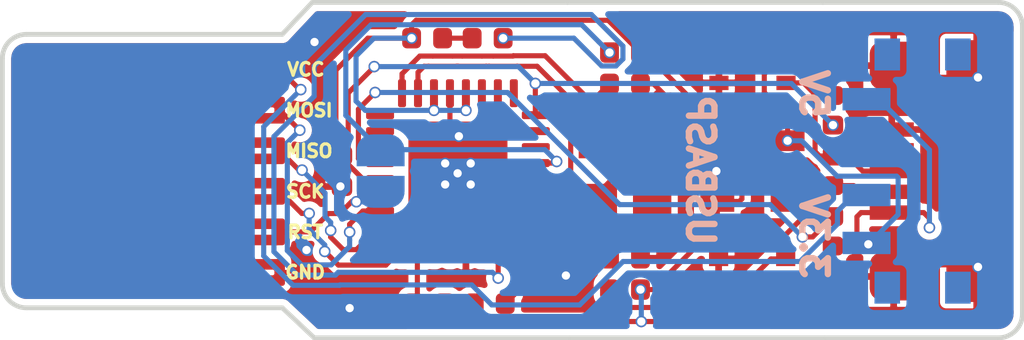
<source format=kicad_pcb>
(kicad_pcb (version 20171130) (host pcbnew "(5.0.0-3-g5ebb6b6)")

  (general
    (thickness 1.6)
    (drawings 29)
    (tracks 360)
    (zones 0)
    (modules 23)
    (nets 36)
  )

  (page A4)
  (layers
    (0 F.Cu signal)
    (31 B.Cu signal)
    (32 B.Adhes user)
    (33 F.Adhes user)
    (34 B.Paste user)
    (35 F.Paste user)
    (36 B.SilkS user)
    (37 F.SilkS user)
    (38 B.Mask user)
    (39 F.Mask user)
    (40 Dwgs.User user)
    (41 Cmts.User user)
    (42 Eco1.User user)
    (43 Eco2.User user)
    (44 Edge.Cuts user)
    (45 Margin user)
    (46 B.CrtYd user)
    (47 F.CrtYd user)
    (48 B.Fab user)
    (49 F.Fab user)
  )

  (setup
    (last_trace_width 0.16)
    (trace_clearance 0.16)
    (zone_clearance 0.508)
    (zone_45_only no)
    (trace_min 0.16)
    (segment_width 0.2)
    (edge_width 0.15)
    (via_size 0.36)
    (via_drill 0.26)
    (via_min_size 0.35)
    (via_min_drill 0.26)
    (uvia_size 0.3)
    (uvia_drill 0.1)
    (uvias_allowed no)
    (uvia_min_size 0.2)
    (uvia_min_drill 0.1)
    (pcb_text_width 0.3)
    (pcb_text_size 1.5 1.5)
    (mod_edge_width 0.15)
    (mod_text_size 1 1)
    (mod_text_width 0.15)
    (pad_size 1.524 1.524)
    (pad_drill 0.762)
    (pad_to_mask_clearance 0)
    (aux_axis_origin 0 0)
    (visible_elements FFFFFF7F)
    (pcbplotparams
      (layerselection 0x010fc_ffffffff)
      (usegerberextensions false)
      (usegerberattributes false)
      (usegerberadvancedattributes false)
      (creategerberjobfile false)
      (excludeedgelayer true)
      (linewidth 0.100000)
      (plotframeref false)
      (viasonmask false)
      (mode 1)
      (useauxorigin false)
      (hpglpennumber 1)
      (hpglpenspeed 20)
      (hpglpendiameter 15.000000)
      (psnegative false)
      (psa4output false)
      (plotreference true)
      (plotvalue true)
      (plotinvisibletext false)
      (padsonsilk false)
      (subtractmaskfromsilk false)
      (outputformat 1)
      (mirror false)
      (drillshape 1)
      (scaleselection 1)
      (outputdirectory ""))
  )

  (net 0 "")
  (net 1 "Net-(C1-Pad1)")
  (net 2 GND)
  (net 3 "Net-(C2-Pad1)")
  (net 4 +5V)
  (net 5 +3V3)
  (net 6 "Net-(D3-Pad1)")
  (net 7 "Net-(D3-Pad2)")
  (net 8 "Net-(D4-Pad2)")
  (net 9 "Net-(D4-Pad1)")
  (net 10 "Net-(D1-PadC)")
  (net 11 "Net-(D2-PadC)")
  (net 12 "Net-(J1-Pad4)")
  (net 13 /RST)
  (net 14 /POWER)
  (net 15 /MOSI)
  (net 16 /MISO)
  (net 17 /SCK)
  (net 18 /RESET)
  (net 19 /USBDP)
  (net 20 /USBDM)
  (net 21 "Net-(U1-Pad1)")
  (net 22 "Net-(U1-Pad2)")
  (net 23 "Net-(U1-Pad9)")
  (net 24 "Net-(U1-Pad10)")
  (net 25 "Net-(U1-Pad11)")
  (net 26 "Net-(U1-Pad19)")
  (net 27 "Net-(U1-Pad20)")
  (net 28 "Net-(U1-Pad22)")
  (net 29 "Net-(U1-Pad25)")
  (net 30 "Net-(U1-Pad26)")
  (net 31 "Net-(U1-Pad27)")
  (net 32 "Net-(U1-Pad28)")
  (net 33 "Net-(U1-Pad30)")
  (net 34 "Net-(U1-Pad31)")
  (net 35 "Net-(U2-Pad4)")

  (net_class Default "This is the default net class."
    (clearance 0.16)
    (trace_width 0.16)
    (via_dia 0.36)
    (via_drill 0.26)
    (uvia_dia 0.3)
    (uvia_drill 0.1)
    (add_net +3V3)
    (add_net +5V)
    (add_net /MISO)
    (add_net /MOSI)
    (add_net /POWER)
    (add_net /RESET)
    (add_net /RST)
    (add_net /SCK)
    (add_net /USBDM)
    (add_net /USBDP)
    (add_net GND)
    (add_net "Net-(C1-Pad1)")
    (add_net "Net-(C2-Pad1)")
    (add_net "Net-(D1-PadC)")
    (add_net "Net-(D2-PadC)")
    (add_net "Net-(D3-Pad1)")
    (add_net "Net-(D3-Pad2)")
    (add_net "Net-(D4-Pad1)")
    (add_net "Net-(D4-Pad2)")
    (add_net "Net-(J1-Pad4)")
    (add_net "Net-(U1-Pad1)")
    (add_net "Net-(U1-Pad10)")
    (add_net "Net-(U1-Pad11)")
    (add_net "Net-(U1-Pad19)")
    (add_net "Net-(U1-Pad2)")
    (add_net "Net-(U1-Pad20)")
    (add_net "Net-(U1-Pad22)")
    (add_net "Net-(U1-Pad25)")
    (add_net "Net-(U1-Pad26)")
    (add_net "Net-(U1-Pad27)")
    (add_net "Net-(U1-Pad28)")
    (add_net "Net-(U1-Pad30)")
    (add_net "Net-(U1-Pad31)")
    (add_net "Net-(U1-Pad9)")
    (add_net "Net-(U2-Pad4)")
  )

  (module HD:USB_Micro (layer F.Cu) (tedit 5BC7A7EC) (tstamp 5C0C6694)
    (at 179.94 90.48 90)
    (descr "Micro USB B receptable with flange, bottom-mount, SMD, right-angle (http://www.molex.com/pdm_docs/sd/473460001_sd.pdf)")
    (tags "Micro B USB SMD")
    (path /5BBFB627)
    (attr smd)
    (fp_text reference J1 (at 0 -3.3 270) (layer F.SilkS) hide
      (effects (font (size 1 1) (thickness 0.15)))
    )
    (fp_text value USB (at 0 4.6 270) (layer F.Fab) hide
      (effects (font (size 1 1) (thickness 0.15)))
    )
    (pad 1 smd rect (at -1.3 -1.46 90) (size 0.45 1.38) (layers F.Cu F.Paste F.Mask)
      (net 4 +5V))
    (pad 2 smd rect (at -0.65 -1.46 90) (size 0.45 1.38) (layers F.Cu F.Paste F.Mask)
      (net 10 "Net-(D1-PadC)"))
    (pad 3 smd rect (at 0 -1.46 90) (size 0.45 1.38) (layers F.Cu F.Paste F.Mask)
      (net 11 "Net-(D2-PadC)"))
    (pad 4 smd rect (at 0.65 -1.46 90) (size 0.45 1.38) (layers F.Cu F.Paste F.Mask)
      (net 12 "Net-(J1-Pad4)"))
    (pad 5 smd rect (at 1.3 -1.46 90) (size 0.45 1.38) (layers F.Cu F.Paste F.Mask)
      (net 2 GND))
    (pad 6 smd roundrect (at -3.3 -1.4 90) (size 1.5 1.5) (layers F.Cu F.Paste F.Mask) (roundrect_rratio 0.25)
      (net 2 GND))
    (pad 6 smd roundrect (at 3.3 -1.4 90) (size 1.5 1.5) (layers F.Cu F.Paste F.Mask) (roundrect_rratio 0.25)
      (net 2 GND))
    (pad 6 smd roundrect (at -2.91 1.2 90) (size 2.375 1.9) (layers F.Cu F.Paste F.Mask) (roundrect_rratio 0.25)
      (net 2 GND))
    (pad 6 smd roundrect (at 2.91 1.2 90) (size 2.375 1.9) (layers F.Cu F.Paste F.Mask) (roundrect_rratio 0.25)
      (net 2 GND))
    (pad 6 smd roundrect (at -0.84 1.2 90) (size 1.175 1.9) (layers F.Cu F.Paste F.Mask) (roundrect_rratio 0.25)
      (net 2 GND))
    (pad 6 smd roundrect (at 0.84 1.2 90) (size 1.175 1.9) (layers F.Cu F.Paste F.Mask) (roundrect_rratio 0.25)
      (net 2 GND))
    (model ${KISYS3DMOD}/Connector_USB.3dshapes/USB_Micro-B_Molex_47346-0001.wrl
      (at (xyz 0 0 0))
      (scale (xyz 1 1 1))
      (rotate (xyz 0 0 0))
    )
  )

  (module Button_Switch_SMD:SW_SPDT_PCM12 (layer B.Cu) (tedit 5BC84B11) (tstamp 5C0C6740)
    (at 179.12 90.48 270)
    (descr "Ultraminiature Surface Mount Slide Switch")
    (path /5BC31FF0)
    (attr smd)
    (fp_text reference S1 (at 0 3.2 90) (layer B.SilkS) hide
      (effects (font (size 1 1) (thickness 0.15)) (justify mirror))
    )
    (fp_text value POWER (at 0 -4.25 270) (layer B.Fab) hide
      (effects (font (size 1 1) (thickness 0.15)) (justify mirror))
    )
    (fp_text user %R (at 0 3.2 270) (layer B.Fab) hide
      (effects (font (size 1 1) (thickness 0.15)) (justify mirror))
    )
    (fp_line (start -1.4 -1.65) (end -1.4 -2.95) (layer B.Fab) (width 0.1))
    (fp_line (start -1.4 -2.95) (end -1.2 -3.15) (layer B.Fab) (width 0.1))
    (fp_line (start -1.2 -3.15) (end -0.35 -3.15) (layer B.Fab) (width 0.1))
    (fp_line (start -0.35 -3.15) (end -0.15 -2.95) (layer B.Fab) (width 0.1))
    (fp_line (start -0.15 -2.95) (end -0.1 -2.9) (layer B.Fab) (width 0.1))
    (fp_line (start -0.1 -2.9) (end -0.1 -1.6) (layer B.Fab) (width 0.1))
    (fp_line (start -3.35 1) (end -3.35 -1.6) (layer B.Fab) (width 0.1))
    (fp_line (start -3.35 -1.6) (end 3.35 -1.6) (layer B.Fab) (width 0.1))
    (fp_line (start 3.35 -1.6) (end 3.35 1) (layer B.Fab) (width 0.1))
    (fp_line (start 3.35 1) (end -3.35 1) (layer B.Fab) (width 0.1))
    (fp_line (start -4.4 2.45) (end 4.4 2.45) (layer B.CrtYd) (width 0.05))
    (fp_line (start 4.4 2.45) (end 4.4 -2.1) (layer B.CrtYd) (width 0.05))
    (fp_line (start 4.4 -2.1) (end 1.65 -2.1) (layer B.CrtYd) (width 0.05))
    (fp_line (start 1.65 -2.1) (end 1.65 -3.4) (layer B.CrtYd) (width 0.05))
    (fp_line (start 1.65 -3.4) (end -1.65 -3.4) (layer B.CrtYd) (width 0.05))
    (fp_line (start -1.65 -3.4) (end -1.65 -2.1) (layer B.CrtYd) (width 0.05))
    (fp_line (start -1.65 -2.1) (end -4.4 -2.1) (layer B.CrtYd) (width 0.05))
    (fp_line (start -4.4 -2.1) (end -4.4 2.45) (layer B.CrtYd) (width 0.05))
    (pad 1 smd rect (at -2.25 1.43 270) (size 0.7 1.5) (layers B.Cu B.Paste B.Mask)
      (net 4 +5V))
    (pad 2 smd rect (at 0.75 1.43 270) (size 0.7 1.5) (layers B.Cu B.Paste B.Mask)
      (net 14 /POWER))
    (pad 3 smd rect (at 2.25 1.43 270) (size 0.7 1.5) (layers B.Cu B.Paste B.Mask)
      (net 5 +3V3))
    (pad "" smd rect (at -3.65 -1.43 270) (size 1 0.8) (layers B.Cu B.Paste B.Mask))
    (pad "" smd rect (at 3.65 -1.43 270) (size 1 0.8) (layers B.Cu B.Paste B.Mask))
    (pad "" smd rect (at 3.65 0.78 270) (size 1 0.8) (layers B.Cu B.Paste B.Mask))
    (pad "" smd rect (at -3.65 0.78 270) (size 1 0.8) (layers B.Cu B.Paste B.Mask))
    (model ${KISYS3DMOD}/Button_Switch_SMD.3dshapes/SW_SPDT_PCM12.wrl
      (at (xyz 0 0 0))
      (scale (xyz 1 1 1))
      (rotate (xyz 0 0 0))
    )
  )

  (module Jumper:SolderJumper-2_P1.3mm_Open_RoundedPad1.0x1.5mm (layer B.Cu) (tedit 5BC7A30B) (tstamp 5C0C66BC)
    (at 162.48 90.48 270)
    (descr "SMD Solder Jumper, 1x1.5mm, rounded Pads, 0.3mm gap, open")
    (tags "solder jumper open")
    (path /5BC4D764)
    (attr virtual)
    (fp_text reference JP1 (at 0 1.8 270) (layer B.SilkS) hide
      (effects (font (size 1 1) (thickness 0.15)) (justify mirror))
    )
    (fp_text value "Self Program" (at 0 -1.9 270) (layer B.Fab) hide
      (effects (font (size 1 1) (thickness 0.15)) (justify mirror))
    )
    (fp_line (start -1.65 1.25) (end 1.65 1.25) (layer B.CrtYd) (width 0.05))
    (fp_line (start -1.65 1.25) (end -1.65 -1.25) (layer B.CrtYd) (width 0.05))
    (fp_line (start 1.65 -1.25) (end 1.65 1.25) (layer B.CrtYd) (width 0.05))
    (fp_line (start 1.65 -1.25) (end -1.65 -1.25) (layer B.CrtYd) (width 0.05))
    (pad 1 smd custom (at -0.65 0 270) (size 1 0.5) (layers B.Cu B.Mask)
      (net 18 /RESET) (zone_connect 0)
      (options (clearance outline) (anchor rect))
      (primitives
        (gr_circle (center 0 -0.25) (end 0.5 -0.25) (width 0))
        (gr_circle (center 0 0.25) (end 0.5 0.25) (width 0))
        (gr_poly (pts
           (xy 0 0.75) (xy 0.5 0.75) (xy 0.5 -0.75) (xy 0 -0.75)) (width 0))
      ))
    (pad 2 smd custom (at 0.65 0 270) (size 1 0.5) (layers B.Cu B.Mask)
      (net 13 /RST) (zone_connect 0)
      (options (clearance outline) (anchor rect))
      (primitives
        (gr_circle (center 0 -0.25) (end 0.5 -0.25) (width 0))
        (gr_circle (center 0 0.25) (end 0.5 0.25) (width 0))
        (gr_poly (pts
           (xy 0 0.75) (xy -0.5 0.75) (xy -0.5 -0.75) (xy 0 -0.75)) (width 0))
      ))
  )

  (module HD:D_SOD-323 (layer F.Cu) (tedit 5BC7A02E) (tstamp 5C0C665F)
    (at 174.12 87.72 180)
    (descr SOD-323)
    (tags SOD-323)
    (path /5BC04118)
    (attr smd)
    (fp_text reference D2 (at 0 -1.85 180) (layer F.SilkS) hide
      (effects (font (size 1 1) (thickness 0.15)))
    )
    (fp_text value BZT52C3V6S (at 0.1 1.9 180) (layer F.Fab) hide
      (effects (font (size 1 1) (thickness 0.15)))
    )
    (fp_text user %R (at 0 -1.85 180) (layer F.Fab) hide
      (effects (font (size 1 1) (thickness 0.15)))
    )
    (fp_line (start 0.2 0) (end 0.45 0) (layer F.Fab) (width 0.1))
    (fp_line (start 0.2 0.35) (end -0.3 0) (layer F.Fab) (width 0.1))
    (fp_line (start 0.2 -0.35) (end 0.2 0.35) (layer F.Fab) (width 0.1))
    (fp_line (start -0.3 0) (end 0.2 -0.35) (layer F.Fab) (width 0.1))
    (fp_line (start -0.3 0) (end -0.5 0) (layer F.Fab) (width 0.1))
    (fp_line (start -0.3 -0.35) (end -0.3 0.35) (layer F.Fab) (width 0.1))
    (fp_line (start -0.9 0.7) (end -0.9 -0.7) (layer F.Fab) (width 0.1))
    (fp_line (start 0.9 0.7) (end -0.9 0.7) (layer F.Fab) (width 0.1))
    (fp_line (start 0.9 -0.7) (end 0.9 0.7) (layer F.Fab) (width 0.1))
    (fp_line (start -0.9 -0.7) (end 0.9 -0.7) (layer F.Fab) (width 0.1))
    (fp_line (start -1.6 -0.95) (end 1.6 -0.95) (layer F.CrtYd) (width 0.05))
    (fp_line (start 1.6 -0.95) (end 1.6 0.95) (layer F.CrtYd) (width 0.05))
    (fp_line (start -1.6 0.95) (end 1.6 0.95) (layer F.CrtYd) (width 0.05))
    (fp_line (start -1.6 -0.95) (end -1.6 0.95) (layer F.CrtYd) (width 0.05))
    (pad C smd rect (at -1.05 0 180) (size 0.6 0.45) (layers F.Cu F.Paste F.Mask)
      (net 11 "Net-(D2-PadC)"))
    (pad A smd rect (at 1.05 0 180) (size 0.6 0.45) (layers F.Cu F.Paste F.Mask)
      (net 2 GND))
    (model ${KISYS3DMOD}/Diode_SMD.3dshapes/D_SOD-323.wrl
      (at (xyz 0 0 0))
      (scale (xyz 1 1 1))
      (rotate (xyz 0 0 0))
    )
  )

  (module Package_TO_SOT_SMD:SOT-23-5 (layer F.Cu) (tedit 5BC7A023) (tstamp 5C0C6794)
    (at 174.12 90.48)
    (descr "5-pin SOT23 package")
    (tags SOT-23-5)
    (path /5BC29328)
    (attr smd)
    (fp_text reference U2 (at 0 -2.9) (layer F.SilkS) hide
      (effects (font (size 1 1) (thickness 0.15)))
    )
    (fp_text value TLV73333 (at 0 2.9) (layer F.Fab) hide
      (effects (font (size 1 1) (thickness 0.15)))
    )
    (fp_text user %R (at 0 0 90) (layer F.Fab)
      (effects (font (size 0.5 0.5) (thickness 0.075)))
    )
    (fp_line (start -1.9 -1.8) (end 1.9 -1.8) (layer F.CrtYd) (width 0.05))
    (fp_line (start 1.9 -1.8) (end 1.9 1.8) (layer F.CrtYd) (width 0.05))
    (fp_line (start 1.9 1.8) (end -1.9 1.8) (layer F.CrtYd) (width 0.05))
    (fp_line (start -1.9 1.8) (end -1.9 -1.8) (layer F.CrtYd) (width 0.05))
    (fp_line (start -0.9 -0.9) (end -0.25 -1.55) (layer F.Fab) (width 0.1))
    (fp_line (start 0.9 -1.55) (end -0.25 -1.55) (layer F.Fab) (width 0.1))
    (fp_line (start -0.9 -0.9) (end -0.9 1.55) (layer F.Fab) (width 0.1))
    (fp_line (start 0.9 1.55) (end -0.9 1.55) (layer F.Fab) (width 0.1))
    (fp_line (start 0.9 -1.55) (end 0.9 1.55) (layer F.Fab) (width 0.1))
    (pad 1 smd rect (at -1.1 -0.95) (size 1.06 0.65) (layers F.Cu F.Paste F.Mask)
      (net 4 +5V))
    (pad 2 smd rect (at -1.1 0) (size 1.06 0.65) (layers F.Cu F.Paste F.Mask)
      (net 2 GND))
    (pad 3 smd rect (at -1.1 0.95) (size 1.06 0.65) (layers F.Cu F.Paste F.Mask)
      (net 4 +5V))
    (pad 4 smd rect (at 1.1 0.95) (size 1.06 0.65) (layers F.Cu F.Paste F.Mask)
      (net 35 "Net-(U2-Pad4)"))
    (pad 5 smd rect (at 1.1 -0.95) (size 1.06 0.65) (layers F.Cu F.Paste F.Mask)
      (net 5 +3V3))
    (model ${KISYS3DMOD}/Package_TO_SOT_SMD.3dshapes/SOT-23-5.wrl
      (at (xyz 0 0 0))
      (scale (xyz 1 1 1))
      (rotate (xyz 0 0 0))
    )
  )

  (module HD:D_SOD-323 (layer F.Cu) (tedit 5BC7A019) (tstamp 5C0C6647)
    (at 174.11 93.23 180)
    (descr SOD-323)
    (tags SOD-323)
    (path /5BC0209E)
    (attr smd)
    (fp_text reference D1 (at 0 -1.85 180) (layer F.SilkS) hide
      (effects (font (size 1 1) (thickness 0.15)))
    )
    (fp_text value BZT52C3V6S (at 0.1 1.9 180) (layer F.Fab) hide
      (effects (font (size 1 1) (thickness 0.15)))
    )
    (fp_line (start -1.6 -0.95) (end -1.6 0.95) (layer F.CrtYd) (width 0.05))
    (fp_line (start -1.6 0.95) (end 1.6 0.95) (layer F.CrtYd) (width 0.05))
    (fp_line (start 1.6 -0.95) (end 1.6 0.95) (layer F.CrtYd) (width 0.05))
    (fp_line (start -1.6 -0.95) (end 1.6 -0.95) (layer F.CrtYd) (width 0.05))
    (fp_line (start -0.9 -0.7) (end 0.9 -0.7) (layer F.Fab) (width 0.1))
    (fp_line (start 0.9 -0.7) (end 0.9 0.7) (layer F.Fab) (width 0.1))
    (fp_line (start 0.9 0.7) (end -0.9 0.7) (layer F.Fab) (width 0.1))
    (fp_line (start -0.9 0.7) (end -0.9 -0.7) (layer F.Fab) (width 0.1))
    (fp_line (start -0.3 -0.35) (end -0.3 0.35) (layer F.Fab) (width 0.1))
    (fp_line (start -0.3 0) (end -0.5 0) (layer F.Fab) (width 0.1))
    (fp_line (start -0.3 0) (end 0.2 -0.35) (layer F.Fab) (width 0.1))
    (fp_line (start 0.2 -0.35) (end 0.2 0.35) (layer F.Fab) (width 0.1))
    (fp_line (start 0.2 0.35) (end -0.3 0) (layer F.Fab) (width 0.1))
    (fp_line (start 0.2 0) (end 0.45 0) (layer F.Fab) (width 0.1))
    (fp_text user %R (at 0 -1.85 180) (layer F.Fab) hide
      (effects (font (size 1 1) (thickness 0.15)))
    )
    (pad A smd rect (at 1.05 0 180) (size 0.6 0.45) (layers F.Cu F.Paste F.Mask)
      (net 2 GND))
    (pad C smd rect (at -1.05 0 180) (size 0.6 0.45) (layers F.Cu F.Paste F.Mask)
      (net 10 "Net-(D1-PadC)"))
    (model ${KISYS3DMOD}/Diode_SMD.3dshapes/D_SOD-323.wrl
      (at (xyz 0 0 0))
      (scale (xyz 1 1 1))
      (rotate (xyz 0 0 0))
    )
  )

  (module Crystal:Crystal_SMD_3225-4Pin_3.2x2.5mm (layer F.Cu) (tedit 5BC7A00C) (tstamp 5C0C67A8)
    (at 170.13 90.48 90)
    (descr "SMD Crystal SERIES SMD3225/4 http://www.txccrystal.com/images/pdf/7m-accuracy.pdf, 3.2x2.5mm^2 package")
    (tags "SMD SMT crystal")
    (path /5BBFBD02)
    (attr smd)
    (fp_text reference Y1 (at 0 -2.45 90) (layer F.SilkS) hide
      (effects (font (size 1 1) (thickness 0.15)))
    )
    (fp_text value 12MHz (at 0 2.45 90) (layer F.Fab) hide
      (effects (font (size 1 1) (thickness 0.15)))
    )
    (fp_text user %R (at 0 0 90) (layer F.Fab)
      (effects (font (size 0.7 0.7) (thickness 0.105)))
    )
    (fp_line (start -1.6 -1.25) (end -1.6 1.25) (layer F.Fab) (width 0.1))
    (fp_line (start -1.6 1.25) (end 1.6 1.25) (layer F.Fab) (width 0.1))
    (fp_line (start 1.6 1.25) (end 1.6 -1.25) (layer F.Fab) (width 0.1))
    (fp_line (start 1.6 -1.25) (end -1.6 -1.25) (layer F.Fab) (width 0.1))
    (fp_line (start -1.6 0.25) (end -0.6 1.25) (layer F.Fab) (width 0.1))
    (fp_line (start -2.1 -1.7) (end -2.1 1.7) (layer F.CrtYd) (width 0.05))
    (fp_line (start -2.1 1.7) (end 2.1 1.7) (layer F.CrtYd) (width 0.05))
    (fp_line (start 2.1 1.7) (end 2.1 -1.7) (layer F.CrtYd) (width 0.05))
    (fp_line (start 2.1 -1.7) (end -2.1 -1.7) (layer F.CrtYd) (width 0.05))
    (pad 1 smd rect (at -1.1 0.85 90) (size 1.4 1.2) (layers F.Cu F.Paste F.Mask)
      (net 1 "Net-(C1-Pad1)"))
    (pad 2 smd rect (at 1.1 0.85 90) (size 1.4 1.2) (layers F.Cu F.Paste F.Mask))
    (pad 3 smd rect (at 1.1 -0.85 90) (size 1.4 1.2) (layers F.Cu F.Paste F.Mask)
      (net 3 "Net-(C2-Pad1)"))
    (pad 4 smd rect (at -1.1 -0.85 90) (size 1.4 1.2) (layers F.Cu F.Paste F.Mask))
    (model ${KISYS3DMOD}/Crystal.3dshapes/Crystal_SMD_3225-4Pin_3.2x2.5mm.wrl
      (at (xyz 0 0 0))
      (scale (xyz 1 1 1))
      (rotate (xyz 0 0 0))
    )
  )

  (module LED_SMD:LED_0402_1005Metric (layer F.Cu) (tedit 5BC79FFF) (tstamp 5C0C6671)
    (at 165.83 86.32 180)
    (descr "LED SMD 0402 (1005 Metric), square (rectangular) end terminal, IPC_7351 nominal, (Body size source: http://www.tortai-tech.com/upload/download/2011102023233369053.pdf), generated with kicad-footprint-generator")
    (tags LED)
    (path /5BC1B47E)
    (attr smd)
    (fp_text reference D3 (at 0 -1.17 180) (layer F.SilkS) hide
      (effects (font (size 1 1) (thickness 0.15)))
    )
    (fp_text value LED (at 0 1.17 180) (layer F.Fab) hide
      (effects (font (size 1 1) (thickness 0.15)))
    )
    (fp_line (start -0.5 0.25) (end -0.5 -0.25) (layer F.Fab) (width 0.1))
    (fp_line (start -0.5 -0.25) (end 0.5 -0.25) (layer F.Fab) (width 0.1))
    (fp_line (start 0.5 -0.25) (end 0.5 0.25) (layer F.Fab) (width 0.1))
    (fp_line (start 0.5 0.25) (end -0.5 0.25) (layer F.Fab) (width 0.1))
    (fp_line (start -0.4 0.25) (end -0.4 -0.25) (layer F.Fab) (width 0.1))
    (fp_line (start -0.3 0.25) (end -0.3 -0.25) (layer F.Fab) (width 0.1))
    (fp_line (start -0.93 0.47) (end -0.93 -0.47) (layer F.CrtYd) (width 0.05))
    (fp_line (start -0.93 -0.47) (end 0.93 -0.47) (layer F.CrtYd) (width 0.05))
    (fp_line (start 0.93 -0.47) (end 0.93 0.47) (layer F.CrtYd) (width 0.05))
    (fp_line (start 0.93 0.47) (end -0.93 0.47) (layer F.CrtYd) (width 0.05))
    (fp_text user %R (at 0 0 180) (layer F.Fab)
      (effects (font (size 0.25 0.25) (thickness 0.04)))
    )
    (pad 1 smd roundrect (at -0.485 0 180) (size 0.59 0.64) (layers F.Cu F.Paste F.Mask) (roundrect_rratio 0.25)
      (net 6 "Net-(D3-Pad1)"))
    (pad 2 smd roundrect (at 0.485 0 180) (size 0.59 0.64) (layers F.Cu F.Paste F.Mask) (roundrect_rratio 0.25)
      (net 7 "Net-(D3-Pad2)"))
    (model ${KISYS3DMOD}/LED_SMD.3dshapes/LED_0402_1005Metric.wrl
      (at (xyz 0 0 0))
      (scale (xyz 1 1 1))
      (rotate (xyz 0 0 0))
    )
  )

  (module LED_SMD:LED_0402_1005Metric (layer F.Cu) (tedit 5BC79FF5) (tstamp 5C0C6683)
    (at 165.895 94.63 180)
    (descr "LED SMD 0402 (1005 Metric), square (rectangular) end terminal, IPC_7351 nominal, (Body size source: http://www.tortai-tech.com/upload/download/2011102023233369053.pdf), generated with kicad-footprint-generator")
    (tags LED)
    (path /5BC21BE5)
    (attr smd)
    (fp_text reference D4 (at 0 -1.17 180) (layer F.SilkS) hide
      (effects (font (size 1 1) (thickness 0.15)))
    )
    (fp_text value LED (at 0 1.17 180) (layer F.Fab) hide
      (effects (font (size 1 1) (thickness 0.15)))
    )
    (fp_text user %R (at 0 0 180) (layer F.Fab)
      (effects (font (size 0.25 0.25) (thickness 0.04)))
    )
    (fp_line (start 0.93 0.47) (end -0.93 0.47) (layer F.CrtYd) (width 0.05))
    (fp_line (start 0.93 -0.47) (end 0.93 0.47) (layer F.CrtYd) (width 0.05))
    (fp_line (start -0.93 -0.47) (end 0.93 -0.47) (layer F.CrtYd) (width 0.05))
    (fp_line (start -0.93 0.47) (end -0.93 -0.47) (layer F.CrtYd) (width 0.05))
    (fp_line (start -0.3 0.25) (end -0.3 -0.25) (layer F.Fab) (width 0.1))
    (fp_line (start -0.4 0.25) (end -0.4 -0.25) (layer F.Fab) (width 0.1))
    (fp_line (start 0.5 0.25) (end -0.5 0.25) (layer F.Fab) (width 0.1))
    (fp_line (start 0.5 -0.25) (end 0.5 0.25) (layer F.Fab) (width 0.1))
    (fp_line (start -0.5 -0.25) (end 0.5 -0.25) (layer F.Fab) (width 0.1))
    (fp_line (start -0.5 0.25) (end -0.5 -0.25) (layer F.Fab) (width 0.1))
    (pad 2 smd roundrect (at 0.485 0 180) (size 0.59 0.64) (layers F.Cu F.Paste F.Mask) (roundrect_rratio 0.25)
      (net 8 "Net-(D4-Pad2)"))
    (pad 1 smd roundrect (at -0.485 0 180) (size 0.59 0.64) (layers F.Cu F.Paste F.Mask) (roundrect_rratio 0.25)
      (net 9 "Net-(D4-Pad1)"))
    (model ${KISYS3DMOD}/LED_SMD.3dshapes/LED_0402_1005Metric.wrl
      (at (xyz 0 0 0))
      (scale (xyz 1 1 1))
      (rotate (xyz 0 0 0))
    )
  )

  (module Package_DFN_QFN:QFN-32-1EP_5x5mm_P0.5mm_EP3.1x3.1mm (layer F.Cu) (tedit 5BC79FEA) (tstamp 5C0C677F)
    (at 164.9 90.48 270)
    (descr "QFN, 32 Pin (http://ww1.microchip.com/downloads/en/DeviceDoc/8008S.pdf (Page 20)), generated with kicad-footprint-generator ipc_dfn_qfn_generator.py")
    (tags "QFN DFN_QFN")
    (path /5BBFB2F9)
    (attr smd)
    (fp_text reference U1 (at 0 -3.82 270) (layer F.SilkS) hide
      (effects (font (size 1 1) (thickness 0.15)))
    )
    (fp_text value ATmega8A-MU (at 0 3.82 270) (layer F.Fab) hide
      (effects (font (size 1 1) (thickness 0.15)))
    )
    (fp_line (start -1.5 -2.5) (end 2.5 -2.5) (layer F.Fab) (width 0.1))
    (fp_line (start 2.5 -2.5) (end 2.5 2.5) (layer F.Fab) (width 0.1))
    (fp_line (start 2.5 2.5) (end -2.5 2.5) (layer F.Fab) (width 0.1))
    (fp_line (start -2.5 2.5) (end -2.5 -1.5) (layer F.Fab) (width 0.1))
    (fp_line (start -2.5 -1.5) (end -1.5 -2.5) (layer F.Fab) (width 0.1))
    (fp_line (start -3.12 -3.12) (end -3.12 3.12) (layer F.CrtYd) (width 0.05))
    (fp_line (start -3.12 3.12) (end 3.12 3.12) (layer F.CrtYd) (width 0.05))
    (fp_line (start 3.12 3.12) (end 3.12 -3.12) (layer F.CrtYd) (width 0.05))
    (fp_line (start 3.12 -3.12) (end -3.12 -3.12) (layer F.CrtYd) (width 0.05))
    (fp_text user %R (at 0 0 270) (layer F.Fab)
      (effects (font (size 1 1) (thickness 0.15)))
    )
    (pad 33 smd roundrect (at 0 0 270) (size 3.1 3.1) (layers F.Cu F.Mask) (roundrect_rratio 0.08064499999999999)
      (net 2 GND))
    (pad "" smd roundrect (at -1.03 -1.03 270) (size 0.83 0.83) (layers F.Paste) (roundrect_rratio 0.25))
    (pad "" smd roundrect (at -1.03 0 270) (size 0.83 0.83) (layers F.Paste) (roundrect_rratio 0.25))
    (pad "" smd roundrect (at -1.03 1.03 270) (size 0.83 0.83) (layers F.Paste) (roundrect_rratio 0.25))
    (pad "" smd roundrect (at 0 -1.03 270) (size 0.83 0.83) (layers F.Paste) (roundrect_rratio 0.25))
    (pad "" smd roundrect (at 0 0 270) (size 0.83 0.83) (layers F.Paste) (roundrect_rratio 0.25))
    (pad "" smd roundrect (at 0 1.03 270) (size 0.83 0.83) (layers F.Paste) (roundrect_rratio 0.25))
    (pad "" smd roundrect (at 1.03 -1.03 270) (size 0.83 0.83) (layers F.Paste) (roundrect_rratio 0.25))
    (pad "" smd roundrect (at 1.03 0 270) (size 0.83 0.83) (layers F.Paste) (roundrect_rratio 0.25))
    (pad "" smd roundrect (at 1.03 1.03 270) (size 0.83 0.83) (layers F.Paste) (roundrect_rratio 0.25))
    (pad 1 smd roundrect (at -2.4375 -1.75 270) (size 0.875 0.25) (layers F.Cu F.Paste F.Mask) (roundrect_rratio 0.25)
      (net 21 "Net-(U1-Pad1)"))
    (pad 2 smd roundrect (at -2.4375 -1.25 270) (size 0.875 0.25) (layers F.Cu F.Paste F.Mask) (roundrect_rratio 0.25)
      (net 22 "Net-(U1-Pad2)"))
    (pad 3 smd roundrect (at -2.4375 -0.75 270) (size 0.875 0.25) (layers F.Cu F.Paste F.Mask) (roundrect_rratio 0.25)
      (net 2 GND))
    (pad 4 smd roundrect (at -2.4375 -0.25 270) (size 0.875 0.25) (layers F.Cu F.Paste F.Mask) (roundrect_rratio 0.25)
      (net 4 +5V))
    (pad 5 smd roundrect (at -2.4375 0.25 270) (size 0.875 0.25) (layers F.Cu F.Paste F.Mask) (roundrect_rratio 0.25)
      (net 2 GND))
    (pad 6 smd roundrect (at -2.4375 0.75 270) (size 0.875 0.25) (layers F.Cu F.Paste F.Mask) (roundrect_rratio 0.25)
      (net 4 +5V))
    (pad 7 smd roundrect (at -2.4375 1.25 270) (size 0.875 0.25) (layers F.Cu F.Paste F.Mask) (roundrect_rratio 0.25)
      (net 1 "Net-(C1-Pad1)"))
    (pad 8 smd roundrect (at -2.4375 1.75 270) (size 0.875 0.25) (layers F.Cu F.Paste F.Mask) (roundrect_rratio 0.25)
      (net 3 "Net-(C2-Pad1)"))
    (pad 9 smd roundrect (at -1.75 2.4375 270) (size 0.25 0.875) (layers F.Cu F.Paste F.Mask) (roundrect_rratio 0.25)
      (net 23 "Net-(U1-Pad9)"))
    (pad 10 smd roundrect (at -1.25 2.4375 270) (size 0.25 0.875) (layers F.Cu F.Paste F.Mask) (roundrect_rratio 0.25)
      (net 24 "Net-(U1-Pad10)"))
    (pad 11 smd roundrect (at -0.75 2.4375 270) (size 0.25 0.875) (layers F.Cu F.Paste F.Mask) (roundrect_rratio 0.25)
      (net 25 "Net-(U1-Pad11)"))
    (pad 12 smd roundrect (at -0.25 2.4375 270) (size 0.25 0.875) (layers F.Cu F.Paste F.Mask) (roundrect_rratio 0.25)
      (net 20 /USBDM))
    (pad 13 smd roundrect (at 0.25 2.4375 270) (size 0.25 0.875) (layers F.Cu F.Paste F.Mask) (roundrect_rratio 0.25)
      (net 19 /USBDP))
    (pad 14 smd roundrect (at 0.75 2.4375 270) (size 0.25 0.875) (layers F.Cu F.Paste F.Mask) (roundrect_rratio 0.25)
      (net 13 /RST))
    (pad 15 smd roundrect (at 1.25 2.4375 270) (size 0.25 0.875) (layers F.Cu F.Paste F.Mask) (roundrect_rratio 0.25)
      (net 15 /MOSI))
    (pad 16 smd roundrect (at 1.75 2.4375 270) (size 0.25 0.875) (layers F.Cu F.Paste F.Mask) (roundrect_rratio 0.25)
      (net 16 /MISO))
    (pad 17 smd roundrect (at 2.4375 1.75 270) (size 0.875 0.25) (layers F.Cu F.Paste F.Mask) (roundrect_rratio 0.25)
      (net 17 /SCK))
    (pad 18 smd roundrect (at 2.4375 1.25 270) (size 0.875 0.25) (layers F.Cu F.Paste F.Mask) (roundrect_rratio 0.25)
      (net 4 +5V))
    (pad 19 smd roundrect (at 2.4375 0.75 270) (size 0.875 0.25) (layers F.Cu F.Paste F.Mask) (roundrect_rratio 0.25)
      (net 26 "Net-(U1-Pad19)"))
    (pad 20 smd roundrect (at 2.4375 0.25 270) (size 0.875 0.25) (layers F.Cu F.Paste F.Mask) (roundrect_rratio 0.25)
      (net 27 "Net-(U1-Pad20)"))
    (pad 21 smd roundrect (at 2.4375 -0.25 270) (size 0.875 0.25) (layers F.Cu F.Paste F.Mask) (roundrect_rratio 0.25)
      (net 2 GND))
    (pad 22 smd roundrect (at 2.4375 -0.75 270) (size 0.875 0.25) (layers F.Cu F.Paste F.Mask) (roundrect_rratio 0.25)
      (net 28 "Net-(U1-Pad22)"))
    (pad 23 smd roundrect (at 2.4375 -1.25 270) (size 0.875 0.25) (layers F.Cu F.Paste F.Mask) (roundrect_rratio 0.25)
      (net 6 "Net-(D3-Pad1)"))
    (pad 24 smd roundrect (at 2.4375 -1.75 270) (size 0.875 0.25) (layers F.Cu F.Paste F.Mask) (roundrect_rratio 0.25)
      (net 9 "Net-(D4-Pad1)"))
    (pad 25 smd roundrect (at 1.75 -2.4375 270) (size 0.25 0.875) (layers F.Cu F.Paste F.Mask) (roundrect_rratio 0.25)
      (net 29 "Net-(U1-Pad25)"))
    (pad 26 smd roundrect (at 1.25 -2.4375 270) (size 0.25 0.875) (layers F.Cu F.Paste F.Mask) (roundrect_rratio 0.25)
      (net 30 "Net-(U1-Pad26)"))
    (pad 27 smd roundrect (at 0.75 -2.4375 270) (size 0.25 0.875) (layers F.Cu F.Paste F.Mask) (roundrect_rratio 0.25)
      (net 31 "Net-(U1-Pad27)"))
    (pad 28 smd roundrect (at 0.25 -2.4375 270) (size 0.25 0.875) (layers F.Cu F.Paste F.Mask) (roundrect_rratio 0.25)
      (net 32 "Net-(U1-Pad28)"))
    (pad 29 smd roundrect (at -0.25 -2.4375 270) (size 0.25 0.875) (layers F.Cu F.Paste F.Mask) (roundrect_rratio 0.25)
      (net 18 /RESET))
    (pad 30 smd roundrect (at -0.75 -2.4375 270) (size 0.25 0.875) (layers F.Cu F.Paste F.Mask) (roundrect_rratio 0.25)
      (net 33 "Net-(U1-Pad30)"))
    (pad 31 smd roundrect (at -1.25 -2.4375 270) (size 0.25 0.875) (layers F.Cu F.Paste F.Mask) (roundrect_rratio 0.25)
      (net 34 "Net-(U1-Pad31)"))
    (pad 32 smd roundrect (at -1.75 -2.4375 270) (size 0.25 0.875) (layers F.Cu F.Paste F.Mask) (roundrect_rratio 0.25)
      (net 19 /USBDP))
    (model ${KISYS3DMOD}/Package_DFN_QFN.3dshapes/QFN-32-1EP_5x5mm_P0.5mm_EP3.1x3.1mm.wrl
      (at (xyz 0 0 0))
      (scale (xyz 1 1 1))
      (rotate (xyz 0 0 0))
    )
  )

  (module Capacitor_SMD:C_0402_1005Metric (layer F.Cu) (tedit 5BC79C33) (tstamp 5C0C65F3)
    (at 170.13 93.21)
    (descr "Capacitor SMD 0402 (1005 Metric), square (rectangular) end terminal, IPC_7351 nominal, (Body size source: http://www.tortai-tech.com/upload/download/2011102023233369053.pdf), generated with kicad-footprint-generator")
    (tags capacitor)
    (path /5BBFBE47)
    (attr smd)
    (fp_text reference C1 (at 0 -1.17) (layer F.SilkS) hide
      (effects (font (size 1 1) (thickness 0.15)))
    )
    (fp_text value 22pF (at 0 1.17) (layer F.Fab) hide
      (effects (font (size 1 1) (thickness 0.15)))
    )
    (fp_line (start -0.5 0.25) (end -0.5 -0.25) (layer F.Fab) (width 0.1))
    (fp_line (start -0.5 -0.25) (end 0.5 -0.25) (layer F.Fab) (width 0.1))
    (fp_line (start 0.5 -0.25) (end 0.5 0.25) (layer F.Fab) (width 0.1))
    (fp_line (start 0.5 0.25) (end -0.5 0.25) (layer F.Fab) (width 0.1))
    (fp_line (start -0.93 0.47) (end -0.93 -0.47) (layer F.CrtYd) (width 0.05))
    (fp_line (start -0.93 -0.47) (end 0.93 -0.47) (layer F.CrtYd) (width 0.05))
    (fp_line (start 0.93 -0.47) (end 0.93 0.47) (layer F.CrtYd) (width 0.05))
    (fp_line (start 0.93 0.47) (end -0.93 0.47) (layer F.CrtYd) (width 0.05))
    (fp_text user %R (at 0 0) (layer F.Fab)
      (effects (font (size 0.25 0.25) (thickness 0.04)))
    )
    (pad 1 smd roundrect (at -0.485 0) (size 0.59 0.64) (layers F.Cu F.Paste F.Mask) (roundrect_rratio 0.25)
      (net 1 "Net-(C1-Pad1)"))
    (pad 2 smd roundrect (at 0.485 0) (size 0.59 0.64) (layers F.Cu F.Paste F.Mask) (roundrect_rratio 0.25)
      (net 2 GND))
    (model ${KISYS3DMOD}/Capacitor_SMD.3dshapes/C_0402_1005Metric.wrl
      (at (xyz 0 0 0))
      (scale (xyz 1 1 1))
      (rotate (xyz 0 0 0))
    )
  )

  (module Capacitor_SMD:C_0402_1005Metric (layer F.Cu) (tedit 5BC79C62) (tstamp 5C0C6602)
    (at 170.13 87.75)
    (descr "Capacitor SMD 0402 (1005 Metric), square (rectangular) end terminal, IPC_7351 nominal, (Body size source: http://www.tortai-tech.com/upload/download/2011102023233369053.pdf), generated with kicad-footprint-generator")
    (tags capacitor)
    (path /5BBFBEB5)
    (attr smd)
    (fp_text reference C2 (at 0 -1.17) (layer F.SilkS) hide
      (effects (font (size 1 1) (thickness 0.15)))
    )
    (fp_text value 22pF (at 0 1.17) (layer F.Fab) hide
      (effects (font (size 1 1) (thickness 0.15)))
    )
    (fp_text user %R (at 0 0) (layer F.Fab)
      (effects (font (size 0.25 0.25) (thickness 0.04)))
    )
    (fp_line (start 0.93 0.47) (end -0.93 0.47) (layer F.CrtYd) (width 0.05))
    (fp_line (start 0.93 -0.47) (end 0.93 0.47) (layer F.CrtYd) (width 0.05))
    (fp_line (start -0.93 -0.47) (end 0.93 -0.47) (layer F.CrtYd) (width 0.05))
    (fp_line (start -0.93 0.47) (end -0.93 -0.47) (layer F.CrtYd) (width 0.05))
    (fp_line (start 0.5 0.25) (end -0.5 0.25) (layer F.Fab) (width 0.1))
    (fp_line (start 0.5 -0.25) (end 0.5 0.25) (layer F.Fab) (width 0.1))
    (fp_line (start -0.5 -0.25) (end 0.5 -0.25) (layer F.Fab) (width 0.1))
    (fp_line (start -0.5 0.25) (end -0.5 -0.25) (layer F.Fab) (width 0.1))
    (pad 2 smd roundrect (at 0.485 0) (size 0.59 0.64) (layers F.Cu F.Paste F.Mask) (roundrect_rratio 0.25)
      (net 2 GND))
    (pad 1 smd roundrect (at -0.485 0) (size 0.59 0.64) (layers F.Cu F.Paste F.Mask) (roundrect_rratio 0.25)
      (net 3 "Net-(C2-Pad1)"))
    (model ${KISYS3DMOD}/Capacitor_SMD.3dshapes/C_0402_1005Metric.wrl
      (at (xyz 0 0 0))
      (scale (xyz 1 1 1))
      (rotate (xyz 0 0 0))
    )
  )

  (module Capacitor_SMD:C_0402_1005Metric (layer F.Cu) (tedit 5BC79DEF) (tstamp 5C0C6611)
    (at 176.64 93.31 270)
    (descr "Capacitor SMD 0402 (1005 Metric), square (rectangular) end terminal, IPC_7351 nominal, (Body size source: http://www.tortai-tech.com/upload/download/2011102023233369053.pdf), generated with kicad-footprint-generator")
    (tags capacitor)
    (path /5BBFEDFE)
    (attr smd)
    (fp_text reference C3 (at 0 -1.17 270) (layer F.SilkS) hide
      (effects (font (size 1 1) (thickness 0.15)))
    )
    (fp_text value 4.7uF (at 0 1.17 270) (layer F.Fab) hide
      (effects (font (size 1 1) (thickness 0.15)))
    )
    (fp_text user %R (at 0 0 270) (layer F.Fab)
      (effects (font (size 0.25 0.25) (thickness 0.04)))
    )
    (fp_line (start 0.93 0.47) (end -0.93 0.47) (layer F.CrtYd) (width 0.05))
    (fp_line (start 0.93 -0.47) (end 0.93 0.47) (layer F.CrtYd) (width 0.05))
    (fp_line (start -0.93 -0.47) (end 0.93 -0.47) (layer F.CrtYd) (width 0.05))
    (fp_line (start -0.93 0.47) (end -0.93 -0.47) (layer F.CrtYd) (width 0.05))
    (fp_line (start 0.5 0.25) (end -0.5 0.25) (layer F.Fab) (width 0.1))
    (fp_line (start 0.5 -0.25) (end 0.5 0.25) (layer F.Fab) (width 0.1))
    (fp_line (start -0.5 -0.25) (end 0.5 -0.25) (layer F.Fab) (width 0.1))
    (fp_line (start -0.5 0.25) (end -0.5 -0.25) (layer F.Fab) (width 0.1))
    (pad 2 smd roundrect (at 0.485 0 270) (size 0.59 0.64) (layers F.Cu F.Paste F.Mask) (roundrect_rratio 0.25)
      (net 2 GND))
    (pad 1 smd roundrect (at -0.485 0 270) (size 0.59 0.64) (layers F.Cu F.Paste F.Mask) (roundrect_rratio 0.25)
      (net 4 +5V))
    (model ${KISYS3DMOD}/Capacitor_SMD.3dshapes/C_0402_1005Metric.wrl
      (at (xyz 0 0 0))
      (scale (xyz 1 1 1))
      (rotate (xyz 0 0 0))
    )
  )

  (module Capacitor_SMD:C_0402_1005Metric (layer F.Cu) (tedit 5BC79EC5) (tstamp 5C0C6620)
    (at 161.27 90.48 270)
    (descr "Capacitor SMD 0402 (1005 Metric), square (rectangular) end terminal, IPC_7351 nominal, (Body size source: http://www.tortai-tech.com/upload/download/2011102023233369053.pdf), generated with kicad-footprint-generator")
    (tags capacitor)
    (path /5BBFEE7F)
    (attr smd)
    (fp_text reference C4 (at 0 -1.17 270) (layer F.SilkS) hide
      (effects (font (size 1 1) (thickness 0.15)))
    )
    (fp_text value 100nF (at 0 1.17 270) (layer F.Fab) hide
      (effects (font (size 1 1) (thickness 0.15)))
    )
    (fp_line (start -0.5 0.25) (end -0.5 -0.25) (layer F.Fab) (width 0.1))
    (fp_line (start -0.5 -0.25) (end 0.5 -0.25) (layer F.Fab) (width 0.1))
    (fp_line (start 0.5 -0.25) (end 0.5 0.25) (layer F.Fab) (width 0.1))
    (fp_line (start 0.5 0.25) (end -0.5 0.25) (layer F.Fab) (width 0.1))
    (fp_line (start -0.93 0.47) (end -0.93 -0.47) (layer F.CrtYd) (width 0.05))
    (fp_line (start -0.93 -0.47) (end 0.93 -0.47) (layer F.CrtYd) (width 0.05))
    (fp_line (start 0.93 -0.47) (end 0.93 0.47) (layer F.CrtYd) (width 0.05))
    (fp_line (start 0.93 0.47) (end -0.93 0.47) (layer F.CrtYd) (width 0.05))
    (fp_text user %R (at 0 0 270) (layer F.Fab)
      (effects (font (size 0.25 0.25) (thickness 0.04)))
    )
    (pad 1 smd roundrect (at -0.485 0 270) (size 0.59 0.64) (layers F.Cu F.Paste F.Mask) (roundrect_rratio 0.25)
      (net 4 +5V))
    (pad 2 smd roundrect (at 0.485 0 270) (size 0.59 0.64) (layers F.Cu F.Paste F.Mask) (roundrect_rratio 0.25)
      (net 2 GND))
    (model ${KISYS3DMOD}/Capacitor_SMD.3dshapes/C_0402_1005Metric.wrl
      (at (xyz 0 0 0))
      (scale (xyz 1 1 1))
      (rotate (xyz 0 0 0))
    )
  )

  (module Capacitor_SMD:C_0402_1005Metric (layer F.Cu) (tedit 5BC79DC2) (tstamp 5C0C662F)
    (at 176.64 87.63 90)
    (descr "Capacitor SMD 0402 (1005 Metric), square (rectangular) end terminal, IPC_7351 nominal, (Body size source: http://www.tortai-tech.com/upload/download/2011102023233369053.pdf), generated with kicad-footprint-generator")
    (tags capacitor)
    (path /5BBFD792)
    (attr smd)
    (fp_text reference C5 (at 0 -1.17 90) (layer F.SilkS) hide
      (effects (font (size 1 1) (thickness 0.15)))
    )
    (fp_text value 100nF (at 0 1.17 90) (layer F.Fab) hide
      (effects (font (size 1 1) (thickness 0.15)))
    )
    (fp_line (start -0.5 0.25) (end -0.5 -0.25) (layer F.Fab) (width 0.1))
    (fp_line (start -0.5 -0.25) (end 0.5 -0.25) (layer F.Fab) (width 0.1))
    (fp_line (start 0.5 -0.25) (end 0.5 0.25) (layer F.Fab) (width 0.1))
    (fp_line (start 0.5 0.25) (end -0.5 0.25) (layer F.Fab) (width 0.1))
    (fp_line (start -0.93 0.47) (end -0.93 -0.47) (layer F.CrtYd) (width 0.05))
    (fp_line (start -0.93 -0.47) (end 0.93 -0.47) (layer F.CrtYd) (width 0.05))
    (fp_line (start 0.93 -0.47) (end 0.93 0.47) (layer F.CrtYd) (width 0.05))
    (fp_line (start 0.93 0.47) (end -0.93 0.47) (layer F.CrtYd) (width 0.05))
    (fp_text user %R (at 0 0 90) (layer F.Fab)
      (effects (font (size 0.25 0.25) (thickness 0.04)))
    )
    (pad 1 smd roundrect (at -0.485 0 90) (size 0.59 0.64) (layers F.Cu F.Paste F.Mask) (roundrect_rratio 0.25)
      (net 5 +3V3))
    (pad 2 smd roundrect (at 0.485 0 90) (size 0.59 0.64) (layers F.Cu F.Paste F.Mask) (roundrect_rratio 0.25)
      (net 2 GND))
    (model ${KISYS3DMOD}/Capacitor_SMD.3dshapes/C_0402_1005Metric.wrl
      (at (xyz 0 0 0))
      (scale (xyz 1 1 1))
      (rotate (xyz 0 0 0))
    )
  )

  (module HD:AVR-ISP-POGO (layer F.Cu) (tedit 5BC794AE) (tstamp 5C0C66AA)
    (at 155.32 88.828)
    (path /5BBFB569)
    (fp_text reference J2 (at 0 8.15) (layer F.SilkS) hide
      (effects (font (size 1 1) (thickness 0.15)))
    )
    (fp_text value "AVR ISP" (at 0.025 6.65) (layer F.Fab) hide
      (effects (font (size 1 1) (thickness 0.15)))
    )
    (pad 6 smd roundrect (at 0 5.08) (size 8 0.33) (layers F.Cu F.Paste F.Mask) (roundrect_rratio 0.25)
      (net 2 GND))
    (pad 6 smd roundrect (at 0 4.572) (size 8 0.33) (layers F.Cu F.Paste F.Mask) (roundrect_rratio 0.25)
      (net 2 GND))
    (pad 6 smd roundrect (at 4 4.826) (size 0.33 0.838) (layers F.Cu F.Paste F.Mask) (roundrect_rratio 0.25)
      (net 2 GND) (zone_connect 0))
    (pad 5 smd roundrect (at 0 3.81) (size 8 0.33) (layers F.Cu F.Paste F.Mask) (roundrect_rratio 0.25)
      (net 13 /RST))
    (pad 5 smd roundrect (at 0 3.302) (size 8 0.33) (layers F.Cu F.Paste F.Mask) (roundrect_rratio 0.25)
      (net 13 /RST))
    (pad 5 smd roundrect (at 4 3.556) (size 0.33 0.838) (layers F.Cu F.Paste F.Mask) (roundrect_rratio 0.25)
      (net 13 /RST) (zone_connect 0))
    (pad 1 smd roundrect (at 0 -1.27) (size 8 0.33) (layers F.Cu F.Paste F.Mask) (roundrect_rratio 0.25)
      (net 14 /POWER))
    (pad 2 smd roundrect (at 0 0) (size 8 0.33) (layers F.Cu F.Paste F.Mask) (roundrect_rratio 0.25)
      (net 15 /MOSI) (zone_connect 0))
    (pad 3 smd roundrect (at 0 1.27) (size 8 0.33) (layers F.Cu F.Paste F.Mask) (roundrect_rratio 0.25)
      (net 16 /MISO))
    (pad 1 smd roundrect (at 0 -1.778) (size 8 0.33) (layers F.Cu F.Paste F.Mask) (roundrect_rratio 0.25)
      (net 14 /POWER))
    (pad 2 smd roundrect (at 0 -0.508) (size 8 0.33) (layers F.Cu F.Paste F.Mask) (roundrect_rratio 0.25)
      (net 15 /MOSI) (zone_connect 0))
    (pad 3 smd roundrect (at 0 0.762) (size 8 0.33) (layers F.Cu F.Paste F.Mask) (roundrect_rratio 0.25)
      (net 16 /MISO))
    (pad 4 smd roundrect (at 0 2.54) (size 8 0.33) (layers F.Cu F.Paste F.Mask) (roundrect_rratio 0.25)
      (net 17 /SCK))
    (pad 4 smd roundrect (at 0 2.032) (size 8 0.33) (layers F.Cu F.Paste F.Mask) (roundrect_rratio 0.25)
      (net 17 /SCK))
    (pad 2 smd roundrect (at 4 -0.254) (size 0.33 0.838) (layers F.Cu F.Paste F.Mask) (roundrect_rratio 0.25)
      (net 15 /MOSI) (zone_connect 0))
    (pad 1 smd roundrect (at 4 -1.524) (size 0.33 0.838) (layers F.Cu F.Paste F.Mask) (roundrect_rratio 0.25)
      (net 14 /POWER) (zone_connect 0))
    (pad 3 smd roundrect (at 4 1.016) (size 0.33 0.838) (layers F.Cu F.Paste F.Mask) (roundrect_rratio 0.25)
      (net 16 /MISO) (zone_connect 0))
    (pad 4 smd roundrect (at 4 2.286) (size 0.33 0.838) (layers F.Cu F.Paste F.Mask) (roundrect_rratio 0.25)
      (net 17 /SCK) (zone_connect 0))
  )

  (module Resistor_SMD:R_0402_1005Metric (layer F.Cu) (tedit 5BC79CB6) (tstamp 5C0C66CB)
    (at 170.13 86.77 180)
    (descr "Resistor SMD 0402 (1005 Metric), square (rectangular) end terminal, IPC_7351 nominal, (Body size source: http://www.tortai-tech.com/upload/download/2011102023233369053.pdf), generated with kicad-footprint-generator")
    (tags resistor)
    (path /5BBFCE5C)
    (attr smd)
    (fp_text reference R1 (at 0 -1.17 180) (layer F.SilkS) hide
      (effects (font (size 1 1) (thickness 0.15)))
    )
    (fp_text value 10K (at 0 1.17 180) (layer F.Fab) hide
      (effects (font (size 1 1) (thickness 0.15)))
    )
    (fp_line (start -0.5 0.25) (end -0.5 -0.25) (layer F.Fab) (width 0.1))
    (fp_line (start -0.5 -0.25) (end 0.5 -0.25) (layer F.Fab) (width 0.1))
    (fp_line (start 0.5 -0.25) (end 0.5 0.25) (layer F.Fab) (width 0.1))
    (fp_line (start 0.5 0.25) (end -0.5 0.25) (layer F.Fab) (width 0.1))
    (fp_line (start -0.93 0.47) (end -0.93 -0.47) (layer F.CrtYd) (width 0.05))
    (fp_line (start -0.93 -0.47) (end 0.93 -0.47) (layer F.CrtYd) (width 0.05))
    (fp_line (start 0.93 -0.47) (end 0.93 0.47) (layer F.CrtYd) (width 0.05))
    (fp_line (start 0.93 0.47) (end -0.93 0.47) (layer F.CrtYd) (width 0.05))
    (fp_text user %R (at 0 0 180) (layer F.Fab)
      (effects (font (size 0.25 0.25) (thickness 0.04)))
    )
    (pad 1 smd roundrect (at -0.485 0 180) (size 0.59 0.64) (layers F.Cu F.Paste F.Mask) (roundrect_rratio 0.25)
      (net 4 +5V))
    (pad 2 smd roundrect (at 0.485 0 180) (size 0.59 0.64) (layers F.Cu F.Paste F.Mask) (roundrect_rratio 0.25)
      (net 18 /RESET))
    (model ${KISYS3DMOD}/Resistor_SMD.3dshapes/R_0402_1005Metric.wrl
      (at (xyz 0 0 0))
      (scale (xyz 1 1 1))
      (rotate (xyz 0 0 0))
    )
  )

  (module Resistor_SMD:R_0402_1005Metric (layer F.Cu) (tedit 5BC798CC) (tstamp 5C0C66DA)
    (at 176.64 89.525 270)
    (descr "Resistor SMD 0402 (1005 Metric), square (rectangular) end terminal, IPC_7351 nominal, (Body size source: http://www.tortai-tech.com/upload/download/2011102023233369053.pdf), generated with kicad-footprint-generator")
    (tags resistor)
    (path /5BC0ABE2)
    (attr smd)
    (fp_text reference R2 (at 0 -1.17 270) (layer F.SilkS) hide
      (effects (font (size 1 1) (thickness 0.15)))
    )
    (fp_text value 68 (at 0 1.17 270) (layer F.Fab) hide
      (effects (font (size 1 1) (thickness 0.15)))
    )
    (fp_text user %R (at 0 0 270) (layer F.Fab)
      (effects (font (size 0.25 0.25) (thickness 0.04)))
    )
    (fp_line (start 0.93 0.47) (end -0.93 0.47) (layer F.CrtYd) (width 0.05))
    (fp_line (start 0.93 -0.47) (end 0.93 0.47) (layer F.CrtYd) (width 0.05))
    (fp_line (start -0.93 -0.47) (end 0.93 -0.47) (layer F.CrtYd) (width 0.05))
    (fp_line (start -0.93 0.47) (end -0.93 -0.47) (layer F.CrtYd) (width 0.05))
    (fp_line (start 0.5 0.25) (end -0.5 0.25) (layer F.Fab) (width 0.1))
    (fp_line (start 0.5 -0.25) (end 0.5 0.25) (layer F.Fab) (width 0.1))
    (fp_line (start -0.5 -0.25) (end 0.5 -0.25) (layer F.Fab) (width 0.1))
    (fp_line (start -0.5 0.25) (end -0.5 -0.25) (layer F.Fab) (width 0.1))
    (pad 2 smd roundrect (at 0.485 0 270) (size 0.59 0.64) (layers F.Cu F.Paste F.Mask) (roundrect_rratio 0.25)
      (net 11 "Net-(D2-PadC)"))
    (pad 1 smd roundrect (at -0.485 0 270) (size 0.59 0.64) (layers F.Cu F.Paste F.Mask) (roundrect_rratio 0.25)
      (net 19 /USBDP))
    (model ${KISYS3DMOD}/Resistor_SMD.3dshapes/R_0402_1005Metric.wrl
      (at (xyz 0 0 0))
      (scale (xyz 1 1 1))
      (rotate (xyz 0 0 0))
    )
  )

  (module Resistor_SMD:R_0402_1005Metric (layer F.Cu) (tedit 5BC798C6) (tstamp 5C0C66E9)
    (at 176.64 91.42 90)
    (descr "Resistor SMD 0402 (1005 Metric), square (rectangular) end terminal, IPC_7351 nominal, (Body size source: http://www.tortai-tech.com/upload/download/2011102023233369053.pdf), generated with kicad-footprint-generator")
    (tags resistor)
    (path /5BC0AD2F)
    (attr smd)
    (fp_text reference R3 (at 0 -1.17 90) (layer F.SilkS) hide
      (effects (font (size 1 1) (thickness 0.15)))
    )
    (fp_text value 68 (at 0 1.17 90) (layer F.Fab) hide
      (effects (font (size 1 1) (thickness 0.15)))
    )
    (fp_line (start -0.5 0.25) (end -0.5 -0.25) (layer F.Fab) (width 0.1))
    (fp_line (start -0.5 -0.25) (end 0.5 -0.25) (layer F.Fab) (width 0.1))
    (fp_line (start 0.5 -0.25) (end 0.5 0.25) (layer F.Fab) (width 0.1))
    (fp_line (start 0.5 0.25) (end -0.5 0.25) (layer F.Fab) (width 0.1))
    (fp_line (start -0.93 0.47) (end -0.93 -0.47) (layer F.CrtYd) (width 0.05))
    (fp_line (start -0.93 -0.47) (end 0.93 -0.47) (layer F.CrtYd) (width 0.05))
    (fp_line (start 0.93 -0.47) (end 0.93 0.47) (layer F.CrtYd) (width 0.05))
    (fp_line (start 0.93 0.47) (end -0.93 0.47) (layer F.CrtYd) (width 0.05))
    (fp_text user %R (at 0 0 90) (layer F.Fab)
      (effects (font (size 0.25 0.25) (thickness 0.04)))
    )
    (pad 1 smd roundrect (at -0.485 0 90) (size 0.59 0.64) (layers F.Cu F.Paste F.Mask) (roundrect_rratio 0.25)
      (net 20 /USBDM))
    (pad 2 smd roundrect (at 0.485 0 90) (size 0.59 0.64) (layers F.Cu F.Paste F.Mask) (roundrect_rratio 0.25)
      (net 10 "Net-(D1-PadC)"))
    (model ${KISYS3DMOD}/Resistor_SMD.3dshapes/R_0402_1005Metric.wrl
      (at (xyz 0 0 0))
      (scale (xyz 1 1 1))
      (rotate (xyz 0 0 0))
    )
  )

  (module Resistor_SMD:R_0402_1005Metric (layer F.Cu) (tedit 5BC79CF8) (tstamp 5C0C66F8)
    (at 170.13 94.19 180)
    (descr "Resistor SMD 0402 (1005 Metric), square (rectangular) end terminal, IPC_7351 nominal, (Body size source: http://www.tortai-tech.com/upload/download/2011102023233369053.pdf), generated with kicad-footprint-generator")
    (tags resistor)
    (path /5BC111DC)
    (attr smd)
    (fp_text reference R4 (at 0 -1.17 180) (layer F.SilkS) hide
      (effects (font (size 1 1) (thickness 0.15)))
    )
    (fp_text value 2.2K (at 0 1.17 180) (layer F.Fab) hide
      (effects (font (size 1 1) (thickness 0.15)))
    )
    (fp_text user %R (at 0 0 180) (layer F.Fab)
      (effects (font (size 0.25 0.25) (thickness 0.04)))
    )
    (fp_line (start 0.93 0.47) (end -0.93 0.47) (layer F.CrtYd) (width 0.05))
    (fp_line (start 0.93 -0.47) (end 0.93 0.47) (layer F.CrtYd) (width 0.05))
    (fp_line (start -0.93 -0.47) (end 0.93 -0.47) (layer F.CrtYd) (width 0.05))
    (fp_line (start -0.93 0.47) (end -0.93 -0.47) (layer F.CrtYd) (width 0.05))
    (fp_line (start 0.5 0.25) (end -0.5 0.25) (layer F.Fab) (width 0.1))
    (fp_line (start 0.5 -0.25) (end 0.5 0.25) (layer F.Fab) (width 0.1))
    (fp_line (start -0.5 -0.25) (end 0.5 -0.25) (layer F.Fab) (width 0.1))
    (fp_line (start -0.5 0.25) (end -0.5 -0.25) (layer F.Fab) (width 0.1))
    (pad 2 smd roundrect (at 0.485 0 180) (size 0.59 0.64) (layers F.Cu F.Paste F.Mask) (roundrect_rratio 0.25)
      (net 10 "Net-(D1-PadC)"))
    (pad 1 smd roundrect (at -0.485 0 180) (size 0.59 0.64) (layers F.Cu F.Paste F.Mask) (roundrect_rratio 0.25)
      (net 4 +5V))
    (model ${KISYS3DMOD}/Resistor_SMD.3dshapes/R_0402_1005Metric.wrl
      (at (xyz 0 0 0))
      (scale (xyz 1 1 1))
      (rotate (xyz 0 0 0))
    )
  )

  (module Resistor_SMD:R_0402_1005Metric (layer F.Cu) (tedit 5BC79F1A) (tstamp 5C0C6707)
    (at 163.935 86.32)
    (descr "Resistor SMD 0402 (1005 Metric), square (rectangular) end terminal, IPC_7351 nominal, (Body size source: http://www.tortai-tech.com/upload/download/2011102023233369053.pdf), generated with kicad-footprint-generator")
    (tags resistor)
    (path /5BC1B4C4)
    (attr smd)
    (fp_text reference R5 (at 0 -1.17) (layer F.SilkS) hide
      (effects (font (size 1 1) (thickness 0.15)))
    )
    (fp_text value 1K (at 0 1.17) (layer F.Fab) hide
      (effects (font (size 1 1) (thickness 0.15)))
    )
    (fp_line (start -0.5 0.25) (end -0.5 -0.25) (layer F.Fab) (width 0.1))
    (fp_line (start -0.5 -0.25) (end 0.5 -0.25) (layer F.Fab) (width 0.1))
    (fp_line (start 0.5 -0.25) (end 0.5 0.25) (layer F.Fab) (width 0.1))
    (fp_line (start 0.5 0.25) (end -0.5 0.25) (layer F.Fab) (width 0.1))
    (fp_line (start -0.93 0.47) (end -0.93 -0.47) (layer F.CrtYd) (width 0.05))
    (fp_line (start -0.93 -0.47) (end 0.93 -0.47) (layer F.CrtYd) (width 0.05))
    (fp_line (start 0.93 -0.47) (end 0.93 0.47) (layer F.CrtYd) (width 0.05))
    (fp_line (start 0.93 0.47) (end -0.93 0.47) (layer F.CrtYd) (width 0.05))
    (fp_text user %R (at 0 0) (layer F.Fab)
      (effects (font (size 0.25 0.25) (thickness 0.04)))
    )
    (pad 1 smd roundrect (at -0.485 0) (size 0.59 0.64) (layers F.Cu F.Paste F.Mask) (roundrect_rratio 0.25)
      (net 4 +5V))
    (pad 2 smd roundrect (at 0.485 0) (size 0.59 0.64) (layers F.Cu F.Paste F.Mask) (roundrect_rratio 0.25)
      (net 7 "Net-(D3-Pad2)"))
    (model ${KISYS3DMOD}/Resistor_SMD.3dshapes/R_0402_1005Metric.wrl
      (at (xyz 0 0 0))
      (scale (xyz 1 1 1))
      (rotate (xyz 0 0 0))
    )
  )

  (module Resistor_SMD:R_0402_1005Metric (layer F.Cu) (tedit 5BC79F1D) (tstamp 5C0C6716)
    (at 164 94.63)
    (descr "Resistor SMD 0402 (1005 Metric), square (rectangular) end terminal, IPC_7351 nominal, (Body size source: http://www.tortai-tech.com/upload/download/2011102023233369053.pdf), generated with kicad-footprint-generator")
    (tags resistor)
    (path /5BC21BEC)
    (attr smd)
    (fp_text reference R6 (at 0 -1.17) (layer F.SilkS) hide
      (effects (font (size 1 1) (thickness 0.15)))
    )
    (fp_text value 1K (at 0 1.17) (layer F.Fab) hide
      (effects (font (size 1 1) (thickness 0.15)))
    )
    (fp_text user %R (at 0 0) (layer F.Fab)
      (effects (font (size 0.25 0.25) (thickness 0.04)))
    )
    (fp_line (start 0.93 0.47) (end -0.93 0.47) (layer F.CrtYd) (width 0.05))
    (fp_line (start 0.93 -0.47) (end 0.93 0.47) (layer F.CrtYd) (width 0.05))
    (fp_line (start -0.93 -0.47) (end 0.93 -0.47) (layer F.CrtYd) (width 0.05))
    (fp_line (start -0.93 0.47) (end -0.93 -0.47) (layer F.CrtYd) (width 0.05))
    (fp_line (start 0.5 0.25) (end -0.5 0.25) (layer F.Fab) (width 0.1))
    (fp_line (start 0.5 -0.25) (end 0.5 0.25) (layer F.Fab) (width 0.1))
    (fp_line (start -0.5 -0.25) (end 0.5 -0.25) (layer F.Fab) (width 0.1))
    (fp_line (start -0.5 0.25) (end -0.5 -0.25) (layer F.Fab) (width 0.1))
    (pad 2 smd roundrect (at 0.485 0) (size 0.59 0.64) (layers F.Cu F.Paste F.Mask) (roundrect_rratio 0.25)
      (net 8 "Net-(D4-Pad2)"))
    (pad 1 smd roundrect (at -0.485 0) (size 0.59 0.64) (layers F.Cu F.Paste F.Mask) (roundrect_rratio 0.25)
      (net 4 +5V))
    (model ${KISYS3DMOD}/Resistor_SMD.3dshapes/R_0402_1005Metric.wrl
      (at (xyz 0 0 0))
      (scale (xyz 1 1 1))
      (rotate (xyz 0 0 0))
    )
  )

  (module LOGO:logo (layer B.Cu) (tedit 0) (tstamp 5BD47D1B)
    (at 155.11 90.6 270)
    (fp_text reference G*** (at 0 0 270) (layer B.SilkS) hide
      (effects (font (size 1.524 1.524) (thickness 0.3)) (justify mirror))
    )
    (fp_text value LOGO (at 0.75 0 270) (layer B.SilkS) hide
      (effects (font (size 1.524 1.524) (thickness 0.3)) (justify mirror))
    )
    (fp_poly (pts (xy 0.355117 1.824963) (xy 0.355994 1.823375) (xy 0.355901 1.822146) (xy 0.354859 1.820518)
      (xy 0.354185 1.819814) (xy 0.352341 1.81794) (xy 0.349353 1.814923) (xy 0.345248 1.810791)
      (xy 0.340054 1.80557) (xy 0.333798 1.799287) (xy 0.326506 1.791971) (xy 0.318207 1.783646)
      (xy 0.308926 1.774342) (xy 0.298691 1.764084) (xy 0.287529 1.752901) (xy 0.275467 1.740818)
      (xy 0.262533 1.727864) (xy 0.248752 1.714065) (xy 0.234153 1.699448) (xy 0.218763 1.684041)
      (xy 0.202608 1.66787) (xy 0.185715 1.650963) (xy 0.168112 1.633347) (xy 0.149826 1.615048)
      (xy 0.130883 1.596095) (xy 0.111312 1.576514) (xy 0.091138 1.556331) (xy 0.07039 1.535576)
      (xy 0.049093 1.514273) (xy 0.027276 1.492451) (xy 0.004965 1.470136) (xy -0.017813 1.447356)
      (xy -0.041031 1.424138) (xy -0.064661 1.400509) (xy -0.088676 1.376496) (xy -0.11305 1.352125)
      (xy -0.137755 1.327425) (xy -0.162764 1.302422) (xy -0.176352 1.288839) (xy -0.705899 0.75946)
      (xy -0.824331 0.759505) (xy -0.840977 0.759513) (xy -0.856012 0.759523) (xy -0.869518 0.759537)
      (xy -0.881578 0.759556) (xy -0.892273 0.75958) (xy -0.901687 0.759611) (xy -0.9099 0.75965)
      (xy -0.916997 0.759697) (xy -0.923058 0.759753) (xy -0.928166 0.759819) (xy -0.932404 0.759897)
      (xy -0.935853 0.759987) (xy -0.938596 0.76009) (xy -0.940715 0.760207) (xy -0.942293 0.760339)
      (xy -0.943412 0.760487) (xy -0.944153 0.760652) (xy -0.9446 0.760835) (xy -0.944668 0.760878)
      (xy -0.946227 0.762809) (xy -0.946573 0.764367) (xy -0.946386 0.764682) (xy -0.945809 0.76538)
      (xy -0.944824 0.766483) (xy -0.943409 0.768011) (xy -0.941544 0.769985) (xy -0.939208 0.772425)
      (xy -0.936381 0.775351) (xy -0.933043 0.778785) (xy -0.929173 0.782746) (xy -0.92475 0.787256)
      (xy -0.919755 0.792335) (xy -0.914166 0.798003) (xy -0.907963 0.804281) (xy -0.901127 0.81119)
      (xy -0.893635 0.81875) (xy -0.885468 0.826982) (xy -0.876606 0.835905) (xy -0.867027 0.845542)
      (xy -0.856712 0.855911) (xy -0.84564 0.867035) (xy -0.833791 0.878932) (xy -0.821143 0.891625)
      (xy -0.807677 0.905133) (xy -0.793372 0.919478) (xy -0.778208 0.934679) (xy -0.762164 0.950756)
      (xy -0.745219 0.967732) (xy -0.727354 0.985626) (xy -0.708548 1.004458) (xy -0.68878 1.02425)
      (xy -0.66803 1.045022) (xy -0.646278 1.066794) (xy -0.623502 1.089587) (xy -0.599683 1.113422)
      (xy -0.5748 1.138318) (xy -0.548832 1.164298) (xy -0.52176 1.19138) (xy -0.493562 1.219586)
      (xy -0.464218 1.248936) (xy -0.433708 1.279452) (xy -0.416348 1.296814) (xy 0.113877 1.8271)
      (xy 0.233794 1.827104) (xy 0.353712 1.827107) (xy 0.355117 1.824963)) (layer B.Mask) (width 0.01))
    (fp_poly (pts (xy -0.101849 1.827106) (xy -0.086729 1.827102) (xy -0.07314 1.827093) (xy -0.061002 1.82708)
      (xy -0.050233 1.827061) (xy -0.040753 1.827035) (xy -0.03248 1.827002) (xy -0.025335 1.82696)
      (xy -0.019235 1.826909) (xy -0.014101 1.826847) (xy -0.00985 1.826774) (xy -0.006402 1.82669)
      (xy -0.003677 1.826592) (xy -0.001593 1.82648) (xy -0.000069 1.826354) (xy 0.000976 1.826211)
      (xy 0.001622 1.826053) (xy 0.00195 1.825876) (xy 0.002026 1.825768) (xy 0.002447 1.823835)
      (xy 0.00254 1.822465) (xy 0.002255 1.822061) (xy 0.001389 1.82108) (xy -0.000076 1.819506)
      (xy -0.002156 1.81732) (xy -0.00487 1.814505) (xy -0.008233 1.811045) (xy -0.012264 1.806921)
      (xy -0.016979 1.802117) (xy -0.022396 1.796615) (xy -0.028531 1.790399) (xy -0.035403 1.78345)
      (xy -0.043027 1.775752) (xy -0.051422 1.767288) (xy -0.060605 1.75804) (xy -0.070592 1.74799)
      (xy -0.081401 1.737122) (xy -0.093049 1.725419) (xy -0.105554 1.712863) (xy -0.118931 1.699437)
      (xy -0.1332 1.685124) (xy -0.148376 1.669906) (xy -0.164477 1.653766) (xy -0.181521 1.636687)
      (xy -0.199523 1.618652) (xy -0.218502 1.599644) (xy -0.238475 1.579644) (xy -0.259459 1.558637)
      (xy -0.281471 1.536605) (xy -0.304528 1.51353) (xy -0.328647 1.489395) (xy -0.353847 1.464183)
      (xy -0.380142 1.437877) (xy -0.407552 1.41046) (xy -0.436093 1.381913) (xy -0.465783 1.352221)
      (xy -0.496638 1.321366) (xy -0.525991 1.292014) (xy -0.55113 1.266878) (xy -0.57598 1.242031)
      (xy -0.600515 1.2175) (xy -0.624708 1.193312) (xy -0.648531 1.169494) (xy -0.671958 1.146074)
      (xy -0.694961 1.123078) (xy -0.717513 1.100533) (xy -0.739587 1.078467) (xy -0.761156 1.056907)
      (xy -0.782193 1.03588) (xy -0.80267 1.015412) (xy -0.822561 0.995532) (xy -0.841838 0.976266)
      (xy -0.860474 0.957641) (xy -0.878442 0.939685) (xy -0.895715 0.922425) (xy -0.912266 0.905887)
      (xy -0.928067 0.890099) (xy -0.943092 0.875088) (xy -0.957313 0.860881) (xy -0.970703 0.847505)
      (xy -0.983236 0.834987) (xy -0.994883 0.823355) (xy -1.005618 0.812635) (xy -1.015414 0.802855)
      (xy -1.024243 0.794042) (xy -1.032079 0.786222) (xy -1.038893 0.779424) (xy -1.04466 0.773674)
      (xy -1.049352 0.768999) (xy -1.052942 0.765426) (xy -1.055402 0.762982) (xy -1.056706 0.761696)
      (xy -1.056916 0.761494) (xy -1.05931 0.75946) (xy -1.177618 0.75946) (xy -1.194121 0.759461)
      (xy -1.209015 0.759462) (xy -1.222383 0.759466) (xy -1.23431 0.759474) (xy -1.24488 0.759487)
      (xy -1.254177 0.759506) (xy -1.262284 0.759532) (xy -1.269285 0.759566) (xy -1.275266 0.759611)
      (xy -1.280309 0.759666) (xy -1.284499 0.759734) (xy -1.28792 0.759814) (xy -1.290655 0.75991)
      (xy -1.292789 0.760021) (xy -1.294406 0.760149) (xy -1.29559 0.760296) (xy -1.296424 0.760461)
      (xy -1.296993 0.760648) (xy -1.297381 0.760856) (xy -1.297672 0.761087) (xy -1.29778 0.761187)
      (xy -1.299132 0.762955) (xy -1.299633 0.764515) (xy -1.299036 0.765207) (xy -1.297252 0.767083)
      (xy -1.294294 0.770131) (xy -1.290173 0.774339) (xy -1.284901 0.779695) (xy -1.278491 0.786187)
      (xy -1.270955 0.793803) (xy -1.262304 0.80253) (xy -1.252551 0.812357) (xy -1.241707 0.823272)
      (xy -1.229785 0.835262) (xy -1.216796 0.848316) (xy -1.202753 0.862422) (xy -1.187668 0.877566)
      (xy -1.171553 0.893739) (xy -1.154419 0.910926) (xy -1.136279 0.929117) (xy -1.117144 0.948299)
      (xy -1.097028 0.96846) (xy -1.075941 0.989588) (xy -1.053896 1.011671) (xy -1.030904 1.034698)
      (xy -1.006979 1.058655) (xy -0.982131 1.083531) (xy -0.956373 1.109314) (xy -0.929717 1.135991)
      (xy -0.902175 1.163552) (xy -0.873759 1.191983) (xy -0.844481 1.221272) (xy -0.814353 1.251409)
      (xy -0.783387 1.282379) (xy -0.769155 1.296612) (xy -0.238676 1.827107) (xy -0.118582 1.827107)
      (xy -0.101849 1.827106)) (layer B.Mask) (width 0.01))
    (fp_poly (pts (xy -0.350565 1.825074) (xy -0.349872 1.82318) (xy -0.349838 1.821955) (xy -0.35045 1.821309)
      (xy -0.352232 1.819494) (xy -0.355158 1.816535) (xy -0.359201 1.81246) (xy -0.364334 1.807295)
      (xy -0.37053 1.801069) (xy -0.377761 1.793808) (xy -0.386002 1.785538) (xy -0.395225 1.776287)
      (xy -0.405403 1.766082) (xy -0.416509 1.75495) (xy -0.428516 1.742917) (xy -0.441397 1.730012)
      (xy -0.455126 1.71626) (xy -0.469675 1.701688) (xy -0.485017 1.686325) (xy -0.501126 1.670196)
      (xy -0.517974 1.653329) (xy -0.535535 1.63575) (xy -0.553782 1.617487) (xy -0.572687 1.598567)
      (xy -0.592223 1.579016) (xy -0.612365 1.558862) (xy -0.633084 1.538132) (xy -0.654354 1.516852)
      (xy -0.676148 1.495049) (xy -0.698438 1.472751) (xy -0.721199 1.449985) (xy -0.744402 1.426777)
      (xy -0.768022 1.403155) (xy -0.792031 1.379145) (xy -0.816402 1.354774) (xy -0.841108 1.33007)
      (xy -0.866122 1.30506) (xy -0.881008 1.290176) (xy -1.411816 0.759483) (xy -1.53043 0.759472)
      (xy -1.546975 0.759471) (xy -1.561909 0.759472) (xy -1.575317 0.759477) (xy -1.587282 0.759486)
      (xy -1.597887 0.7595) (xy -1.607216 0.759521) (xy -1.615352 0.759549) (xy -1.622378 0.759586)
      (xy -1.628378 0.759632) (xy -1.633436 0.75969) (xy -1.637634 0.759759) (xy -1.641057 0.759841)
      (xy -1.643787 0.759937) (xy -1.645908 0.760048) (xy -1.647503 0.760175) (xy -1.648656 0.760319)
      (xy -1.64945 0.760481) (xy -1.649969 0.760663) (xy -1.650296 0.760865) (xy -1.650445 0.761009)
      (xy -1.651568 0.763075) (xy -1.651846 0.764607) (xy -1.651611 0.764965) (xy -1.650892 0.765801)
      (xy -1.649671 0.767135) (xy -1.647929 0.768986) (xy -1.645646 0.771373) (xy -1.642803 0.774316)
      (xy -1.639383 0.777832) (xy -1.635365 0.781941) (xy -1.630731 0.786663) (xy -1.625462 0.792016)
      (xy -1.619538 0.798019) (xy -1.612942 0.804692) (xy -1.605653 0.812052) (xy -1.597653 0.820121)
      (xy -1.588923 0.828916) (xy -1.579444 0.838456) (xy -1.569197 0.848761) (xy -1.558163 0.859849)
      (xy -1.546323 0.871741) (xy -1.533658 0.884454) (xy -1.520149 0.898007) (xy -1.505777 0.912421)
      (xy -1.490523 0.927714) (xy -1.474368 0.943904) (xy -1.457294 0.961011) (xy -1.43928 0.979055)
      (xy -1.420309 0.998053) (xy -1.400361 1.018026) (xy -1.379417 1.038992) (xy -1.357459 1.06097)
      (xy -1.334467 1.083979) (xy -1.310422 1.108038) (xy -1.285306 1.133167) (xy -1.259098 1.159384)
      (xy -1.231782 1.186709) (xy -1.203337 1.215161) (xy -1.173744 1.244757) (xy -1.142984 1.275519)
      (xy -0.591396 1.827107) (xy -0.351653 1.827107) (xy -0.350565 1.825074)) (layer B.Mask) (width 0.01))
    (fp_poly (pts (xy 0.469482 1.474536) (xy 0.471197 1.473684) (xy 0.473287 1.472315) (xy 0.473287 1.23317)
      (xy -0.11598 0.64389) (xy -0.142522 0.61735) (xy -0.168775 0.5911) (xy -0.194713 0.565167)
      (xy -0.220312 0.539577) (xy -0.245545 0.514354) (xy -0.270387 0.489525) (xy -0.294812 0.465116)
      (xy -0.318795 0.44115) (xy -0.34231 0.417656) (xy -0.365331 0.394656) (xy -0.387832 0.372179)
      (xy -0.409789 0.350248) (xy -0.431175 0.32889) (xy -0.451965 0.30813) (xy -0.472133 0.287993)
      (xy -0.491654 0.268506) (xy -0.510502 0.249694) (xy -0.528651 0.231582) (xy -0.546075 0.214196)
      (xy -0.56275 0.197561) (xy -0.578649 0.181704) (xy -0.593747 0.166649) (xy -0.608018 0.152423)
      (xy -0.621437 0.13905) (xy -0.633977 0.126557) (xy -0.645614 0.114969) (xy -0.656321 0.104311)
      (xy -0.666074 0.094609) (xy -0.674845 0.08589) (xy -0.682611 0.078177) (xy -0.689345 0.071497)
      (xy -0.695021 0.065876) (xy -0.699614 0.061338) (xy -0.703098 0.05791) (xy -0.705448 0.055618)
      (xy -0.706638 0.054485) (xy -0.706788 0.054362) (xy -0.708505 0.054751) (xy -0.709765 0.055698)
      (xy -0.709965 0.056002) (xy -0.710146 0.056504) (xy -0.710308 0.057286) (xy -0.710453 0.058433)
      (xy -0.710581 0.060026) (xy -0.710694 0.062149) (xy -0.710792 0.064883) (xy -0.710877 0.068313)
      (xy -0.710949 0.07252) (xy -0.71101 0.077588) (xy -0.71106 0.083599) (xy -0.711101 0.090636)
      (xy -0.711133 0.098782) (xy -0.711157 0.10812) (xy -0.711175 0.118733) (xy -0.711187 0.130702)
      (xy -0.711195 0.144112) (xy -0.711199 0.159044) (xy -0.7112 0.175582) (xy -0.7112 0.295945)
      (xy -0.12204 0.885168) (xy -0.095503 0.911707) (xy -0.069256 0.937955) (xy -0.043324 0.963886)
      (xy -0.017733 0.989475) (xy 0.007491 1.014697) (xy 0.032324 1.039524) (xy 0.056738 1.063933)
      (xy 0.080709 1.087898) (xy 0.104212 1.111392) (xy 0.12722 1.134391) (xy 0.149707 1.156869)
      (xy 0.171649 1.178799) (xy 0.19302 1.200158) (xy 0.213793 1.220918) (xy 0.233945 1.241055)
      (xy 0.253448 1.260543) (xy 0.272277 1.279356) (xy 0.290407 1.297468) (xy 0.307812 1.314855)
      (xy 0.324467 1.331491) (xy 0.340345 1.347349) (xy 0.355422 1.362405) (xy 0.369671 1.376633)
      (xy 0.383067 1.390007) (xy 0.395585 1.402502) (xy 0.407199 1.414092) (xy 0.417883 1.424751)
      (xy 0.427611 1.434455) (xy 0.436359 1.443176) (xy 0.4441 1.450891) (xy 0.450809 1.457573)
      (xy 0.45646 1.463197) (xy 0.461028 1.467737) (xy 0.464487 1.471167) (xy 0.466811 1.473462)
      (xy 0.467976 1.474597) (xy 0.468114 1.474722) (xy 0.469482 1.474536)) (layer B.Mask) (width 0.01))
    (fp_poly (pts (xy 0.470639 1.121857) (xy 0.471062 1.121659) (xy 0.471438 1.121222) (xy 0.471769 1.120467)
      (xy 0.472058 1.11931) (xy 0.472308 1.117672) (xy 0.472522 1.115472) (xy 0.472703 1.112627)
      (xy 0.472852 1.109058) (xy 0.472975 1.104682) (xy 0.473072 1.099419) (xy 0.473147 1.093188)
      (xy 0.473202 1.085907) (xy 0.473241 1.077495) (xy 0.473267 1.067872) (xy 0.473281 1.056956)
      (xy 0.473288 1.044665) (xy 0.473289 1.03092) (xy 0.473288 1.015638) (xy 0.473287 0.999884)
      (xy 0.473287 0.880352) (xy -0.115769 0.291163) (xy -0.148611 0.258315) (xy -0.180276 0.226645)
      (xy -0.210783 0.196134) (xy -0.240153 0.166763) (xy -0.268404 0.138512) (xy -0.295557 0.111361)
      (xy -0.321631 0.085292) (xy -0.346645 0.060284) (xy -0.37062 0.036318) (xy -0.393574 0.013374)
      (xy -0.415528 -0.008567) (xy -0.436501 -0.029525) (xy -0.456512 -0.049518) (xy -0.475582 -0.068568)
      (xy -0.493729 -0.086693) (xy -0.510974 -0.103912) (xy -0.527336 -0.120246) (xy -0.542834 -0.135714)
      (xy -0.557489 -0.150335) (xy -0.571319 -0.164128) (xy -0.584345 -0.177115) (xy -0.596586 -0.189313)
      (xy -0.608061 -0.200743) (xy -0.61879 -0.211424) (xy -0.628793 -0.221375) (xy -0.63809 -0.230616)
      (xy -0.646699 -0.239167) (xy -0.654641 -0.247047) (xy -0.661935 -0.254276) (xy -0.668601 -0.260873)
      (xy -0.674659 -0.266858) (xy -0.680127 -0.27225) (xy -0.685025 -0.277069) (xy -0.689374 -0.281334)
      (xy -0.693193 -0.285065) (xy -0.696501 -0.288281) (xy -0.699318 -0.291002) (xy -0.701663 -0.293248)
      (xy -0.703557 -0.295037) (xy -0.705018 -0.29639) (xy -0.706066 -0.297326) (xy -0.706722 -0.297865)
      (xy -0.706997 -0.298026) (xy -0.709053 -0.297651) (xy -0.710184 -0.29701) (xy -0.710332 -0.296484)
      (xy -0.710467 -0.295175) (xy -0.710588 -0.293016) (xy -0.710696 -0.289945) (xy -0.710792 -0.285895)
      (xy -0.710877 -0.280803) (xy -0.71095 -0.274604) (xy -0.711013 -0.267232) (xy -0.711065 -0.258624)
      (xy -0.711108 -0.248715) (xy -0.711142 -0.237439) (xy -0.711168 -0.224733) (xy -0.711186 -0.210531)
      (xy -0.711196 -0.194769) (xy -0.7112 -0.177382) (xy -0.7112 -0.056647) (xy -0.121978 0.532593)
      (xy -0.086888 0.567683) (xy -0.052984 0.601583) (xy -0.020256 0.634306) (xy 0.011308 0.665862)
      (xy 0.041717 0.696261) (xy 0.070983 0.725513) (xy 0.099115 0.753628) (xy 0.126124 0.780618)
      (xy 0.152021 0.806493) (xy 0.176816 0.831262) (xy 0.200518 0.854937) (xy 0.22314 0.877528)
      (xy 0.244691 0.899045) (xy 0.265182 0.919499) (xy 0.284622 0.9389) (xy 0.303023 0.957258)
      (xy 0.320396 0.974584) (xy 0.336749 0.990888) (xy 0.352095 1.006181) (xy 0.366442 1.020474)
      (xy 0.379803 1.033775) (xy 0.392187 1.046097) (xy 0.403604 1.057449) (xy 0.414065 1.067842)
      (xy 0.423581 1.077285) (xy 0.432162 1.085791) (xy 0.439818 1.093368) (xy 0.44656 1.100028)
      (xy 0.452399 1.10578) (xy 0.457344 1.110636) (xy 0.461406 1.114605) (xy 0.464596 1.117699)
      (xy 0.466923 1.119926) (xy 0.4684 1.121299) (xy 0.469035 1.121827) (xy 0.469056 1.121834)
      (xy 0.469639 1.121863) (xy 0.470165 1.121898) (xy 0.470639 1.121857)) (layer B.Mask) (width 0.01))
    (fp_poly (pts (xy -0.998893 1.826941) (xy -0.975302 1.826938) (xy -0.952957 1.826933) (xy -0.931827 1.826926)
      (xy -0.911879 1.826917) (xy -0.893084 1.826907) (xy -0.875407 1.826895) (xy -0.858817 1.826881)
      (xy -0.843283 1.826865) (xy -0.828773 1.826847) (xy -0.815254 1.826826) (xy -0.802695 1.826804)
      (xy -0.791064 1.82678) (xy -0.780329 1.826753) (xy -0.770458 1.826725) (xy -0.761419 1.826694)
      (xy -0.753181 1.826661) (xy -0.745711 1.826625) (xy -0.738977 1.826587) (xy -0.732948 1.826547)
      (xy -0.727591 1.826504) (xy -0.722876 1.826459) (xy -0.718769 1.826411) (xy -0.71524 1.826361)
      (xy -0.712255 1.826308) (xy -0.709784 1.826252) (xy -0.707794 1.826193) (xy -0.706254 1.826132)
      (xy -0.705131 1.826068) (xy -0.704394 1.826002) (xy -0.704011 1.825932) (xy -0.703944 1.825899)
      (xy -0.702969 1.824102) (xy -0.702748 1.822723) (xy -0.703043 1.82231) (xy -0.703936 1.821303)
      (xy -0.705446 1.819684) (xy -0.707588 1.817438) (xy -0.710379 1.814546) (xy -0.713836 1.810993)
      (xy -0.717976 1.806761) (xy -0.722816 1.801833) (xy -0.728372 1.796193) (xy -0.734662 1.789824)
      (xy -0.741701 1.782708) (xy -0.749507 1.77483) (xy -0.758097 1.766171) (xy -0.767488 1.756717)
      (xy -0.777695 1.746448) (xy -0.788737 1.735349) (xy -0.800629 1.723404) (xy -0.813389 1.710594)
      (xy -0.827033 1.696903) (xy -0.841579 1.682314) (xy -0.857042 1.666811) (xy -0.87344 1.650376)
      (xy -0.89079 1.632993) (xy -0.909108 1.614645) (xy -0.928411 1.595315) (xy -0.948716 1.574986)
      (xy -0.97004 1.553641) (xy -0.992399 1.531264) (xy -1.01581 1.507837) (xy -1.040291 1.483344)
      (xy -1.065857 1.457768) (xy -1.092526 1.431092) (xy -1.120315 1.4033) (xy -1.149239 1.374373)
      (xy -1.179317 1.344296) (xy -1.210564 1.313052) (xy -1.233511 1.290109) (xy -1.76426 0.75946)
      (xy -1.833148 0.759393) (xy -1.846276 0.759377) (xy -1.857838 0.759352) (xy -1.867962 0.759315)
      (xy -1.876775 0.759261) (xy -1.884405 0.759187) (xy -1.890978 0.759088) (xy -1.896624 0.758961)
      (xy -1.901468 0.7588) (xy -1.905639 0.758603) (xy -1.909264 0.758364) (xy -1.91247 0.75808)
      (xy -1.915386 0.757747) (xy -1.918138 0.757361) (xy -1.920855 0.756917) (xy -1.923203 0.756496)
      (xy -1.926999 0.755807) (xy -1.930513 0.755186) (xy -1.933158 0.754736) (xy -1.933786 0.754636)
      (xy -1.936019 0.754154) (xy -1.937514 0.753586) (xy -1.937596 0.753529) (xy -1.9389 0.753003)
      (xy -1.941183 0.752445) (xy -1.942221 0.752255) (xy -1.944829 0.751737) (xy -1.946858 0.751183)
      (xy -1.947301 0.751008) (xy -1.948802 0.75042) (xy -1.951286 0.749565) (xy -1.95326 0.74893)
      (xy -1.959284 0.746922) (xy -1.965919 0.744505) (xy -1.972487 0.741937) (xy -1.978313 0.739476)
      (xy -1.979887 0.738764) (xy -1.982942 0.737389) (xy -1.985416 0.736344) (xy -1.986905 0.735797)
      (xy -1.987118 0.735754) (xy -1.988099 0.73515) (xy -1.988114 0.735119) (xy -1.989067 0.734279)
      (xy -1.991234 0.732944) (xy -1.994283 0.731304) (xy -1.997075 0.729931) (xy -1.99889 0.728904)
      (xy -1.999801 0.72806) (xy -1.999826 0.727957) (xy -2.000491 0.727324) (xy -2.000811 0.727287)
      (xy -2.00199 0.726822) (xy -2.004228 0.725564) (xy -2.007215 0.723721) (xy -2.010643 0.721499)
      (xy -2.014203 0.719105) (xy -2.017588 0.716747) (xy -2.020487 0.714631) (xy -2.022592 0.712964)
      (xy -2.023533 0.712048) (xy -2.024568 0.711176) (xy -2.025315 0.710705) (xy -2.02734 0.709278)
      (xy -2.030298 0.706833) (xy -2.033964 0.703587) (xy -2.038112 0.699755) (xy -2.042517 0.695554)
      (xy -2.046952 0.691201) (xy -2.051191 0.686911) (xy -2.05501 0.682902) (xy -2.058183 0.679389)
      (xy -2.059108 0.678306) (xy -2.06244 0.674192) (xy -2.065954 0.66962) (xy -2.069496 0.664813)
      (xy -2.072913 0.659995) (xy -2.076055 0.65539) (xy -2.078767 0.651221) (xy -2.080896 0.647713)
      (xy -2.082292 0.645089) (xy -2.0828 0.643573) (xy -2.0828 0.643561) (xy -2.083352 0.642664)
      (xy -2.083589 0.64262) (xy -2.084422 0.641915) (xy -2.084974 0.640715) (xy -2.08567 0.639053)
      (xy -2.086162 0.638387) (xy -2.086719 0.637521) (xy -2.087786 0.635528) (xy -2.089164 0.63282)
      (xy -2.09065 0.629806) (xy -2.092044 0.626897) (xy -2.093143 0.624503) (xy -2.093748 0.623035)
      (xy -2.093806 0.6228) (xy -2.094135 0.621898) (xy -2.094998 0.619888) (xy -2.096211 0.617198)
      (xy -2.096271 0.617068) (xy -2.097827 0.613439) (xy -2.099308 0.609578) (xy -2.100157 0.60706)
      (xy -2.101066 0.604173) (xy -2.10188 0.601738) (xy -2.102257 0.60071) (xy -2.103082 0.598403)
      (xy -2.103994 0.595487) (xy -2.104834 0.592525) (xy -2.105442 0.590078) (xy -2.10566 0.588748)
      (xy -2.106051 0.587024) (xy -2.106468 0.586094) (xy -2.107052 0.58449) (xy -2.107729 0.58186)
      (xy -2.108205 0.579544) (xy -2.108878 0.575871) (xy -2.109575 0.572074) (xy -2.109913 0.57023)
      (xy -2.110363 0.567429) (xy -2.11089 0.563615) (xy -2.111403 0.559458) (xy -2.111572 0.557954)
      (xy -2.112091 0.55326) (xy -2.112668 0.548096) (xy -2.113196 0.543439) (xy -2.11329 0.542618)
      (xy -2.113435 0.540491) (xy -2.113571 0.536807) (xy -2.113696 0.531704) (xy -2.113809 0.525317)
      (xy -2.113907 0.517784) (xy -2.11399 0.509241) (xy -2.114055 0.499826) (xy -2.114101 0.489674)
      (xy -2.114126 0.478923) (xy -2.114131 0.472345) (xy -2.114135 0.409364) (xy -2.180806 0.342698)
      (xy -2.243835 0.279669) (xy -2.256219 0.267284) (xy -2.283612 0.239891) (xy -2.29855 0.224952)
      (xy -2.314271 0.20923) (xy -2.33074 0.192761) (xy -2.347921 0.175579) (xy -2.365782 0.157718)
      (xy -2.384285 0.139213) (xy -2.423087 0.100411) (xy -2.443314 0.080182) (xy -2.464048 0.059447)
      (xy -2.485252 0.038242) (xy -2.506893 0.016601) (xy -2.528935 -0.005443) (xy -2.551345 -0.027853)
      (xy -2.574087 -0.050597) (xy -2.597127 -0.073638) (xy -2.62043 -0.096942) (xy -2.643962 -0.120475)
      (xy -2.667688 -0.144203) (xy -2.691574 -0.16809) (xy -2.71101 -0.187527) (xy -2.741605 -0.218122)
      (xy -2.771019 -0.247533) (xy -2.799265 -0.275774) (xy -2.82636 -0.302859) (xy -2.852317 -0.328804)
      (xy -2.877151 -0.353622) (xy -2.900876 -0.377328) (xy -2.923508 -0.399937) (xy -2.945059 -0.421463)
      (xy -2.965547 -0.441921) (xy -2.984983 -0.461325) (xy -3.003384 -0.47969) (xy -3.020764 -0.497029)
      (xy -3.037138 -0.513359) (xy -3.052519 -0.528692) (xy -3.066923 -0.543044) (xy -3.080363 -0.556429)
      (xy -3.092856 -0.568862) (xy -3.104414 -0.580357) (xy -3.115053 -0.590929) (xy -3.124788 -0.600591)
      (xy -3.133632 -0.60936) (xy -3.141601 -0.617248) (xy -3.148708 -0.624271) (xy -3.15497 -0.630444)
      (xy -3.160399 -0.635779) (xy -3.165011 -0.640293) (xy -3.16882 -0.644) (xy -3.17184 -0.646914)
      (xy -3.174087 -0.649049) (xy -3.175575 -0.650421) (xy -3.176318 -0.651043) (xy -3.176405 -0.651086)
      (xy -3.178528 -0.650502) (xy -3.179596 -0.649756) (xy -3.179674 -0.649576) (xy -3.179749 -0.649175)
      (xy -3.179821 -0.648518) (xy -3.17989 -0.647574) (xy -3.179956 -0.646309) (xy -3.180019 -0.644689)
      (xy -3.180079 -0.642683) (xy -3.180137 -0.640256) (xy -3.180191 -0.637376) (xy -3.180244 -0.63401)
      (xy -3.180293 -0.630124) (xy -3.180341 -0.625687) (xy -3.180385 -0.620664) (xy -3.180428 -0.615022)
      (xy -3.180468 -0.60873) (xy -3.180505 -0.601752) (xy -3.180541 -0.594058) (xy -3.180574 -0.585613)
      (xy -3.180606 -0.576384) (xy -3.180635 -0.566339) (xy -3.180662 -0.555444) (xy -3.180688 -0.543666)
      (xy -3.180711 -0.530973) (xy -3.180733 -0.517331) (xy -3.180753 -0.502707) (xy -3.180771 -0.487068)
      (xy -3.180788 -0.470382) (xy -3.180803 -0.452615) (xy -3.180816 -0.433733) (xy -3.180828 -0.413705)
      (xy -3.180839 -0.392497) (xy -3.180849 -0.370076) (xy -3.180857 -0.346409) (xy -3.180864 -0.321462)
      (xy -3.180869 -0.295204) (xy -3.180874 -0.2676) (xy -3.180878 -0.238618) (xy -3.18088 -0.208225)
      (xy -3.180882 -0.176388) (xy -3.180883 -0.143073) (xy -3.180883 -0.108248) (xy -3.180882 -0.07188)
      (xy -3.180881 -0.033935) (xy -3.180879 0.005619) (xy -3.180876 0.046816) (xy -3.180875 0.069699)
      (xy -3.180871 0.108247) (xy -3.180866 0.146112) (xy -3.180858 0.183262) (xy -3.18085 0.219665)
      (xy -3.180839 0.255288) (xy -3.180827 0.290099) (xy -3.180813 0.324066) (xy -3.180798 0.357156)
      (xy -3.180781 0.389338) (xy -3.180763 0.42058) (xy -3.180743 0.450849) (xy -3.180722 0.480112)
      (xy -3.1807 0.508339) (xy -3.180676 0.535495) (xy -3.180651 0.561551) (xy -3.180625 0.586472)
      (xy -3.180598 0.610227) (xy -3.180569 0.632784) (xy -3.180539 0.65411) (xy -3.180508 0.674173)
      (xy -3.180476 0.692942) (xy -3.180443 0.710383) (xy -3.180409 0.726465) (xy -3.180374 0.741156)
      (xy -3.180339 0.754422) (xy -3.180302 0.766233) (xy -3.180264 0.776556) (xy -3.180226 0.785358)
      (xy -3.180187 0.792607) (xy -3.180147 0.798272) (xy -3.180106 0.80232) (xy -3.180065 0.804718)
      (xy -3.180049 0.80518) (xy -3.17867 0.830451) (xy -3.176807 0.855474) (xy -3.174492 0.879935)
      (xy -3.171757 0.903521) (xy -3.168632 0.925917) (xy -3.16696 0.936414) (xy -3.165712 0.943855)
      (xy -3.164648 0.950059) (xy -3.163688 0.95546) (xy -3.162751 0.960492) (xy -3.161759 0.965592)
      (xy -3.160632 0.971193) (xy -3.160256 0.973032) (xy -3.159379 0.977321) (xy -3.15842 0.982019)
      (xy -3.157662 0.985732) (xy -3.156563 0.99096) (xy -3.155257 0.996906) (xy -3.153798 1.003345)
      (xy -3.152241 1.010055) (xy -3.150639 1.016813) (xy -3.149048 1.023393) (xy -3.147522 1.029573)
      (xy -3.146114 1.03513) (xy -3.144881 1.039839) (xy -3.143875 1.043477) (xy -3.143151 1.045821)
      (xy -3.142875 1.046513) (xy -3.142314 1.048128) (xy -3.141731 1.050613) (xy -3.141556 1.051561)
      (xy -3.141022 1.05416) (xy -3.14044 1.056179) (xy -3.14026 1.056608) (xy -3.13949 1.058521)
      (xy -3.138593 1.061305) (xy -3.137745 1.064332) (xy -3.137122 1.066976) (xy -3.1369 1.068541)
      (xy -3.136525 1.070096) (xy -3.136127 1.070565) (xy -3.135523 1.071631) (xy -3.134932 1.073733)
      (xy -3.134761 1.074637) (xy -3.134266 1.07706) (xy -3.133744 1.078781) (xy -3.133594 1.079077)
      (xy -3.133088 1.080084) (xy -3.132397 1.081961) (xy -3.131449 1.084924) (xy -3.130176 1.089187)
      (xy -3.1293 1.0922) (xy -3.128325 1.09548) (xy -3.127437 1.098293) (xy -3.126809 1.100098)
      (xy -3.12675 1.100244) (xy -3.126181 1.101753) (xy -3.125239 1.104428) (xy -3.124076 1.107826)
      (xy -3.123353 1.10998) (xy -3.122137 1.113596) (xy -3.121056 1.116749) (xy -3.120261 1.118997)
      (xy -3.11999 1.119717) (xy -3.119411 1.121236) (xy -3.118429 1.123895) (xy -3.117213 1.127237)
      (xy -3.116566 1.12903) (xy -3.115225 1.132701) (xy -3.113958 1.136065) (xy -3.112966 1.138596)
      (xy -3.112663 1.139318) (xy -3.111861 1.141486) (xy -3.111501 1.143107) (xy -3.1115 1.143171)
      (xy -3.111034 1.144818) (xy -3.110798 1.145159) (xy -3.110213 1.146264) (xy -3.109221 1.148567)
      (xy -3.107988 1.151674) (xy -3.107266 1.153584) (xy -3.105972 1.156964) (xy -3.104827 1.159758)
      (xy -3.103997 1.161572) (xy -3.103735 1.162008) (xy -3.10307 1.163555) (xy -3.103033 1.163967)
      (xy -3.102698 1.165309) (xy -3.101826 1.167628) (xy -3.100826 1.169936) (xy -3.099322 1.173306)
      (xy -3.097846 1.176754) (xy -3.097106 1.17856) (xy -3.095495 1.182457) (xy -3.09328 1.187564)
      (xy -3.090599 1.19357) (xy -3.089919 1.19507) (xy -3.088812 1.197554) (xy -3.08755 1.200444)
      (xy -3.087312 1.200997) (xy -3.085499 1.205079) (xy -3.083104 1.210248) (xy -3.080242 1.216277)
      (xy -3.077027 1.222937) (xy -3.073571 1.230001) (xy -3.069989 1.237241) (xy -3.066395 1.244428)
      (xy -3.062901 1.251335) (xy -3.059623 1.257733) (xy -3.056673 1.263396) (xy -3.054166 1.268093)
      (xy -3.052214 1.271599) (xy -3.051504 1.272798) (xy -3.050317 1.274844) (xy -3.048669 1.277822)
      (xy -3.046878 1.281156) (xy -3.04651 1.281854) (xy -3.044356 1.285823) (xy -3.041904 1.290148)
      (xy -3.03968 1.293901) (xy -3.03966 1.293934) (xy -3.038005 1.296731) (xy -3.03677 1.299008)
      (xy -3.036171 1.300357) (xy -3.036146 1.300495) (xy -3.035535 1.301306) (xy -3.035357 1.301327)
      (xy -3.034495 1.302025) (xy -3.034035 1.303005) (xy -3.033484 1.30409) (xy -3.03219 1.306363)
      (xy -3.030306 1.309572) (xy -3.027983 1.313467) (xy -3.025374 1.317798) (xy -3.022628 1.322314)
      (xy -3.019899 1.326765) (xy -3.017339 1.330899) (xy -3.015098 1.334466) (xy -3.013328 1.337215)
      (xy -3.013286 1.337279) (xy -3.01233 1.338752) (xy -3.0107 1.341281) (xy -3.008637 1.344493)
      (xy -3.006665 1.347573) (xy -3.003998 1.351684) (xy -3.001076 1.356097) (xy -2.998109 1.360502)
      (xy -2.995307 1.364591) (xy -2.992882 1.368055) (xy -2.991043 1.370587) (xy -2.990322 1.371514)
      (xy -2.989335 1.372841) (xy -2.987703 1.375161) (xy -2.98572 1.378056) (xy -2.984923 1.379238)
      (xy -2.982855 1.382265) (xy -2.980991 1.384893) (xy -2.979639 1.386696) (xy -2.979326 1.387072)
      (xy -2.978156 1.388549) (xy -2.976437 1.390908) (xy -2.974681 1.393435) (xy -2.972968 1.395917)
      (xy -2.971614 1.397803) (xy -2.970907 1.39869) (xy -2.970903 1.398694) (xy -2.970216 1.399516)
      (xy -2.968768 1.401388) (xy -2.966799 1.403995) (xy -2.965388 1.40589) (xy -2.96301 1.409054)
      (xy -2.960792 1.411923) (xy -2.959065 1.414073) (xy -2.958465 1.414772) (xy -2.957168 1.416345)
      (xy -2.956565 1.417349) (xy -2.95656 1.417394) (xy -2.956063 1.418332) (xy -2.954863 1.419887)
      (xy -2.954815 1.419943) (xy -2.952316 1.422877) (xy -2.95038 1.425215) (xy -2.948453 1.427631)
      (xy -2.947246 1.429174) (xy -2.945411 1.43152) (xy -2.943846 1.433485) (xy -2.942189 1.435512)
      (xy -2.940078 1.438048) (xy -2.937933 1.440604) (xy -2.935837 1.443105) (xy -2.933994 1.445316)
      (xy -2.93298 1.446543) (xy -2.931147 1.448756) (xy -2.928765 1.451596) (xy -2.926073 1.454782)
      (xy -2.923312 1.458033) (xy -2.920721 1.461065) (xy -2.91854 1.463599) (xy -2.917009 1.465352)
      (xy -2.916402 1.466014) (xy -2.915417 1.467041) (xy -2.913674 1.468943) (xy -2.911536 1.471321)
      (xy -2.911362 1.471517) (xy -2.904825 1.478789) (xy -2.898152 1.486077) (xy -2.891728 1.492962)
      (xy -2.885943 1.499026) (xy -2.885174 1.499819) (xy -2.881845 1.503245) (xy -2.878499 1.506696)
      (xy -2.875553 1.50974) (xy -2.873639 1.511724) (xy -2.869919 1.515508) (xy -2.865226 1.520158)
      (xy -2.859833 1.525412) (xy -2.854013 1.531012) (xy -2.848039 1.536696) (xy -2.842185 1.542206)
      (xy -2.836723 1.54728) (xy -2.831927 1.551659) (xy -2.828275 1.554904) (xy -2.825366 1.557455)
      (xy -2.822683 1.559842) (xy -2.820674 1.561665) (xy -2.820208 1.5621) (xy -2.815152 1.566736)
      (xy -2.809676 1.571484) (xy -2.807539 1.573261) (xy -2.80489 1.575458) (xy -2.80233 1.577623)
      (xy -2.801196 1.578602) (xy -2.79804 1.581351) (xy -2.795649 1.583379) (xy -2.793529 1.585096)
      (xy -2.791183 1.586912) (xy -2.790719 1.587266) (xy -2.788529 1.588966) (xy -2.786931 1.590269)
      (xy -2.78638 1.590778) (xy -2.785524 1.591553) (xy -2.783758 1.592996) (xy -2.782146 1.594262)
      (xy -2.778934 1.596764) (xy -2.776649 1.598583) (xy -2.774869 1.600064) (xy -2.773173 1.601548)
      (xy -2.773023 1.601682) (xy -2.771433 1.602976) (xy -2.770407 1.603581) (xy -2.770358 1.603587)
      (xy -2.769448 1.604101) (xy -2.767821 1.605385) (xy -2.767212 1.605915) (xy -2.765537 1.607297)
      (xy -2.762844 1.609395) (xy -2.759486 1.611937) (xy -2.75582 1.614651) (xy -2.755382 1.614971)
      (xy -2.751961 1.617479) (xy -2.749049 1.619635) (xy -2.746913 1.62124) (xy -2.745818 1.622096)
      (xy -2.74574 1.622168) (xy -2.744865 1.622866) (xy -2.743023 1.6242) (xy -2.741083 1.625557)
      (xy -2.73877 1.627181) (xy -2.737066 1.62843) (xy -2.736426 1.628955) (xy -2.735558 1.629629)
      (xy -2.733667 1.630956) (xy -2.731149 1.632659) (xy -2.730923 1.632809) (xy -2.728371 1.634529)
      (xy -2.726413 1.635893) (xy -2.725444 1.636627) (xy -2.72542 1.636651) (xy -2.724538 1.637339)
      (xy -2.722683 1.638648) (xy -2.720763 1.639953) (xy -2.718205 1.641672) (xy -2.714786 1.643978)
      (xy -2.711044 1.646508) (xy -2.708913 1.647952) (xy -2.705649 1.650154) (xy -2.702793 1.65206)
      (xy -2.700706 1.65343) (xy -2.69986 1.653964) (xy -2.698131 1.655022) (xy -2.695272 1.656815)
      (xy -2.691576 1.659155) (xy -2.687334 1.661859) (xy -2.682839 1.664739) (xy -2.678383 1.66761)
      (xy -2.67716 1.668402) (xy -2.673271 1.670873) (xy -2.669283 1.673329) (xy -2.665768 1.67542)
      (xy -2.664036 1.676402) (xy -2.661443 1.677904) (xy -2.659518 1.679165) (xy -2.658675 1.679912)
      (xy -2.658674 1.679914) (xy -2.657706 1.68062) (xy -2.657533 1.680634) (xy -2.656494 1.681056)
      (xy -2.654367 1.682196) (xy -2.651494 1.683864) (xy -2.649146 1.68529) (xy -2.646013 1.687212)
      (xy -2.643457 1.688747) (xy -2.641791 1.689711) (xy -2.641315 1.689947) (xy -2.640507 1.690334)
      (xy -2.638489 1.6914) (xy -2.635531 1.692998) (xy -2.631904 1.694983) (xy -2.630289 1.695874)
      (xy -2.626422 1.697983) (xy -2.623066 1.699762) (xy -2.620505 1.701062) (xy -2.619024 1.701738)
      (xy -2.6188 1.7018) (xy -2.617786 1.702372) (xy -2.617752 1.70244) (xy -2.616912 1.703087)
      (xy -2.614921 1.704253) (xy -2.612156 1.705722) (xy -2.61112 1.706245) (xy -2.607379 1.708132)
      (xy -2.603507 1.710121) (xy -2.6003 1.711801) (xy -2.600113 1.7119) (xy -2.597448 1.713275)
      (xy -2.593535 1.715229) (xy -2.588661 1.717624) (xy -2.583113 1.720323) (xy -2.577178 1.723188)
      (xy -2.571142 1.726081) (xy -2.565292 1.728864) (xy -2.559915 1.731401) (xy -2.555298 1.733553)
      (xy -2.551727 1.735184) (xy -2.55016 1.735874) (xy -2.547815 1.736877) (xy -2.544643 1.73823)
      (xy -2.541693 1.739488) (xy -2.538205 1.740981) (xy -2.534704 1.742492) (xy -2.53238 1.743505)
      (xy -2.529363 1.744813) (xy -2.52641 1.74607) (xy -2.525606 1.746406) (xy -2.52315 1.747441)
      (xy -2.521106 1.748329) (xy -2.52095 1.748399) (xy -2.519394 1.749048) (xy -2.516749 1.7501)
      (xy -2.513507 1.751361) (xy -2.512483 1.751754) (xy -2.509159 1.753033) (xy -2.506281 1.754155)
      (xy -2.504344 1.754925) (xy -2.504016 1.755061) (xy -2.499996 1.756705) (xy -2.496185 1.758117)
      (xy -2.492298 1.759435) (xy -2.489066 1.760556) (xy -2.486079 1.761683) (xy -2.484415 1.762381)
      (xy -2.482249 1.763223) (xy -2.480608 1.763605) (xy -2.480535 1.763607) (xy -2.47905 1.763969)
      (xy -2.478742 1.764187) (xy -2.477571 1.764865) (xy -2.475022 1.765898) (xy -2.471002 1.767319)
      (xy -2.466763 1.768729) (xy -2.463785 1.769733) (xy -2.461258 1.770641) (xy -2.45999 1.771146)
      (xy -2.458506 1.771699) (xy -2.455818 1.772604) (xy -2.452341 1.773722) (xy -2.449406 1.774636)
      (xy -2.445608 1.775822) (xy -2.442278 1.776893) (xy -2.439835 1.777715) (xy -2.438823 1.77809)
      (xy -2.437095 1.778707) (xy -2.4341 1.779657) (xy -2.430204 1.780833) (xy -2.425776 1.782128)
      (xy -2.421181 1.783434) (xy -2.416788 1.784644) (xy -2.413 1.785642) (xy -2.410291 1.786385)
      (xy -2.408042 1.787091) (xy -2.407496 1.787293) (xy -2.405817 1.787858) (xy -2.403113 1.788659)
      (xy -2.4003 1.789432) (xy -2.397112 1.790298) (xy -2.394304 1.791095) (xy -2.39268 1.79159)
      (xy -2.390321 1.792236) (xy -2.387611 1.792812) (xy -2.3876 1.792814) (xy -2.385061 1.793373)
      (xy -2.383001 1.794004) (xy -2.382943 1.794027) (xy -2.381098 1.794627) (xy -2.378037 1.795468)
      (xy -2.374202 1.796444) (xy -2.370034 1.797445) (xy -2.365975 1.798364) (xy -2.362466 1.799094)
      (xy -2.361353 1.799302) (xy -2.358528 1.799856) (xy -2.356276 1.800388) (xy -2.355426 1.800653)
      (xy -2.353969 1.801075) (xy -2.351422 1.801659) (xy -2.348653 1.802219) (xy -2.344861 1.802964)
      (xy -2.340443 1.803869) (xy -2.3368 1.804643) (xy -2.313845 1.809272) (xy -2.294043 1.812639)
      (xy -2.290472 1.813229) (xy -2.287241 1.813831) (xy -2.284967 1.81433) (xy -2.28473 1.814393)
      (xy -2.282572 1.814836) (xy -2.279433 1.815293) (xy -2.276263 1.815637) (xy -2.272564 1.816035)
      (xy -2.26892 1.816533) (xy -2.266526 1.816946) (xy -2.264207 1.817348) (xy -2.260678 1.817873)
      (xy -2.256411 1.818455) (xy -2.25188 1.819026) (xy -2.25171 1.819047) (xy -2.246842 1.819636)
      (xy -2.241892 1.820243) (xy -2.237463 1.820792) (xy -2.234353 1.821184) (xy -2.230336 1.821636)
      (xy -2.225567 1.822079) (xy -2.220988 1.822428) (xy -2.220383 1.822467) (xy -2.215821 1.822801)
      (xy -2.210845 1.823247) (xy -2.206447 1.823716) (xy -2.20599 1.823771) (xy -2.204664 1.823932)
      (xy -2.203311 1.824086) (xy -2.201895 1.824233) (xy -2.200385 1.824376) (xy -2.198745 1.824512)
      (xy -2.196942 1.824642) (xy -2.194943 1.824767) (xy -2.192712 1.824887) (xy -2.190216 1.825002)
      (xy -2.187422 1.825111) (xy -2.184296 1.825215) (xy -2.180803 1.825315) (xy -2.176911 1.82541)
      (xy -2.172584 1.8255) (xy -2.16779 1.825586) (xy -2.162493 1.825667) (xy -2.156662 1.825745)
      (xy -2.15026 1.825818) (xy -2.143256 1.825887) (xy -2.135615 1.825953) (xy -2.127302 1.826015)
      (xy -2.118285 1.826074) (xy -2.108529 1.826129) (xy -2.098001 1.826181) (xy -2.086666 1.82623)
      (xy -2.074491 1.826276) (xy -2.061442 1.826319) (xy -2.047485 1.826359) (xy -2.032586 1.826397)
      (xy -2.016711 1.826433) (xy -1.999827 1.826466) (xy -1.9819 1.826497) (xy -1.962895 1.826526)
      (xy -1.94278 1.826553) (xy -1.921519 1.826579) (xy -1.89908 1.826603) (xy -1.875428 1.826625)
      (xy -1.850529 1.826646) (xy -1.82435 1.826666) (xy -1.796857 1.826685) (xy -1.768016 1.826702)
      (xy -1.737793 1.826719) (xy -1.706154 1.826736) (xy -1.673066 1.826752) (xy -1.638494 1.826767)
      (xy -1.602404 1.826782) (xy -1.564764 1.826797) (xy -1.525538 1.826813) (xy -1.484694 1.826828)
      (xy -1.442197 1.826843) (xy -1.433559 1.826846) (xy -1.390856 1.826862) (xy -1.349815 1.826876)
      (xy -1.310403 1.826889) (xy -1.272589 1.8269) (xy -1.236341 1.82691) (xy -1.201626 1.826919)
      (xy -1.168414 1.826927) (xy -1.136671 1.826933) (xy -1.106367 1.826938) (xy -1.077469 1.826941)
      (xy -1.049945 1.826942) (xy -1.023764 1.826942) (xy -0.998893 1.826941)) (layer B.Mask) (width 0.01))
    (fp_poly (pts (xy -2.117148 0.298499) (xy -2.115852 0.298044) (xy -2.115613 0.297902) (xy -2.115397 0.297688)
      (xy -2.115204 0.29732) (xy -2.115031 0.296716) (xy -2.114877 0.295792) (xy -2.114742 0.294466)
      (xy -2.114625 0.292656) (xy -2.114523 0.290278) (xy -2.114436 0.28725) (xy -2.114363 0.28349)
      (xy -2.114302 0.278914) (xy -2.114253 0.27344) (xy -2.114214 0.266986) (xy -2.114184 0.259469)
      (xy -2.114162 0.250805) (xy -2.114146 0.240913) (xy -2.114136 0.22971) (xy -2.11413 0.217113)
      (xy -2.114127 0.203039) (xy -2.114127 0.187407) (xy -2.114126 0.17684) (xy -2.114126 0.05656)
      (xy -2.643922 -0.47337) (xy -2.674299 -0.503754) (xy -2.703502 -0.532963) (xy -2.731554 -0.56102)
      (xy -2.758478 -0.587949) (xy -2.784298 -0.613771) (xy -2.809036 -0.63851) (xy -2.832715 -0.662189)
      (xy -2.855359 -0.68483) (xy -2.87699 -0.706457) (xy -2.897632 -0.727093) (xy -2.917307 -0.746761)
      (xy -2.936039 -0.765483) (xy -2.95385 -0.783282) (xy -2.970765 -0.800182) (xy -2.986805 -0.816205)
      (xy -3.001994 -0.831374) (xy -3.016354 -0.845712) (xy -3.02991 -0.859243) (xy -3.042684 -0.871988)
      (xy -3.054699 -0.883972) (xy -3.065977 -0.895216) (xy -3.076543 -0.905745) (xy -3.086419 -0.91558)
      (xy -3.095629 -0.924745) (xy -3.104194 -0.933262) (xy -3.112139 -0.941155) (xy -3.119486 -0.948447)
      (xy -3.126259 -0.95516) (xy -3.13248 -0.961318) (xy -3.138173 -0.966943) (xy -3.14336 -0.972058)
      (xy -3.148065 -0.976686) (xy -3.15231 -0.980851) (xy -3.156119 -0.984575) (xy -3.159515 -0.987881)
      (xy -3.162521 -0.990791) (xy -3.16516 -0.99333) (xy -3.167454 -0.99552) (xy -3.169428 -0.997383)
      (xy -3.171103 -0.998943) (xy -3.172504 -1.000223) (xy -3.173652 -1.001245) (xy -3.174572 -1.002033)
      (xy -3.175286 -1.002609) (xy -3.175817 -1.002997) (xy -3.176189 -1.003219) (xy -3.176424 -1.003298)
      (xy -3.176446 -1.0033) (xy -3.178988 -1.002752) (xy -3.18005 -1.001662) (xy -3.180191 -1.000606)
      (xy -3.180319 -0.997979) (xy -3.180435 -0.993771) (xy -3.180538 -0.987971) (xy -3.180629 -0.980567)
      (xy -3.180707 -0.971548) (xy -3.180774 -0.960903) (xy -3.180828 -0.948622) (xy -3.180871 -0.934692)
      (xy -3.180901 -0.919103) (xy -3.18092 -0.901845) (xy -3.180926 -0.882905) (xy -3.180926 -0.762426)
      (xy -2.650701 -0.232193) (xy -2.625531 -0.207023) (xy -2.60065 -0.182145) (xy -2.576087 -0.157587)
      (xy -2.551867 -0.133374) (xy -2.528019 -0.109535) (xy -2.504568 -0.086095) (xy -2.481542 -0.063083)
      (xy -2.458969 -0.040524) (xy -2.436875 -0.018446) (xy -2.415286 0.003123) (xy -2.394231 0.024158)
      (xy -2.373736 0.044631) (xy -2.353828 0.064515) (xy -2.334535 0.083784) (xy -2.315882 0.102409)
      (xy -2.297898 0.120365) (xy -2.28061 0.137624) (xy -2.264043 0.15416) (xy -2.248226 0.169945)
      (xy -2.233185 0.184952) (xy -2.218947 0.199155) (xy -2.20554 0.212526) (xy -2.19299 0.225038)
      (xy -2.181325 0.236665) (xy -2.170571 0.24738) (xy -2.160756 0.257155) (xy -2.151906 0.265963)
      (xy -2.144049 0.273778) (xy -2.137211 0.280573) (xy -2.13142 0.286321) (xy -2.126702 0.290994)
      (xy -2.123085 0.294565) (xy -2.120595 0.297009) (xy -2.119261 0.298297) (xy -2.119027 0.298504)
      (xy -2.117148 0.298499)) (layer B.Mask) (width 0.01))
    (fp_poly (pts (xy 2.939817 0.18062) (xy 2.94132 0.179494) (xy 2.941556 0.179236) (xy 2.941769 0.178903)
      (xy 2.94196 0.178409) (xy 2.94213 0.177673) (xy 2.942281 0.176609) (xy 2.942414 0.175134)
      (xy 2.942529 0.173165) (xy 2.942629 0.170618) (xy 2.942714 0.167409) (xy 2.942785 0.163455)
      (xy 2.942845 0.158671) (xy 2.942892 0.152974) (xy 2.94293 0.146281) (xy 2.942959 0.138507)
      (xy 2.942981 0.129569) (xy 2.942995 0.119384) (xy 2.943005 0.107867) (xy 2.94301 0.094935)
      (xy 2.943013 0.080504) (xy 2.943013 0.06449) (xy 2.943014 0.058954) (xy 2.943014 -0.059893)
      (xy 2.412285 -0.590863) (xy 2.387107 -0.616051) (xy 2.36222 -0.640945) (xy 2.33765 -0.66552)
      (xy 2.313424 -0.689747) (xy 2.289569 -0.713601) (xy 2.266112 -0.737054) (xy 2.243081 -0.760079)
      (xy 2.220502 -0.782649) (xy 2.198402 -0.804737) (xy 2.176808 -0.826317) (xy 2.155747 -0.847362)
      (xy 2.135247 -0.867844) (xy 2.115333 -0.887736) (xy 2.096034 -0.907012) (xy 2.077376 -0.925645)
      (xy 2.059385 -0.943608) (xy 2.04209 -0.960873) (xy 2.025517 -0.977414) (xy 2.009693 -0.993205)
      (xy 1.994644 -1.008217) (xy 1.980399 -1.022425) (xy 1.966984 -1.0358) (xy 1.954425 -1.048317)
      (xy 1.942751 -1.059949) (xy 1.931988 -1.070667) (xy 1.922162 -1.080446) (xy 1.913301 -1.089259)
      (xy 1.905433 -1.097078) (xy 1.898583 -1.103877) (xy 1.892778 -1.109628) (xy 1.888047 -1.114305)
      (xy 1.884416 -1.117882) (xy 1.881911 -1.12033) (xy 1.88056 -1.121623) (xy 1.880315 -1.121833)
      (xy 1.878833 -1.121292) (xy 1.87722 -1.120107) (xy 1.875367 -1.11838) (xy 1.875367 -0.880109)
      (xy 2.406015 -0.349461) (xy 2.432677 -0.322801) (xy 2.458926 -0.296557) (xy 2.48474 -0.270751)
      (xy 2.510093 -0.245409) (xy 2.534963 -0.220554) (xy 2.559324 -0.19621) (xy 2.583154 -0.1724)
      (xy 2.606428 -0.149149) (xy 2.629123 -0.126481) (xy 2.651214 -0.104419) (xy 2.672678 -0.082986)
      (xy 2.69349 -0.062208) (xy 2.713627 -0.042108) (xy 2.733065 -0.022709) (xy 2.751779 -0.004036)
      (xy 2.769747 0.013888) (xy 2.786943 0.031038) (xy 2.803345 0.047391) (xy 2.818928 0.062924)
      (xy 2.833668 0.077611) (xy 2.847541 0.09143) (xy 2.860524 0.104356) (xy 2.872592 0.116365)
      (xy 2.883721 0.127435) (xy 2.893888 0.13754) (xy 2.903069 0.146657) (xy 2.91124 0.154762)
      (xy 2.918376 0.161832) (xy 2.924454 0.167842) (xy 2.92945 0.172768) (xy 2.93334 0.176587)
      (xy 2.936101 0.179275) (xy 2.937707 0.180808) (xy 2.938145 0.181187) (xy 2.939817 0.18062)) (layer B.Mask) (width 0.01))
    (fp_poly (pts (xy -2.116065 -0.05462) (xy -2.115142 -0.055202) (xy -2.114994 -0.055728) (xy -2.11486 -0.057037)
      (xy -2.114739 -0.059195) (xy -2.114631 -0.062265) (xy -2.114534 -0.066313) (xy -2.11445 -0.071403)
      (xy -2.114377 -0.0776) (xy -2.114314 -0.084968) (xy -2.114262 -0.093572) (xy -2.114218 -0.103477)
      (xy -2.114184 -0.114747) (xy -2.114159 -0.127447) (xy -2.114141 -0.141641) (xy -2.11413 -0.157394)
      (xy -2.114127 -0.174771) (xy -2.114126 -0.1762) (xy -2.114126 -0.296181) (xy -2.633199 -0.815264)
      (xy -2.663576 -0.845641) (xy -2.692779 -0.874843) (xy -2.72083 -0.902891) (xy -2.747751 -0.929808)
      (xy -2.773565 -0.955617) (xy -2.798293 -0.980338) (xy -2.821959 -1.003995) (xy -2.844585 -1.02661)
      (xy -2.866192 -1.048205) (xy -2.886804 -1.068802) (xy -2.906442 -1.088423) (xy -2.925129 -1.107091)
      (xy -2.942888 -1.124829) (xy -2.95974 -1.141657) (xy -2.975708 -1.157599) (xy -2.990815 -1.172677)
      (xy -3.005082 -1.186912) (xy -3.018532 -1.200328) (xy -3.031188 -1.212946) (xy -3.043071 -1.224789)
      (xy -3.054205 -1.235879) (xy -3.064611 -1.246238) (xy -3.074311 -1.255889) (xy -3.083329 -1.264853)
      (xy -3.091686 -1.273153) (xy -3.099405 -1.280811) (xy -3.106508 -1.287849) (xy -3.113018 -1.29429)
      (xy -3.118956 -1.300156) (xy -3.124346 -1.305469) (xy -3.129209 -1.310251) (xy -3.133568 -1.314525)
      (xy -3.137445 -1.318313) (xy -3.140863 -1.321637) (xy -3.143843 -1.324519) (xy -3.146409 -1.326982)
      (xy -3.148582 -1.329047) (xy -3.150385 -1.330738) (xy -3.151841 -1.332076) (xy -3.152971 -1.333083)
      (xy -3.153798 -1.333782) (xy -3.154344 -1.334195) (xy -3.154632 -1.334345) (xy -3.154648 -1.334346)
      (xy -3.157146 -1.333592) (xy -3.158392 -1.332259) (xy -3.159416 -1.330039) (xy -3.15976 -1.328232)
      (xy -3.16 -1.326075) (xy -3.160584 -1.323487) (xy -3.160628 -1.323334) (xy -3.16126 -1.320817)
      (xy -3.161956 -1.317513) (xy -3.162362 -1.315296) (xy -3.162957 -1.31184) (xy -3.163691 -1.307618)
      (xy -3.164409 -1.30353) (xy -3.164424 -1.303443) (xy -3.167151 -1.287475) (xy -3.16944 -1.272932)
      (xy -3.171228 -1.260263) (xy -3.171773 -1.256199) (xy -3.172286 -1.252516) (xy -3.172699 -1.249688)
      (xy -3.172904 -1.24841) (xy -3.173168 -1.2465) (xy -3.173517 -1.243396) (xy -3.173897 -1.239592)
      (xy -3.174136 -1.23698) (xy -3.17451 -1.232829) (xy -3.174995 -1.227583) (xy -3.175537 -1.221832)
      (xy -3.176079 -1.216168) (xy -3.176237 -1.214543) (xy -3.177164 -1.204153) (xy -3.178035 -1.192751)
      (xy -3.178828 -1.180735) (xy -3.179522 -1.168505) (xy -3.180095 -1.15646) (xy -3.180526 -1.145002)
      (xy -3.180794 -1.134528) (xy -3.180875 -1.127632) (xy -3.180926 -1.115227) (xy -2.65042 -0.584707)
      (xy -2.617801 -0.552088) (xy -2.586364 -0.520654) (xy -2.556095 -0.49039) (xy -2.526978 -0.461282)
      (xy -2.499 -0.433315) (xy -2.472147 -0.406475) (xy -2.446404 -0.380748) (xy -2.421756 -0.35612)
      (xy -2.39819 -0.332576) (xy -2.375691 -0.310102) (xy -2.354244 -0.288684) (xy -2.333836 -0.268307)
      (xy -2.314452 -0.248957) (xy -2.296077 -0.23062) (xy -2.278698 -0.213281) (xy -2.2623 -0.196927)
      (xy -2.246868 -0.181542) (xy -2.232389 -0.167114) (xy -2.218847 -0.153626) (xy -2.206229 -0.141066)
      (xy -2.194521 -0.129418) (xy -2.183707 -0.118669) (xy -2.173774 -0.108804) (xy -2.164707 -0.099809)
      (xy -2.156492 -0.091669) (xy -2.149115 -0.084371) (xy -2.14256 -0.0779) (xy -2.136815 -0.072241)
      (xy -2.131864 -0.067381) (xy -2.127693 -0.063305) (xy -2.124288 -0.059999) (xy -2.121634 -0.057448)
      (xy -2.119718 -0.055639) (xy -2.118524 -0.054556) (xy -2.118039 -0.054186) (xy -2.118036 -0.054186)
      (xy -2.116065 -0.05462)) (layer B.Mask) (width 0.01))
    (fp_poly (pts (xy 2.938939 -0.171505) (xy 2.940638 -0.172668) (xy 2.940783 -0.172781) (xy 2.943014 -0.174536)
      (xy 2.943014 -0.412923) (xy 2.412479 -0.943485) (xy 2.381507 -0.974457) (xy 2.35171 -1.004253)
      (xy 2.323068 -1.032893) (xy 2.295559 -1.060399) (xy 2.269161 -1.086791) (xy 2.243854 -1.112091)
      (xy 2.219616 -1.13632) (xy 2.196425 -1.159498) (xy 2.174262 -1.181649) (xy 2.153103 -1.202791)
      (xy 2.132929 -1.222948) (xy 2.113718 -1.242139) (xy 2.095448 -1.260386) (xy 2.078099 -1.27771)
      (xy 2.061649 -1.294132) (xy 2.046076 -1.309674) (xy 2.031361 -1.324357) (xy 2.01748 -1.338201)
      (xy 2.004414 -1.351228) (xy 1.99214 -1.36346) (xy 1.980638 -1.374916) (xy 1.969886 -1.385619)
      (xy 1.959864 -1.39559) (xy 1.950549 -1.40485) (xy 1.94192 -1.413419) (xy 1.933957 -1.42132)
      (xy 1.926638 -1.428573) (xy 1.919942 -1.435199) (xy 1.913847 -1.44122) (xy 1.908333 -1.446657)
      (xy 1.903377 -1.451531) (xy 1.898959 -1.455863) (xy 1.895058 -1.459674) (xy 1.891652 -1.462985)
      (xy 1.88872 -1.465819) (xy 1.886241 -1.468195) (xy 1.884193 -1.470135) (xy 1.882555 -1.47166)
      (xy 1.881306 -1.472792) (xy 1.880425 -1.473551) (xy 1.879891 -1.473958) (xy 1.879706 -1.474046)
      (xy 1.877475 -1.473392) (xy 1.876417 -1.472364) (xy 1.876264 -1.471784) (xy 1.876126 -1.470508)
      (xy 1.876002 -1.468469) (xy 1.87589 -1.465596) (xy 1.875792 -1.46182) (xy 1.875705 -1.457073)
      (xy 1.87563 -1.451285) (xy 1.875566 -1.444386) (xy 1.875512 -1.436308) (xy 1.875467 -1.426981)
      (xy 1.875431 -1.416336) (xy 1.875404 -1.404303) (xy 1.875385 -1.390814) (xy 1.875373 -1.3758)
      (xy 1.875367 -1.359189) (xy 1.875367 -1.232832) (xy 2.406257 -0.701929) (xy 2.43144 -0.676747)
      (xy 2.45633 -0.651858) (xy 2.480903 -0.627289) (xy 2.50513 -0.603067) (xy 2.528984 -0.579218)
      (xy 2.55244 -0.555771) (xy 2.575469 -0.532751) (xy 2.598044 -0.510185) (xy 2.62014 -0.488101)
      (xy 2.641728 -0.466526) (xy 2.662783 -0.445486) (xy 2.683276 -0.425008) (xy 2.703181 -0.405119)
      (xy 2.722471 -0.385847) (xy 2.74112 -0.367217) (xy 2.759099 -0.349257) (xy 2.776383 -0.331995)
      (xy 2.792943 -0.315456) (xy 2.808754 -0.299668) (xy 2.823789 -0.284657) (xy 2.838019 -0.270451)
      (xy 2.851419 -0.257077) (xy 2.863962 -0.244561) (xy 2.87562 -0.23293) (xy 2.886366 -0.222211)
      (xy 2.896174 -0.212432) (xy 2.905016 -0.203619) (xy 2.912866 -0.195799) (xy 2.919697 -0.188998)
      (xy 2.925481 -0.183245) (xy 2.930193 -0.178566) (xy 2.933804 -0.174987) (xy 2.936287 -0.172535)
      (xy 2.937617 -0.171239) (xy 2.93785 -0.171026) (xy 2.938939 -0.171505)) (layer B.Mask) (width 0.01))
    (fp_poly (pts (xy -2.11666 -0.40693) (xy -2.115608 -0.407578) (xy -2.115403 -0.407801) (xy -2.115217 -0.408197)
      (xy -2.11505 -0.408849) (xy -2.114901 -0.409839) (xy -2.114769 -0.411249) (xy -2.114653 -0.413162)
      (xy -2.114551 -0.415661) (xy -2.114464 -0.418828) (xy -2.114389 -0.422744) (xy -2.114326 -0.427494)
      (xy -2.114274 -0.433159) (xy -2.114232 -0.439821) (xy -2.114199 -0.447563) (xy -2.114173 -0.456468)
      (xy -2.114154 -0.466618) (xy -2.114141 -0.478095) (xy -2.114133 -0.490982) (xy -2.114129 -0.505361)
      (xy -2.114127 -0.521315) (xy -2.114127 -0.528836) (xy -2.114128 -0.64897) (xy -2.587424 -1.12227)
      (xy -2.611199 -1.146045) (xy -2.634684 -1.169528) (xy -2.657849 -1.19269) (xy -2.680665 -1.215502)
      (xy -2.703105 -1.237935) (xy -2.725139 -1.259962) (xy -2.746739 -1.281554) (xy -2.767876 -1.302682)
      (xy -2.788522 -1.323317) (xy -2.808648 -1.343431) (xy -2.828225 -1.362995) (xy -2.847225 -1.381981)
      (xy -2.865619 -1.40036) (xy -2.883379 -1.418103) (xy -2.900476 -1.435183) (xy -2.91688 -1.45157)
      (xy -2.932565 -1.467235) (xy -2.9475 -1.482151) (xy -2.961658 -1.496288) (xy -2.975009 -1.509618)
      (xy -2.987526 -1.522113) (xy -2.999179 -1.533743) (xy -3.009941 -1.544481) (xy -3.019781 -1.554297)
      (xy -3.028672 -1.563163) (xy -3.036585 -1.571051) (xy -3.043492 -1.577931) (xy -3.049363 -1.583776)
      (xy -3.054171 -1.588556) (xy -3.057886 -1.592244) (xy -3.06048 -1.59481) (xy -3.061924 -1.596226)
      (xy -3.062233 -1.596516) (xy -3.06388 -1.597001) (xy -3.065936 -1.596314) (xy -3.066033 -1.596263)
      (xy -3.067653 -1.595124) (xy -3.06832 -1.594083) (xy -3.068676 -1.593007) (xy -3.069656 -1.590714)
      (xy -3.071125 -1.587501) (xy -3.072949 -1.583668) (xy -3.073739 -1.582045) (xy -3.077973 -1.573333)
      (xy -3.081773 -1.565364) (xy -3.085057 -1.558312) (xy -3.087744 -1.552352) (xy -3.089754 -1.547661)
      (xy -3.090249 -1.546436) (xy -3.090971 -1.544766) (xy -3.092141 -1.542211) (xy -3.093143 -1.540086)
      (xy -3.09472 -1.536633) (xy -3.096284 -1.53297) (xy -3.096993 -1.531196) (xy -3.098308 -1.527938)
      (xy -3.099901 -1.524214) (xy -3.100826 -1.522149) (xy -3.101994 -1.519406) (xy -3.102794 -1.517156)
      (xy -3.103033 -1.51606) (xy -3.10347 -1.514634) (xy -3.103786 -1.514321) (xy -3.104532 -1.513225)
      (xy -3.105111 -1.511576) (xy -3.10586 -1.509316) (xy -3.10699 -1.506606) (xy -3.107262 -1.506029)
      (xy -3.108423 -1.503295) (xy -3.109283 -1.500701) (xy -3.109389 -1.500266) (xy -3.110019 -1.498332)
      (xy -3.110718 -1.497289) (xy -3.111407 -1.496119) (xy -3.111505 -1.495375) (xy -3.111888 -1.493629)
      (xy -3.112775 -1.491518) (xy -3.11366 -1.489582) (xy -3.11404 -1.488277) (xy -3.11404 -1.488259)
      (xy -3.114361 -1.486972) (xy -3.115141 -1.484958) (xy -3.11523 -1.484757) (xy -3.116224 -1.48233)
      (xy -3.117372 -1.479252) (xy -3.11786 -1.477856) (xy -3.118824 -1.475082) (xy -3.11967 -1.472748)
      (xy -3.119986 -1.47193) (xy -3.120541 -1.47042) (xy -3.12147 -1.467744) (xy -3.122621 -1.464345)
      (xy -3.123338 -1.462193) (xy -3.124542 -1.458632) (xy -3.125615 -1.455592) (xy -3.126407 -1.453491)
      (xy -3.126687 -1.452852) (xy -3.127336 -1.451148) (xy -3.127978 -1.448789) (xy -3.12801 -1.448646)
      (xy -3.128634 -1.44628) (xy -3.129275 -1.444508) (xy -3.129308 -1.444441) (xy -3.129862 -1.442985)
      (xy -3.13066 -1.440457) (xy -3.131466 -1.43764) (xy -3.132317 -1.434713) (xy -3.133084 -1.432419)
      (xy -3.133583 -1.43129) (xy -3.134069 -1.429995) (xy -3.134588 -1.427694) (xy -3.134792 -1.426474)
      (xy -3.135383 -1.422505) (xy -2.627367 -0.914452) (xy -2.602735 -0.88982) (xy -2.578394 -0.865481)
      (xy -2.554372 -0.841463) (xy -2.530695 -0.817795) (xy -2.507393 -0.794502) (xy -2.484492 -0.771614)
      (xy -2.46202 -0.749156) (xy -2.440005 -0.727158) (xy -2.418473 -0.705646) (xy -2.397454 -0.684648)
      (xy -2.376973 -0.664192) (xy -2.35706 -0.644304) (xy -2.337741 -0.625013) (xy -2.319045 -0.606346)
      (xy -2.300997 -0.588331) (xy -2.283628 -0.570994) (xy -2.266963 -0.554364) (xy -2.25103 -0.538469)
      (xy -2.235857 -0.523335) (xy -2.221472 -0.50899) (xy -2.207903 -0.495462) (xy -2.195176 -0.482778)
      (xy -2.183319 -0.470966) (xy -2.17236 -0.460053) (xy -2.162327 -0.450067) (xy -2.153247 -0.441036)
      (xy -2.145147 -0.432986) (xy -2.138056 -0.425946) (xy -2.132 -0.419942) (xy -2.127008 -0.415003)
      (xy -2.123108 -0.411156) (xy -2.120325 -0.408428) (xy -2.118689 -0.406848) (xy -2.118221 -0.406426)
      (xy -2.11666 -0.40693)) (layer B.Mask) (width 0.01))
    (fp_poly (pts (xy -2.045779 -1.04531) (xy -2.044464 -1.046438) (xy -2.04313 -1.047906) (xy -2.040508 -1.050375)
      (xy -2.036583 -1.053861) (xy -2.032 -1.057812) (xy -2.030309 -1.059198) (xy -2.02777 -1.061212)
      (xy -2.024882 -1.063458) (xy -2.02438 -1.063845) (xy -2.021781 -1.065851) (xy -2.019729 -1.067456)
      (xy -2.018572 -1.068387) (xy -2.018453 -1.068493) (xy -2.017176 -1.069492) (xy -2.01474 -1.071165)
      (xy -2.011444 -1.073326) (xy -2.007587 -1.075785) (xy -2.003466 -1.078354) (xy -1.99938 -1.080845)
      (xy -1.995628 -1.083071) (xy -1.99263 -1.084776) (xy -1.990384 -1.085942) (xy -1.987031 -1.0876)
      (xy -1.983008 -1.089542) (xy -1.978749 -1.091561) (xy -1.974691 -1.09345) (xy -1.97127 -1.095001)
      (xy -1.96977 -1.095655) (xy -1.967572 -1.096511) (xy -1.964274 -1.097703) (xy -1.960389 -1.099055)
      (xy -1.95643 -1.100391) (xy -1.95291 -1.101532) (xy -1.951143 -1.102074) (xy -1.946829 -1.103342)
      (xy -1.943722 -1.104235) (xy -1.941406 -1.104863) (xy -1.939467 -1.105339) (xy -1.93749 -1.105772)
      (xy -1.93675 -1.105927) (xy -1.934042 -1.106529) (xy -1.931906 -1.107074) (xy -1.931246 -1.107281)
      (xy -1.928871 -1.107924) (xy -1.925115 -1.108638) (xy -1.920289 -1.109386) (xy -1.914701 -1.110128)
      (xy -1.90866 -1.110825) (xy -1.902477 -1.111438) (xy -1.89646 -1.111928) (xy -1.8923 -1.112188)
      (xy -1.888118 -1.112462) (xy -1.884463 -1.1128) (xy -1.881717 -1.113158) (xy -1.880264 -1.113496)
      (xy -1.880235 -1.11351) (xy -1.879929 -1.113636) (xy -1.87961 -1.11373) (xy -1.879303 -1.113819)
      (xy -1.879035 -1.113929) (xy -1.87883 -1.114084) (xy -1.878714 -1.114311) (xy -1.878712 -1.114636)
      (xy -1.87885 -1.115084) (xy -1.879153 -1.115682) (xy -1.879646 -1.116455) (xy -1.880355 -1.117428)
      (xy -1.881305 -1.118629) (xy -1.882521 -1.120081) (xy -1.884029 -1.121812) (xy -1.885855 -1.123847)
      (xy -1.888023 -1.126212) (xy -1.89056 -1.128932) (xy -1.893489 -1.132034) (xy -1.896838 -1.135543)
      (xy -1.900631 -1.139485) (xy -1.904893 -1.143886) (xy -1.90965 -1.148771) (xy -1.914928 -1.154166)
      (xy -1.920751 -1.160098) (xy -1.927146 -1.166592) (xy -1.934137 -1.173673) (xy -1.94175 -1.181368)
      (xy -1.95001 -1.189702) (xy -1.958943 -1.198701) (xy -1.968574 -1.208392) (xy -1.978928 -1.218798)
      (xy -1.990032 -1.229948) (xy -2.001909 -1.241865) (xy -2.014586 -1.254577) (xy -2.028088 -1.268108)
      (xy -2.04244 -1.282485) (xy -2.057669 -1.297734) (xy -2.073798 -1.313879) (xy -2.090854 -1.330948)
      (xy -2.108861 -1.348966) (xy -2.127846 -1.367958) (xy -2.147834 -1.38795) (xy -2.168849 -1.408969)
      (xy -2.190919 -1.431039) (xy -2.214067 -1.454188) (xy -2.2637 -1.503821) (xy -2.290237 -1.530357)
      (xy -2.308221 -1.548341) (xy -2.336189 -1.576308) (xy -2.362983 -1.6031) (xy -2.388627 -1.628739)
      (xy -2.413143 -1.653248) (xy -2.436555 -1.676651) (xy -2.458885 -1.698969) (xy -2.480156 -1.720226)
      (xy -2.500391 -1.740444) (xy -2.519614 -1.759647) (xy -2.537847 -1.777858) (xy -2.555112 -1.795098)
      (xy -2.571434 -1.811391) (xy -2.586835 -1.82676) (xy -2.601338 -1.841228) (xy -2.614966 -1.854817)
      (xy -2.627741 -1.867551) (xy -2.639688 -1.879452) (xy -2.650828 -1.890542) (xy -2.661185 -1.900846)
      (xy -2.670781 -1.910385) (xy -2.679641 -1.919182) (xy -2.687785 -1.927261) (xy -2.695239 -1.934644)
      (xy -2.702024 -1.941354) (xy -2.708163 -1.947414) (xy -2.71368 -1.952847) (xy -2.718597 -1.957675)
      (xy -2.722937 -1.961922) (xy -2.726724 -1.965609) (xy -2.72998 -1.968761) (xy -2.732728 -1.9714)
      (xy -2.734991 -1.973548) (xy -2.736792 -1.975229) (xy -2.738155 -1.976466) (xy -2.739101 -1.97728)
      (xy -2.739655 -1.977696) (xy -2.73981 -1.977764) (xy -2.741496 -1.977231) (xy -2.744013 -1.975857)
      (xy -2.746903 -1.973898) (xy -2.747433 -1.973498) (xy -2.750175 -1.971392) (xy -2.752509 -1.969586)
      (xy -2.754017 -1.968408) (xy -2.754207 -1.968256) (xy -2.755852 -1.967044) (xy -2.757686 -1.965806)
      (xy -2.759684 -1.964404) (xy -2.761073 -1.963266) (xy -2.762308 -1.962225) (xy -2.76446 -1.960529)
      (xy -2.767084 -1.958526) (xy -2.76733 -1.958342) (xy -2.769834 -1.95645) (xy -2.771777 -1.954956)
      (xy -2.772786 -1.954146) (xy -2.772833 -1.954101) (xy -2.773609 -1.953447) (xy -2.775469 -1.95193)
      (xy -2.778175 -1.949743) (xy -2.781488 -1.947078) (xy -2.783416 -1.945532) (xy -2.787096 -1.942575)
      (xy -2.79043 -1.939878) (xy -2.793137 -1.937671) (xy -2.794934 -1.936183) (xy -2.795377 -1.935802)
      (xy -2.79706 -1.934349) (xy -2.799401 -1.93237) (xy -2.80088 -1.931134) (xy -2.803817 -1.928696)
      (xy -2.807031 -1.926026) (xy -2.808393 -1.924895) (xy -2.811165 -1.922538) (xy -2.814355 -1.919748)
      (xy -2.816517 -1.917811) (xy -2.819374 -1.915248) (xy -2.822804 -1.912222) (xy -2.826087 -1.909366)
      (xy -2.826242 -1.909233) (xy -2.829392 -1.906467) (xy -2.833122 -1.903112) (xy -2.836788 -1.899747)
      (xy -2.838014 -1.898603) (xy -2.841427 -1.895407) (xy -2.845069 -1.892011) (xy -2.848328 -1.888983)
      (xy -2.849369 -1.88802) (xy -2.855833 -1.881941) (xy -2.861225 -1.876638) (xy -2.865493 -1.872167)
      (xy -2.868587 -1.868584) (xy -2.870455 -1.865944) (xy -2.871046 -1.864361) (xy -2.870454 -1.863282)
      (xy -2.868783 -1.861223) (xy -2.866194 -1.858362) (xy -2.862846 -1.854875) (xy -2.858899 -1.850936)
      (xy -2.858624 -1.850667) (xy -2.857343 -1.849403) (xy -2.854896 -1.846973) (xy -2.851317 -1.843412)
      (xy -2.846638 -1.838751) (xy -2.84089 -1.833022) (xy -2.834107 -1.826259) (xy -2.826322 -1.818493)
      (xy -2.817565 -1.809756) (xy -2.807871 -1.800082) (xy -2.797271 -1.789503) (xy -2.785798 -1.77805)
      (xy -2.773484 -1.765757) (xy -2.760361 -1.752656) (xy -2.746463 -1.73878) (xy -2.731822 -1.724159)
      (xy -2.71647 -1.708828) (xy -2.700439 -1.692819) (xy -2.683762 -1.676163) (xy -2.666472 -1.658894)
      (xy -2.648601 -1.641043) (xy -2.630181 -1.622644) (xy -2.611245 -1.603728) (xy -2.591825 -1.584328)
      (xy -2.571953 -1.564477) (xy -2.551663 -1.544206) (xy -2.530987 -1.523548) (xy -2.509957 -1.502536)
      (xy -2.488605 -1.481202) (xy -2.466964 -1.459578) (xy -2.449255 -1.441882) (xy -2.42749 -1.420134)
      (xy -2.406017 -1.398682) (xy -2.38487 -1.377556) (xy -2.364078 -1.356789) (xy -2.343674 -1.336412)
      (xy -2.323688 -1.316454) (xy -2.304151 -1.296949) (xy -2.285096 -1.277926) (xy -2.266553 -1.259418)
      (xy -2.248554 -1.241455) (xy -2.231129 -1.224068) (xy -2.214311 -1.207289) (xy -2.19813 -1.191149)
      (xy -2.182617 -1.175679) (xy -2.167805 -1.160911) (xy -2.153724 -1.146874) (xy -2.140405 -1.133601)
      (xy -2.127881 -1.121123) (xy -2.116181 -1.109471) (xy -2.105338 -1.098677) (xy -2.095382 -1.08877)
      (xy -2.086346 -1.079783) (xy -2.078259 -1.071747) (xy -2.071155 -1.064693) (xy -2.065063 -1.058651)
      (xy -2.060015 -1.053655) (xy -2.056042 -1.049733) (xy -2.053176 -1.046918) (xy -2.051448 -1.045241)
      (xy -2.050891 -1.04473) (xy -2.0483 -1.044503) (xy -2.045779 -1.04531)) (layer B.Mask) (width 0.01))
    (fp_poly (pts (xy -1.630998 -1.112521) (xy -1.61591 -1.112525) (xy -1.602353 -1.112534) (xy -1.590244 -1.112548)
      (xy -1.579502 -1.112568) (xy -1.570045 -1.112595) (xy -1.561792 -1.112629) (xy -1.554661 -1.112672)
      (xy -1.548571 -1.112725) (xy -1.543439 -1.112788) (xy -1.539184 -1.112863) (xy -1.535726 -1.11295)
      (xy -1.532981 -1.11305) (xy -1.530868 -1.113164) (xy -1.529307 -1.113293) (xy -1.528214 -1.113438)
      (xy -1.527509 -1.113599) (xy -1.52711 -1.113779) (xy -1.527024 -1.11385) (xy -1.525925 -1.115741)
      (xy -1.525693 -1.11699) (xy -1.526287 -1.117678) (xy -1.528045 -1.119527) (xy -1.530933 -1.122505)
      (xy -1.534917 -1.126576) (xy -1.539963 -1.131708) (xy -1.546037 -1.137864) (xy -1.553105 -1.145013)
      (xy -1.561133 -1.153118) (xy -1.570086 -1.162147) (xy -1.579931 -1.172065) (xy -1.590632 -1.182838)
      (xy -1.602157 -1.194432) (xy -1.614471 -1.206812) (xy -1.62754 -1.219945) (xy -1.64133 -1.233796)
      (xy -1.655807 -1.248332) (xy -1.670936 -1.263518) (xy -1.686684 -1.27932) (xy -1.703016 -1.295703)
      (xy -1.719898 -1.312635) (xy -1.737296 -1.33008) (xy -1.755177 -1.348005) (xy -1.773505 -1.366375)
      (xy -1.792247 -1.385156) (xy -1.811369 -1.404314) (xy -1.830836 -1.423815) (xy -1.850615 -1.443626)
      (xy -1.870671 -1.46371) (xy -1.89097 -1.484036) (xy -1.911478 -1.504568) (xy -1.932161 -1.525272)
      (xy -1.952985 -1.546114) (xy -1.973916 -1.567061) (xy -1.994919 -1.588077) (xy -2.015961 -1.60913)
      (xy -2.037007 -1.630183) (xy -2.058024 -1.651205) (xy -2.078976 -1.67216) (xy -2.099831 -1.693014)
      (xy -2.120554 -1.713733) (xy -2.14111 -1.734283) (xy -2.161466 -1.75463) (xy -2.181587 -1.77474)
      (xy -2.20144 -1.794578) (xy -2.220991 -1.814111) (xy -2.240204 -1.833304) (xy -2.259047 -1.852124)
      (xy -2.277484 -1.870535) (xy -2.295482 -1.888505) (xy -2.313007 -1.905998) (xy -2.330025 -1.922981)
      (xy -2.346501 -1.93942) (xy -2.362402 -1.95528) (xy -2.377693 -1.970527) (xy -2.39234 -1.985127)
      (xy -2.406309 -1.999047) (xy -2.419565 -2.012251) (xy -2.432076 -2.024706) (xy -2.443806 -2.036378)
      (xy -2.454722 -2.047232) (xy -2.46479 -2.057235) (xy -2.473974 -2.066352) (xy -2.482242 -2.074549)
      (xy -2.489559 -2.081792) (xy -2.495891 -2.088047) (xy -2.501204 -2.093279) (xy -2.505463 -2.097455)
      (xy -2.508635 -2.100541) (xy -2.510686 -2.102502) (xy -2.511581 -2.103304) (xy -2.511615 -2.103323)
      (xy -2.513662 -2.103427) (xy -2.514632 -2.103266) (xy -2.516163 -2.102673) (xy -2.518917 -2.10151)
      (xy -2.522578 -2.099911) (xy -2.526831 -2.098013) (xy -2.527851 -2.097553) (xy -2.529775 -2.09674)
      (xy -2.530943 -2.096352) (xy -2.531001 -2.096346) (xy -2.53197 -2.09602) (xy -2.533995 -2.095174)
      (xy -2.53611 -2.09423) (xy -2.538632 -2.093106) (xy -2.540477 -2.092338) (xy -2.541157 -2.092113)
      (xy -2.542133 -2.091772) (xy -2.544338 -2.09084) (xy -2.547472 -2.089452) (xy -2.551235 -2.087741)
      (xy -2.555325 -2.085845) (xy -2.55905 -2.084083) (xy -2.564585 -2.081469) (xy -2.569354 -2.079277)
      (xy -2.573176 -2.077586) (xy -2.575867 -2.076477) (xy -2.577245 -2.076031) (xy -2.577312 -2.076026)
      (xy -2.578077 -2.07538) (xy -2.5781 -2.07518) (xy -2.578769 -2.07439) (xy -2.579158 -2.074329)
      (xy -2.580229 -2.073961) (xy -2.582538 -2.072943) (xy -2.585816 -2.071401) (xy -2.589795 -2.069459)
      (xy -2.59334 -2.067685) (xy -2.599129 -2.064745) (xy -2.604295 -2.062091) (xy -2.609292 -2.059488)
      (xy -2.614571 -2.056698) (xy -2.620588 -2.053483) (xy -2.62509 -2.051064) (xy -2.628238 -2.049378)
      (xy -2.631924 -2.047418) (xy -2.634403 -2.046107) (xy -2.637026 -2.044697) (xy -2.639005 -2.043582)
      (xy -2.639906 -2.043006) (xy -2.641063 -2.042227) (xy -2.643624 -2.040768) (xy -2.647471 -2.038694)
      (xy -2.648373 -2.038217) (xy -2.650368 -2.0371) (xy -2.651627 -2.036272) (xy -2.651759 -2.036149)
      (xy -2.652682 -2.035492) (xy -2.654619 -2.034327) (xy -2.656416 -2.033313) (xy -2.661882 -2.030266)
      (xy -2.666015 -2.027847) (xy -2.668994 -2.025915) (xy -2.670997 -2.024332) (xy -2.672201 -2.022958)
      (xy -2.672785 -2.021655) (xy -2.672926 -2.020394) (xy -2.672644 -2.019983) (xy -2.671783 -2.018999)
      (xy -2.670325 -2.017423) (xy -2.668252 -2.015237) (xy -2.665545 -2.012422) (xy -2.662185 -2.008959)
      (xy -2.658154 -2.004829) (xy -2.653433 -2.000013) (xy -2.648003 -1.994494) (xy -2.641846 -1.988252)
      (xy -2.634943 -1.981268) (xy -2.627275 -1.973523) (xy -2.618823 -1.965) (xy -2.60957 -1.955678)
      (xy -2.599496 -1.94554) (xy -2.588582 -1.934566) (xy -2.576811 -1.922739) (xy -2.564163 -1.910038)
      (xy -2.550619 -1.896446) (xy -2.536162 -1.881943) (xy -2.520771 -1.866512) (xy -2.50443 -1.850132)
      (xy -2.487118 -1.832786) (xy -2.468818 -1.814455) (xy -2.44951 -1.795119) (xy -2.429177 -1.77476)
      (xy -2.407798 -1.75336) (xy -2.385357 -1.7309) (xy -2.361833 -1.707361) (xy -2.337209 -1.682723)
      (xy -2.311465 -1.656969) (xy -2.284583 -1.63008) (xy -2.256545 -1.602037) (xy -2.227331 -1.572821)
      (xy -2.219983 -1.565473) (xy -1.76704 -1.11252) (xy -1.647697 -1.11252) (xy -1.630998 -1.112521)) (layer B.Mask) (width 0.01))
    (fp_poly (pts (xy 2.939654 -1.936007) (xy 2.941268 -1.937121) (xy 2.943014 -1.938866) (xy 2.943014 -2.057692)
      (xy 2.943013 -2.074252) (xy 2.94301 -2.089201) (xy 2.943004 -2.102625) (xy 2.942994 -2.114604)
      (xy 2.942979 -2.125224) (xy 2.942957 -2.134567) (xy 2.942928 -2.142717) (xy 2.942891 -2.149757)
      (xy 2.942844 -2.15577) (xy 2.942786 -2.16084) (xy 2.942717 -2.165049) (xy 2.942635 -2.168482)
      (xy 2.942539 -2.171222) (xy 2.942428 -2.173351) (xy 2.942301 -2.174954) (xy 2.942157 -2.176113)
      (xy 2.941995 -2.176913) (xy 2.941814 -2.177435) (xy 2.941612 -2.177764) (xy 2.941465 -2.177918)
      (xy 2.941156 -2.178113) (xy 2.940626 -2.17829) (xy 2.939793 -2.178448) (xy 2.938576 -2.17859)
      (xy 2.93689 -2.178715) (xy 2.934654 -2.178825) (xy 2.931787 -2.178921) (xy 2.928204 -2.179004)
      (xy 2.923824 -2.179075) (xy 2.918565 -2.179135) (xy 2.912344 -2.179184) (xy 2.905079 -2.179224)
      (xy 2.896687 -2.179255) (xy 2.887086 -2.179279) (xy 2.876194 -2.179296) (xy 2.863928 -2.179308)
      (xy 2.850206 -2.179315) (xy 2.834946 -2.179319) (xy 2.820172 -2.17932) (xy 2.803563 -2.179319)
      (xy 2.788565 -2.179317) (xy 2.775094 -2.179313) (xy 2.763068 -2.179305) (xy 2.752403 -2.179292)
      (xy 2.743017 -2.179274) (xy 2.734827 -2.179248) (xy 2.72775 -2.179213) (xy 2.721702 -2.179169)
      (xy 2.716602 -2.179115) (xy 2.712365 -2.179049) (xy 2.70891 -2.17897) (xy 2.706153 -2.178876)
      (xy 2.704011 -2.178768) (xy 2.702402 -2.178643) (xy 2.701242 -2.1785) (xy 2.700449 -2.178339)
      (xy 2.699939 -2.178158) (xy 2.69963 -2.177956) (xy 2.699438 -2.177732) (xy 2.699377 -2.177638)
      (xy 2.69853 -2.175738) (xy 2.698327 -2.174634) (xy 2.698917 -2.173899) (xy 2.700641 -2.172041)
      (xy 2.703428 -2.16913) (xy 2.70721 -2.165237) (xy 2.711917 -2.16043) (xy 2.717479 -2.154778)
      (xy 2.723826 -2.148352) (xy 2.73089 -2.141221) (xy 2.738599 -2.133453) (xy 2.746886 -2.12512)
      (xy 2.755679 -2.116289) (xy 2.76491 -2.107031) (xy 2.774508 -2.097414) (xy 2.784405 -2.08751)
      (xy 2.79453 -2.077385) (xy 2.804814 -2.067112) (xy 2.815188 -2.056758) (xy 2.825581 -2.046393)
      (xy 2.835924 -2.036086) (xy 2.846148 -2.025908) (xy 2.856183 -2.015928) (xy 2.865958 -2.006214)
      (xy 2.875406 -1.996837) (xy 2.884455 -1.987865) (xy 2.893036 -1.979369) (xy 2.901081 -1.971418)
      (xy 2.908518 -1.964081) (xy 2.915279 -1.957427) (xy 2.921294 -1.951527) (xy 2.926493 -1.946449)
      (xy 2.930806 -1.942264) (xy 2.934165 -1.939039) (xy 2.936499 -1.936846) (xy 2.937738 -1.935753)
      (xy 2.937915 -1.935639) (xy 2.939654 -1.936007)) (layer B.Mask) (width 0.01))
    (fp_poly (pts (xy 2.939508 -1.582976) (xy 2.941109 -1.584065) (xy 2.943014 -1.585654) (xy 2.943014 -1.823883)
      (xy 2.765309 -2.001601) (xy 2.587604 -2.17932) (xy 2.467875 -2.17932) (xy 2.450387 -2.179316)
      (xy 2.434528 -2.179306) (xy 2.420234 -2.179289) (xy 2.407438 -2.179264) (xy 2.396077 -2.17923)
      (xy 2.386086 -2.179188) (xy 2.3774 -2.179136) (xy 2.369955 -2.179074) (xy 2.363685 -2.179001)
      (xy 2.358527 -2.178918) (xy 2.354415 -2.178822) (xy 2.351286 -2.178715) (xy 2.349073 -2.178594)
      (xy 2.347713 -2.178461) (xy 2.34714 -2.178313) (xy 2.34713 -2.178304) (xy 2.346318 -2.17669)
      (xy 2.346114 -2.175287) (xy 2.346379 -2.174862) (xy 2.347192 -2.173897) (xy 2.348576 -2.172369)
      (xy 2.350555 -2.170253) (xy 2.353154 -2.167526) (xy 2.356396 -2.164162) (xy 2.360305 -2.160138)
      (xy 2.364906 -2.155429) (xy 2.370223 -2.150011) (xy 2.376279 -2.14386) (xy 2.383099 -2.136953)
      (xy 2.390706 -2.129263) (xy 2.399126 -2.120768) (xy 2.408381 -2.111443) (xy 2.418496 -2.101264)
      (xy 2.429496 -2.090206) (xy 2.441403 -2.078246) (xy 2.454243 -2.065359) (xy 2.468038 -2.05152)
      (xy 2.482814 -2.036707) (xy 2.498594 -2.020894) (xy 2.515403 -2.004057) (xy 2.533264 -1.986173)
      (xy 2.552201 -1.967216) (xy 2.572239 -1.947163) (xy 2.593402 -1.925989) (xy 2.615713 -1.90367)
      (xy 2.639197 -1.880182) (xy 2.641526 -1.877853) (xy 2.660278 -1.859102) (xy 2.678733 -1.840653)
      (xy 2.696853 -1.822543) (xy 2.714603 -1.804807) (xy 2.731947 -1.787482) (xy 2.748847 -1.770604)
      (xy 2.765269 -1.754208) (xy 2.781175 -1.738332) (xy 2.79653 -1.723011) (xy 2.811297 -1.708281)
      (xy 2.825441 -1.694178) (xy 2.838923 -1.680739) (xy 2.85171 -1.668) (xy 2.863764 -1.655996)
      (xy 2.875048 -1.644764) (xy 2.885528 -1.634339) (xy 2.895166 -1.624759) (xy 2.903926 -1.616059)
      (xy 2.911772 -1.608275) (xy 2.918668 -1.601443) (xy 2.924578 -1.595599) (xy 2.929465 -1.59078)
      (xy 2.933293 -1.587022) (xy 2.936026 -1.58436) (xy 2.937628 -1.582831) (xy 2.938071 -1.582448)
      (xy 2.939508 -1.582976)) (layer B.Mask) (width 0.01))
    (fp_poly (pts (xy 2.94037 -1.230812) (xy 2.941612 -1.231755) (xy 2.941808 -1.232065) (xy 2.941985 -1.232596)
      (xy 2.942144 -1.23343) (xy 2.942285 -1.234651) (xy 2.942411 -1.23634) (xy 2.942521 -1.238581)
      (xy 2.942618 -1.241456) (xy 2.942701 -1.245048) (xy 2.942771 -1.24944) (xy 2.942831 -1.254714)
      (xy 2.942879 -1.260952) (xy 2.942919 -1.268238) (xy 2.94295 -1.276655) (xy 2.942974 -1.286284)
      (xy 2.942991 -1.297209) (xy 2.943002 -1.309512) (xy 2.943009 -1.323276) (xy 2.943013 -1.338584)
      (xy 2.943014 -1.352195) (xy 2.943014 -1.471087) (xy 2.588895 -1.825203) (xy 2.234777 -2.179319)
      (xy 2.098163 -2.179319) (xy 2.083144 -2.179317) (xy 2.069654 -2.179312) (xy 2.057609 -2.179304)
      (xy 2.046926 -2.17929) (xy 2.037524 -2.179271) (xy 2.029318 -2.179244) (xy 2.022227 -2.17921)
      (xy 2.016168 -2.179165) (xy 2.011058 -2.17911) (xy 2.006814 -2.179044) (xy 2.003353 -2.178965)
      (xy 2.000594 -2.178872) (xy 1.998453 -2.178763) (xy 1.996848 -2.178639) (xy 1.995695 -2.178498)
      (xy 1.994913 -2.178338) (xy 1.994418 -2.178158) (xy 1.994128 -2.177958) (xy 1.99396 -2.177736)
      (xy 1.99393 -2.177682) (xy 1.993205 -2.175775) (xy 1.993054 -2.174787) (xy 1.993648 -2.174129)
      (xy 1.995411 -2.172304) (xy 1.998315 -2.169338) (xy 2.002331 -2.165262) (xy 2.007431 -2.160103)
      (xy 2.013585 -2.153891) (xy 2.020766 -2.146653) (xy 2.028944 -2.138419) (xy 2.038092 -2.129217)
      (xy 2.048181 -2.119076) (xy 2.059181 -2.108025) (xy 2.071065 -2.096091) (xy 2.083804 -2.083304)
      (xy 2.09737 -2.069693) (xy 2.111733 -2.055286) (xy 2.126866 -2.040111) (xy 2.142739 -2.024198)
      (xy 2.159324 -2.007575) (xy 2.176593 -1.99027) (xy 2.194516 -1.972313) (xy 2.213066 -1.953732)
      (xy 2.232214 -1.934555) (xy 2.251931 -1.914811) (xy 2.272189 -1.894529) (xy 2.292959 -1.873738)
      (xy 2.314213 -1.852465) (xy 2.335921 -1.830741) (xy 2.358056 -1.808593) (xy 2.380589 -1.78605)
      (xy 2.40349 -1.76314) (xy 2.426733 -1.739893) (xy 2.450288 -1.716337) (xy 2.464758 -1.701868)
      (xy 2.495516 -1.671114) (xy 2.525092 -1.641545) (xy 2.553503 -1.613144) (xy 2.580763 -1.585897)
      (xy 2.606887 -1.559788) (xy 2.63189 -1.534804) (xy 2.655788 -1.510928) (xy 2.678594 -1.488145)
      (xy 2.700326 -1.466442) (xy 2.720997 -1.445802) (xy 2.740622 -1.426212) (xy 2.759217 -1.407655)
      (xy 2.776796 -1.390116) (xy 2.793376 -1.373582) (xy 2.80897 -1.358036) (xy 2.823593 -1.343464)
      (xy 2.837262 -1.329851) (xy 2.84999 -1.317182) (xy 2.861794 -1.305442) (xy 2.872687 -1.294615)
      (xy 2.882686 -1.284688) (xy 2.891804 -1.275644) (xy 2.900058 -1.267469) (xy 2.907462 -1.260148)
      (xy 2.914032 -1.253665) (xy 2.919781 -1.248007) (xy 2.924726 -1.243157) (xy 2.928882 -1.239102)
      (xy 2.932263 -1.235825) (xy 2.934885 -1.233312) (xy 2.936762 -1.231549) (xy 2.93791 -1.230519)
      (xy 2.938337 -1.230206) (xy 2.94037 -1.230812)) (layer B.Mask) (width 0.01))
    (fp_poly (pts (xy 2.940373 -0.877752) (xy 2.941612 -0.878695) (xy 2.941808 -0.879004) (xy 2.941985 -0.879535)
      (xy 2.942143 -0.880369) (xy 2.942285 -0.881589) (xy 2.942411 -0.883278) (xy 2.942521 -0.885518)
      (xy 2.942617 -0.888391) (xy 2.9427 -0.891981) (xy 2.942771 -0.89637) (xy 2.94283 -0.901641)
      (xy 2.942879 -0.907876) (xy 2.942919 -0.915158) (xy 2.94295 -0.923569) (xy 2.942974 -0.933192)
      (xy 2.942991 -0.94411) (xy 2.943002 -0.956405) (xy 2.943009 -0.97016) (xy 2.943013 -0.985457)
      (xy 2.943014 -0.999317) (xy 2.943014 -1.11839) (xy 2.412564 -1.648855) (xy 2.381764 -1.679655)
      (xy 2.352139 -1.709279) (xy 2.323667 -1.737749) (xy 2.296326 -1.765086) (xy 2.270095 -1.791311)
      (xy 2.244951 -1.816448) (xy 2.220874 -1.840517) (xy 2.19784 -1.86354) (xy 2.175828 -1.885538)
      (xy 2.154817 -1.906535) (xy 2.134784 -1.926551) (xy 2.115708 -1.945608) (xy 2.097567 -1.963727)
      (xy 2.080339 -1.980932) (xy 2.064002 -1.997242) (xy 2.048534 -2.012681) (xy 2.033914 -2.027269)
      (xy 2.02012 -2.041029) (xy 2.007129 -2.053982) (xy 1.994921 -2.06615) (xy 1.983473 -2.077555)
      (xy 1.972763 -2.088218) (xy 1.96277 -2.098161) (xy 1.953472 -2.107406) (xy 1.944846 -2.115974)
      (xy 1.936872 -2.123888) (xy 1.929527 -2.131169) (xy 1.922789 -2.137839) (xy 1.916637 -2.143919)
      (xy 1.911049 -2.149432) (xy 1.906003 -2.154398) (xy 1.901477 -2.158841) (xy 1.897449 -2.16278)
      (xy 1.893898 -2.166239) (xy 1.890802 -2.169239) (xy 1.888138 -2.171802) (xy 1.885885 -2.173948)
      (xy 1.884022 -2.175701) (xy 1.882526 -2.177082) (xy 1.881375 -2.178112) (xy 1.880548 -2.178814)
      (xy 1.880023 -2.179209) (xy 1.879791 -2.17932) (xy 1.877478 -2.17867) (xy 1.876417 -2.177638)
      (xy 1.876285 -2.176593) (xy 1.876161 -2.173972) (xy 1.876045 -2.169894) (xy 1.875937 -2.164476)
      (xy 1.875837 -2.157836) (xy 1.875745 -2.150091) (xy 1.875663 -2.14136) (xy 1.875588 -2.13176)
      (xy 1.875523 -2.121409) (xy 1.875466 -2.110424) (xy 1.875418 -2.098924) (xy 1.87538 -2.087026)
      (xy 1.87535 -2.074848) (xy 1.87533 -2.062508) (xy 1.875319 -2.050123) (xy 1.875318 -2.037812)
      (xy 1.875326 -2.025691) (xy 1.875344 -2.01388) (xy 1.875372 -2.002495) (xy 1.87541 -1.991654)
      (xy 1.875458 -1.981476) (xy 1.875516 -1.972077) (xy 1.875585 -1.963576) (xy 1.875664 -1.956091)
      (xy 1.875753 -1.949739) (xy 1.875853 -1.944637) (xy 1.875964 -1.940905) (xy 1.876086 -1.938659)
      (xy 1.876185 -1.93802) (xy 1.876818 -1.937365) (xy 1.87862 -1.93554) (xy 1.881566 -1.932571)
      (xy 1.885628 -1.928487) (xy 1.89078 -1.923313) (xy 1.896995 -1.917077) (xy 1.904244 -1.909806)
      (xy 1.912502 -1.901527) (xy 1.921742 -1.892267) (xy 1.931936 -1.882053) (xy 1.943057 -1.870912)
      (xy 1.955079 -1.858871) (xy 1.967974 -1.845956) (xy 1.981716 -1.832196) (xy 1.996277 -1.817617)
      (xy 2.011631 -1.802246) (xy 2.02775 -1.786111) (xy 2.044607 -1.769237) (xy 2.062176 -1.751653)
      (xy 2.080429 -1.733384) (xy 2.09934 -1.71446) (xy 2.118881 -1.694905) (xy 2.139025 -1.674748)
      (xy 2.159746 -1.654015) (xy 2.181017 -1.632733) (xy 2.202809 -1.61093) (xy 2.225098 -1.588632)
      (xy 2.247854 -1.565867) (xy 2.271052 -1.542661) (xy 2.294664 -1.519041) (xy 2.318664 -1.495036)
      (xy 2.343024 -1.47067) (xy 2.367718 -1.445973) (xy 2.392718 -1.420969) (xy 2.406738 -1.406948)
      (xy 2.439522 -1.374163) (xy 2.471124 -1.342563) (xy 2.501556 -1.312135) (xy 2.530832 -1.282866)
      (xy 2.558966 -1.254742) (xy 2.585971 -1.227749) (xy 2.611861 -1.201876) (xy 2.636648 -1.177107)
      (xy 2.660346 -1.15343) (xy 2.68297 -1.130832) (xy 2.704531 -1.109299) (xy 2.725044 -1.088817)
      (xy 2.744522 -1.069373) (xy 2.762978 -1.050955) (xy 2.780426 -1.033548) (xy 2.796879 -1.017139)
      (xy 2.812351 -1.001715) (xy 2.826855 -0.987263) (xy 2.840404 -0.973768) (xy 2.853012 -0.961218)
      (xy 2.864693 -0.9496) (xy 2.875459 -0.9389) (xy 2.885324 -0.929104) (xy 2.894301 -0.920199)
      (xy 2.902405 -0.912172) (xy 2.909648 -0.90501) (xy 2.916043 -0.898699) (xy 2.921605 -0.893226)
      (xy 2.926346 -0.888577) (xy 2.93028 -0.884739) (xy 2.933421 -0.881699) (xy 2.935782 -0.879443)
      (xy 2.937375 -0.877958) (xy 2.938216 -0.87723) (xy 2.938355 -0.877146) (xy 2.940373 -0.877752)) (layer B.Mask) (width 0.01))
    (fp_poly (pts (xy 2.51177 1.827106) (xy 2.542843 1.827105) (xy 2.572378 1.827103) (xy 2.600415 1.8271)
      (xy 2.626993 1.827096) (xy 2.652151 1.827092) (xy 2.675929 1.827086) (xy 2.698365 1.827079)
      (xy 2.719498 1.827071) (xy 2.739367 1.827062) (xy 2.758012 1.827051) (xy 2.775471 1.827038)
      (xy 2.791784 1.827024) (xy 2.80699 1.827007) (xy 2.821127 1.826989) (xy 2.834235 1.826968)
      (xy 2.846353 1.826946) (xy 2.857519 1.826921) (xy 2.867774 1.826893) (xy 2.877156 1.826863)
      (xy 2.885704 1.82683) (xy 2.893456 1.826795) (xy 2.900453 1.826757) (xy 2.906734 1.826715)
      (xy 2.912336 1.826671) (xy 2.917301 1.826623) (xy 2.921665 1.826572) (xy 2.925469 1.826517)
      (xy 2.928752 1.826459) (xy 2.931552 1.826397) (xy 2.933909 1.826331) (xy 2.935862 1.826262)
      (xy 2.937449 1.826188) (xy 2.938711 1.82611) (xy 2.939686 1.826028) (xy 2.940412 1.825942)
      (xy 2.94093 1.825851) (xy 2.941278 1.825755) (xy 2.941495 1.825655) (xy 2.941612 1.825559)
      (xy 2.941692 1.825396) (xy 2.941768 1.825063) (xy 2.941841 1.82453) (xy 2.941912 1.823762)
      (xy 2.94198 1.822729) (xy 2.942044 1.821398) (xy 2.942106 1.819736) (xy 2.942166 1.817712)
      (xy 2.942222 1.815292) (xy 2.942277 1.812446) (xy 2.942328 1.809139) (xy 2.942378 1.805342)
      (xy 2.942424 1.80102) (xy 2.942469 1.796142) (xy 2.942511 1.790675) (xy 2.942551 1.784587)
      (xy 2.942589 1.777847) (xy 2.942625 1.770421) (xy 2.942658 1.762277) (xy 2.94269 1.753383)
      (xy 2.94272 1.743708) (xy 2.942748 1.733218) (xy 2.942774 1.721881) (xy 2.942798 1.709665)
      (xy 2.942821 1.696538) (xy 2.942842 1.682468) (xy 2.942862 1.667421) (xy 2.94288 1.651367)
      (xy 2.942896 1.634272) (xy 2.942911 1.616105) (xy 2.942925 1.596833) (xy 2.942938 1.576424)
      (xy 2.942949 1.554846) (xy 2.942959 1.532066) (xy 2.942968 1.508052) (xy 2.942976 1.482772)
      (xy 2.942983 1.456193) (xy 2.94299 1.428284) (xy 2.942995 1.399011) (xy 2.942999 1.368344)
      (xy 2.943003 1.336249) (xy 2.943006 1.302694) (xy 2.943009 1.267647) (xy 2.94301 1.231076)
      (xy 2.943012 1.192949) (xy 2.943013 1.153232) (xy 2.943013 1.068904) (xy 2.943014 1.058405)
      (xy 2.943014 0.2928) (xy 2.412365 -0.237987) (xy 1.881717 -0.768773) (xy 0.705697 -0.768793)
      (xy 0.473287 -1.001251) (xy 0.473287 -1.589269) (xy 0.473286 -1.62881) (xy 0.473284 -1.666687)
      (xy 0.473281 -1.70293) (xy 0.473277 -1.737568) (xy 0.473271 -1.770633) (xy 0.473264 -1.802153)
      (xy 0.473255 -1.832157) (xy 0.473244 -1.860677) (xy 0.473232 -1.887741) (xy 0.473219 -1.91338)
      (xy 0.473203 -1.937623) (xy 0.473186 -1.960499) (xy 0.473168 -1.982039) (xy 0.473147 -2.002272)
      (xy 0.473124 -2.021228) (xy 0.4731 -2.038937) (xy 0.473073 -2.055428) (xy 0.473044 -2.070731)
      (xy 0.473013 -2.084876) (xy 0.472981 -2.097893) (xy 0.472945 -2.109812) (xy 0.472908 -2.120661)
      (xy 0.472868 -2.130472) (xy 0.472826 -2.139273) (xy 0.472782 -2.147094) (xy 0.472735 -2.153965)
      (xy 0.472685 -2.159916) (xy 0.472633 -2.164977) (xy 0.472578 -2.169177) (xy 0.472521 -2.172546)
      (xy 0.472461 -2.175114) (xy 0.472398 -2.17691) (xy 0.472332 -2.177965) (xy 0.472271 -2.178303)
      (xy 0.471881 -2.178349) (xy 0.47079 -2.178394) (xy 0.46898 -2.178437) (xy 0.466429 -2.178479)
      (xy 0.463118 -2.17852) (xy 0.459027 -2.178559) (xy 0.454137 -2.178597) (xy 0.448426 -2.178633)
      (xy 0.441876 -2.178669) (xy 0.434465 -2.178703) (xy 0.426176 -2.178736) (xy 0.416986 -2.178768)
      (xy 0.406877 -2.178798) (xy 0.395829 -2.178827) (xy 0.383822 -2.178856) (xy 0.370835 -2.178882)
      (xy 0.356849 -2.178908) (xy 0.341843 -2.178933) (xy 0.325799 -2.178956) (xy 0.308696 -2.178979)
      (xy 0.290514 -2.179) (xy 0.271233 -2.17902) (xy 0.250833 -2.179039) (xy 0.229294 -2.179057)
      (xy 0.206597 -2.179074) (xy 0.182722 -2.17909) (xy 0.157647 -2.179105) (xy 0.131355 -2.179119)
      (xy 0.103824 -2.179132) (xy 0.075035 -2.179144) (xy 0.044967 -2.179155) (xy 0.013602 -2.179165)
      (xy -0.019082 -2.179174) (xy -0.053103 -2.179182) (xy -0.088483 -2.179189) (xy -0.12524 -2.179196)
      (xy -0.163395 -2.179201) (xy -0.202968 -2.179206) (xy -0.243978 -2.17921) (xy -0.286446 -2.179212)
      (xy -0.330391 -2.179214) (xy -0.375834 -2.179216) (xy -0.471291 -2.179216) (xy -0.521345 -2.179214)
      (xy -0.572977 -2.179212) (xy -0.626206 -2.17921) (xy -0.681051 -2.179206) (xy -0.737533 -2.179202)
      (xy -0.795673 -2.179197) (xy -0.845354 -2.179193) (xy -0.892584 -2.179188) (xy -0.939412 -2.179183)
      (xy -0.985809 -2.179177) (xy -1.031745 -2.179172) (xy -1.077192 -2.179166) (xy -1.122122 -2.17916)
      (xy -1.166505 -2.179153) (xy -1.210313 -2.179146) (xy -1.253516 -2.179139) (xy -1.296087 -2.179132)
      (xy -1.337996 -2.179124) (xy -1.379214 -2.179117) (xy -1.419713 -2.179109) (xy -1.459464 -2.1791)
      (xy -1.498438 -2.179092) (xy -1.536605 -2.179083) (xy -1.573939 -2.179075) (xy -1.610409 -2.179066)
      (xy -1.645986 -2.179057) (xy -1.680643 -2.179047) (xy -1.71435 -2.179038) (xy -1.747078 -2.179028)
      (xy -1.778798 -2.179018) (xy -1.809483 -2.179009) (xy -1.839102 -2.178999) (xy -1.867628 -2.178989)
      (xy -1.895031 -2.178978) (xy -1.921282 -2.178968) (xy -1.946353 -2.178958) (xy -1.970215 -2.178947)
      (xy -1.992839 -2.178937) (xy -2.014196 -2.178927) (xy -2.034258 -2.178916) (xy -2.052996 -2.178905)
      (xy -2.07038 -2.178895) (xy -2.086383 -2.178884) (xy -2.100974 -2.178874) (xy -2.114127 -2.178863)
      (xy -2.12581 -2.178852) (xy -2.135997 -2.178842) (xy -2.144658 -2.178831) (xy -2.151764 -2.178821)
      (xy -2.157286 -2.17881) (xy -2.161196 -2.1788) (xy -2.163465 -2.178789) (xy -2.16408 -2.178781)
      (xy -2.165479 -2.178655) (xy -2.168317 -2.178449) (xy -2.172344 -2.178178) (xy -2.177308 -2.17786)
      (xy -2.182958 -2.17751) (xy -2.18821 -2.177195) (xy -2.210281 -2.175668) (xy -2.231594 -2.173718)
      (xy -2.252754 -2.171276) (xy -2.274365 -2.168275) (xy -2.292773 -2.165361) (xy -2.296736 -2.164693)
      (xy -2.300655 -2.164017) (xy -2.303783 -2.163463) (xy -2.304203 -2.163387) (xy -2.307259 -2.162844)
      (xy -2.311127 -2.162183) (xy -2.314786 -2.161576) (xy -2.318108 -2.160985) (xy -2.320944 -2.16039)
      (xy -2.322728 -2.159911) (xy -2.32283 -2.159873) (xy -2.324501 -2.159397) (xy -2.327248 -2.158793)
      (xy -2.33045 -2.158196) (xy -2.33615 -2.157189) (xy -2.341804 -2.156123) (xy -2.346906 -2.155097)
      (xy -2.350949 -2.15421) (xy -2.351616 -2.154051) (xy -2.354228 -2.15342) (xy -2.357694 -2.15259)
      (xy -2.36093 -2.15182) (xy -2.366716 -2.150432) (xy -2.372321 -2.14906) (xy -2.377204 -2.147837)
      (xy -2.37998 -2.147121) (xy -2.382553 -2.146459) (xy -2.385819 -2.145638) (xy -2.3876 -2.145197)
      (xy -2.390405 -2.144483) (xy -2.392651 -2.143868) (xy -2.393526 -2.143597) (xy -2.394803 -2.143211)
      (xy -2.397352 -2.142494) (xy -2.400808 -2.141546) (xy -2.404806 -2.14047) (xy -2.404956 -2.140429)
      (xy -2.40898 -2.139328) (xy -2.412485 -2.138317) (xy -2.4151 -2.137507) (xy -2.416457 -2.137008)
      (xy -2.416474 -2.136999) (xy -2.418113 -2.13644) (xy -2.42064 -2.135878) (xy -2.421743 -2.135694)
      (xy -2.424896 -2.134754) (xy -2.427596 -2.133123) (xy -2.429411 -2.131131) (xy -2.429933 -2.129464)
      (xy -2.429339 -2.128804) (xy -2.427574 -2.126974) (xy -2.424667 -2.124002) (xy -2.420645 -2.119916)
      (xy -2.415535 -2.114744) (xy -2.409365 -2.108512) (xy -2.402163 -2.10125) (xy -2.393956 -2.092983)
      (xy -2.384771 -2.08374) (xy -2.374636 -2.073549) (xy -2.363579 -2.062437) (xy -2.351627 -2.050432)
      (xy -2.338808 -2.03756) (xy -2.325149 -2.023851) (xy -2.310677 -2.009331) (xy -2.295421 -1.994029)
      (xy -2.279408 -1.977971) (xy -2.262665 -1.961185) (xy -2.24522 -1.943699) (xy -2.227101 -1.925541)
      (xy -2.208334 -1.906738) (xy -2.188948 -1.887318) (xy -2.16897 -1.867308) (xy -2.148427 -1.846736)
      (xy -2.127348 -1.82563) (xy -2.105759 -1.804016) (xy -2.083688 -1.781924) (xy -2.061163 -1.75938)
      (xy -2.038212 -1.736412) (xy -2.014861 -1.713048) (xy -1.991138 -1.689315) (xy -1.967071 -1.66524)
      (xy -1.942687 -1.640852) (xy -1.922146 -1.62031) (xy -1.414358 -1.11252) (xy -0.7112 -1.11252)
      (xy -0.7112 -0.409363) (xy -0.121921 0.179917) (xy -0.095382 0.206456) (xy -0.069133 0.232703)
      (xy -0.043199 0.258634) (xy -0.017607 0.284223) (xy 0.007619 0.309444) (xy 0.032452 0.334271)
      (xy 0.056867 0.35868) (xy 0.080838 0.382644) (xy 0.10434 0.406137) (xy 0.127347 0.429135)
      (xy 0.149834 0.451612) (xy 0.171775 0.473542) (xy 0.193144 0.4949) (xy 0.213916 0.515659)
      (xy 0.234065 0.535795) (xy 0.253566 0.555282) (xy 0.272393 0.574094) (xy 0.29052 0.592206)
      (xy 0.307922 0.609593) (xy 0.324574 0.626227) (xy 0.340449 0.642085) (xy 0.355522 0.657141)
      (xy 0.369768 0.671368) (xy 0.383161 0.684742) (xy 0.395675 0.697236) (xy 0.407284 0.708826)
      (xy 0.417964 0.719485) (xy 0.427689 0.729189) (xy 0.436432 0.737911) (xy 0.444169 0.745626)
      (xy 0.450873 0.752308) (xy 0.45652 0.757932) (xy 0.461084 0.762473) (xy 0.464538 0.765904)
      (xy 0.466858 0.7682) (xy 0.468017 0.769336) (xy 0.468154 0.769462) (xy 0.469362 0.769228)
      (xy 0.471118 0.768307) (xy 0.473286 0.766886) (xy 0.47371 -0.870482) (xy 1.174539 -0.169609)
      (xy 1.875367 0.531265) (xy 1.875394 1.177705) (xy 1.875396 1.218282) (xy 1.875399 1.257198)
      (xy 1.875402 1.294486) (xy 1.875407 1.330177) (xy 1.875412 1.364305) (xy 1.875419 1.396902)
      (xy 1.875426 1.428) (xy 1.875435 1.457631) (xy 1.875444 1.485828) (xy 1.875455 1.512624)
      (xy 1.875467 1.53805) (xy 1.875481 1.56214) (xy 1.875496 1.584924) (xy 1.875512 1.606437)
      (xy 1.87553 1.626711) (xy 1.875549 1.645777) (xy 1.87557 1.663668) (xy 1.875593 1.680417)
      (xy 1.875617 1.696055) (xy 1.875644 1.710617) (xy 1.875672 1.724133) (xy 1.875702 1.736636)
      (xy 1.875733 1.748159) (xy 1.875767 1.758733) (xy 1.875803 1.768393) (xy 1.875841 1.777169)
      (xy 1.875882 1.785094) (xy 1.875924 1.792201) (xy 1.875969 1.798522) (xy 1.876016 1.80409)
      (xy 1.876066 1.808936) (xy 1.876118 1.813094) (xy 1.876173 1.816595) (xy 1.87623 1.819473)
      (xy 1.87629 1.821758) (xy 1.876353 1.823485) (xy 1.876418 1.824685) (xy 1.876486 1.825391)
      (xy 1.876545 1.825625) (xy 1.876675 1.825726) (xy 1.876932 1.825821) (xy 1.877357 1.825913)
      (xy 1.877988 1.825999) (xy 1.878864 1.826082) (xy 1.880025 1.82616) (xy 1.881508 1.826234)
      (xy 1.883354 1.826304) (xy 1.8856 1.826371) (xy 1.888287 1.826433) (xy 1.891452 1.826492)
      (xy 1.895136 1.826548) (xy 1.899376 1.8266) (xy 1.904212 1.826649) (xy 1.909682 1.826694)
      (xy 1.915826 1.826736) (xy 1.922683 1.826776) (xy 1.930291 1.826812) (xy 1.93869 1.826846)
      (xy 1.947918 1.826877) (xy 1.958015 1.826906) (xy 1.969019 1.826932) (xy 1.980969 1.826956)
      (xy 1.993904 1.826977) (xy 2.007864 1.826997) (xy 2.022886 1.827014) (xy 2.039011 1.82703)
      (xy 2.056277 1.827043) (xy 2.074722 1.827055) (xy 2.094387 1.827066) (xy 2.115309 1.827075)
      (xy 2.137528 1.827082) (xy 2.161083 1.827089) (xy 2.186012 1.827094) (xy 2.212355 1.827098)
      (xy 2.240151 1.827101) (xy 2.269438 1.827104) (xy 2.300256 1.827105) (xy 2.332643 1.827106)
      (xy 2.366639 1.827107) (xy 2.479122 1.827107) (xy 2.51177 1.827106)) (layer B.Mask) (width 0.01))
    (fp_poly (pts (xy 3.64369 0.180753) (xy 3.644347 0.180474) (xy 3.645239 0.17991) (xy 3.646439 0.178993)
      (xy 3.648016 0.177657) (xy 3.650042 0.175833) (xy 3.652587 0.173455) (xy 3.655724 0.170453)
      (xy 3.659521 0.166762) (xy 3.664051 0.162313) (xy 3.669384 0.15704) (xy 3.675591 0.150873)
      (xy 3.682743 0.143746) (xy 3.690912 0.135592) (xy 3.700167 0.126342) (xy 3.705588 0.120922)
      (xy 3.715543 0.110962) (xy 3.724363 0.102126) (xy 3.732114 0.094347) (xy 3.738861 0.087555)
      (xy 3.744671 0.081681) (xy 3.749609 0.076658) (xy 3.753741 0.072415) (xy 3.757134 0.068885)
      (xy 3.759853 0.065999) (xy 3.761964 0.063687) (xy 3.763534 0.061882) (xy 3.764627 0.060515)
      (xy 3.765311 0.059516) (xy 3.76565 0.058817) (xy 3.765712 0.05835) (xy 3.7657 0.058294)
      (xy 3.765087 0.05763) (xy 3.763289 0.055783) (xy 3.760322 0.052767) (xy 3.756199 0.048596)
      (xy 3.750934 0.043283) (xy 3.74454 0.036843) (xy 3.737032 0.029289) (xy 3.728424 0.020636)
      (xy 3.71873 0.010897) (xy 3.707962 0.000086) (xy 3.696136 -0.011782) (xy 3.683266 -0.024695)
      (xy 3.669364 -0.038637) (xy 3.654446 -0.053595) (xy 3.638525 -0.069556) (xy 3.621614 -0.086505)
      (xy 3.603728 -0.104428) (xy 3.584881 -0.123311) (xy 3.565087 -0.143141) (xy 3.544359 -0.163903)
      (xy 3.522711 -0.185584) (xy 3.500158 -0.20817) (xy 3.476713 -0.231647) (xy 3.45239 -0.256)
      (xy 3.427203 -0.281216) (xy 3.401166 -0.307281) (xy 3.374293 -0.334182) (xy 3.346598 -0.361903)
      (xy 3.318094 -0.390432) (xy 3.288796 -0.419754) (xy 3.258717 -0.449855) (xy 3.227872 -0.480722)
      (xy 3.196274 -0.512341) (xy 3.163937 -0.544697) (xy 3.130875 -0.577777) (xy 3.097102 -0.611566)
      (xy 3.062632 -0.646052) (xy 3.027479 -0.681219) (xy 2.991657 -0.717055) (xy 2.955179 -0.753545)
      (xy 2.91806 -0.790675) (xy 2.880313 -0.828431) (xy 2.841952 -0.866799) (xy 2.802992 -0.905766)
      (xy 2.763446 -0.945318) (xy 2.723328 -0.98544) (xy 2.682652 -1.026118) (xy 2.641432 -1.06734)
      (xy 2.599681 -1.10909) (xy 2.557415 -1.151355) (xy 2.514645 -1.194121) (xy 2.475053 -1.23371)
      (xy 2.435703 -1.273055) (xy 2.396632 -1.312122) (xy 2.357859 -1.350892) (xy 2.319399 -1.389348)
      (xy 2.281271 -1.427472) (xy 2.243491 -1.465248) (xy 2.206078 -1.502659) (xy 2.169049 -1.539685)
      (xy 2.13242 -1.576312) (xy 2.09621 -1.61252) (xy 2.060435 -1.648292) (xy 2.025113 -1.683613)
      (xy 1.990261 -1.718463) (xy 1.955897 -1.752825) (xy 1.922038 -1.786683) (xy 1.888701 -1.820019)
      (xy 1.855904 -1.852815) (xy 1.823665 -1.885055) (xy 1.791999 -1.91672) (xy 1.700622 -2.008097)
      (xy 1.671428 -2.037292) (xy 1.642894 -2.065827) (xy 1.615039 -2.093683) (xy 1.58788 -2.120843)
      (xy 1.561434 -2.14729) (xy 1.535719 -2.173008) (xy 1.510751 -2.197977) (xy 1.486549 -2.222181)
      (xy 1.463129 -2.245603) (xy 1.44051 -2.268226) (xy 1.418707 -2.290031) (xy 1.397739 -2.311002)
      (xy 1.377623 -2.331121) (xy 1.358377 -2.350371) (xy 1.340017 -2.368735) (xy 1.322561 -2.386194)
      (xy 1.306026 -2.402733) (xy 1.29043 -2.418333) (xy 1.275791 -2.432977) (xy 1.262124 -2.446648)
      (xy 1.249449 -2.459328) (xy 1.237781 -2.471001) (xy 1.227139 -2.481648) (xy 1.21754 -2.491253)
      (xy 1.209001 -2.499797) (xy 1.201539 -2.507265) (xy 1.195173 -2.513637) (xy 1.189918 -2.518898)
      (xy 1.185793 -2.523029) (xy 1.182815 -2.526014) (xy 1.181002 -2.527834) (xy 1.180377 -2.528465)
      (xy 1.178053 -2.530737) (xy 1.176026 -2.53242) (xy 1.174674 -2.533204) (xy 1.174526 -2.533226)
      (xy 1.173756 -2.532639) (xy 1.171873 -2.530932) (xy 1.168959 -2.528185) (xy 1.165096 -2.524477)
      (xy 1.160366 -2.519889) (xy 1.154851 -2.514501) (xy 1.148631 -2.508393) (xy 1.141789 -2.501644)
      (xy 1.134407 -2.494336) (xy 1.126566 -2.486547) (xy 1.118348 -2.478358) (xy 1.112697 -2.472711)
      (xy 1.102823 -2.462834) (xy 1.094081 -2.454081) (xy 1.086404 -2.446381) (xy 1.079723 -2.439663)
      (xy 1.073971 -2.433858) (xy 1.06908 -2.428892) (xy 1.064984 -2.424697) (xy 1.061613 -2.421201)
      (xy 1.0589 -2.418333) (xy 1.056778 -2.416022) (xy 1.055179 -2.414198) (xy 1.054035 -2.412789)
      (xy 1.053279 -2.411725) (xy 1.052843 -2.410935) (xy 1.05266 -2.410348) (xy 1.052661 -2.409893)
      (xy 1.052669 -2.409846) (xy 1.053047 -2.409394) (xy 1.054147 -2.408222) (xy 1.055978 -2.40632)
      (xy 1.05855 -2.403679) (xy 1.061871 -2.400291) (xy 1.06595 -2.396146) (xy 1.070796 -2.391236)
      (xy 1.076418 -2.385552) (xy 1.082824 -2.379085) (xy 1.090025 -2.371826) (xy 1.098028 -2.363765)
      (xy 1.106842 -2.354895) (xy 1.116477 -2.345206) (xy 1.126942 -2.334689) (xy 1.138244 -2.323335)
      (xy 1.150394 -2.311136) (xy 1.1634 -2.298082) (xy 1.177271 -2.284165) (xy 1.192016 -2.269375)
      (xy 1.207643 -2.253705) (xy 1.224162 -2.237143) (xy 1.241582 -2.219683) (xy 1.259912 -2.201315)
      (xy 1.27916 -2.182029) (xy 1.299335 -2.161818) (xy 1.320446 -2.140672) (xy 1.342503 -2.118582)
      (xy 1.365514 -2.09554) (xy 1.389487 -2.071536) (xy 1.414433 -2.046561) (xy 1.440359 -2.020607)
      (xy 1.467276 -1.993665) (xy 1.49519 -1.965725) (xy 1.524113 -1.936779) (xy 1.554051 -1.906818)
      (xy 1.585016 -1.875833) (xy 1.617014 -1.843815) (xy 1.650055 -1.810755) (xy 1.684149 -1.776645)
      (xy 1.719304 -1.741474) (xy 1.755528 -1.705235) (xy 1.792831 -1.667918) (xy 1.831222 -1.629515)
      (xy 1.87071 -1.590017) (xy 1.911303 -1.549414) (xy 1.953011 -1.507698) (xy 1.995842 -1.464859)
      (xy 2.039805 -1.42089) (xy 2.084909 -1.37578) (xy 2.131164 -1.329522) (xy 2.178577 -1.282105)
      (xy 2.227159 -1.233522) (xy 2.327861 -1.13282) (xy 2.346892 -1.11379) (xy 2.386284 -1.074399)
      (xy 2.425395 -1.035291) (xy 2.464207 -0.996482) (xy 2.502704 -0.957991) (xy 2.540867 -0.919835)
      (xy 2.578679 -0.88203) (xy 2.616124 -0.844594) (xy 2.653183 -0.807544) (xy 2.689841 -0.770898)
      (xy 2.726078 -0.734673) (xy 2.761879 -0.698885) (xy 2.797225 -0.663553) (xy 2.8321 -0.628693)
      (xy 2.866486 -0.594323) (xy 2.900367 -0.56046) (xy 2.933723 -0.527121) (xy 2.96654 -0.494324)
      (xy 2.998798 -0.462086) (xy 3.030481 -0.430424) (xy 3.061572 -0.399355) (xy 3.092053 -0.368896)
      (xy 3.121907 -0.339066) (xy 3.151117 -0.30988) (xy 3.179666 -0.281357) (xy 3.207535 -0.253514)
      (xy 3.234708 -0.226367) (xy 3.261168 -0.199935) (xy 3.286898 -0.174234) (xy 3.311879 -0.149282)
      (xy 3.336096 -0.125095) (xy 3.359529 -0.101692) (xy 3.382163 -0.079089) (xy 3.40398 -0.057304)
      (xy 3.424963 -0.036354) (xy 3.445094 -0.016256) (xy 3.464356 0.002972) (xy 3.482732 0.021314)
      (xy 3.500205 0.038752) (xy 3.516757 0.055268) (xy 3.532371 0.070846) (xy 3.547029 0.085468)
      (xy 3.560715 0.099117) (xy 3.573411 0.111776) (xy 3.585101 0.123428) (xy 3.595765 0.134054)
      (xy 3.605389 0.143638) (xy 3.613953 0.152163) (xy 3.621441 0.159612) (xy 3.627835 0.165967)
      (xy 3.633119 0.17121) (xy 3.637275 0.175325) (xy 3.640285 0.178295) (xy 3.642133 0.180101)
      (xy 3.6428 0.180728) (xy 3.642801 0.180728) (xy 3.643198 0.180815) (xy 3.64369 0.180753)) (layer B.Mask) (width 0.01))
    (fp_poly (pts (xy 1.174922 2.532236) (xy 1.175748 2.531758) (xy 1.176928 2.530883) (xy 1.178532 2.529546)
      (xy 1.180625 2.527681) (xy 1.183277 2.525225) (xy 1.186553 2.522111) (xy 1.190521 2.518275)
      (xy 1.19525 2.513653) (xy 1.200805 2.508179) (xy 1.207255 2.501788) (xy 1.214667 2.494417)
      (xy 1.223109 2.485999) (xy 1.232647 2.47647) (xy 1.23692 2.472197) (xy 1.245306 2.463798)
      (xy 1.253344 2.455725) (xy 1.260956 2.448059) (xy 1.268061 2.440881) (xy 1.274578 2.434274)
      (xy 1.280427 2.42832) (xy 1.285529 2.423099) (xy 1.289803 2.418694) (xy 1.293168 2.415187)
      (xy 1.295545 2.412659) (xy 1.296854 2.411192) (xy 1.297094 2.410848) (xy 1.296497 2.410226)
      (xy 1.294719 2.408421) (xy 1.291773 2.405449) (xy 1.287676 2.401326) (xy 1.282442 2.396067)
      (xy 1.276086 2.389686) (xy 1.268625 2.3822) (xy 1.260072 2.373623) (xy 1.250444 2.36397)
      (xy 1.239755 2.353257) (xy 1.228021 2.341499) (xy 1.215256 2.328711) (xy 1.201477 2.314908)
      (xy 1.186698 2.300107) (xy 1.170935 2.284321) (xy 1.154202 2.267565) (xy 1.136516 2.249857)
      (xy 1.11789 2.231209) (xy 1.098341 2.211639) (xy 1.077884 2.19116) (xy 1.056534 2.169788)
      (xy 1.034305 2.147539) (xy 1.011214 2.124427) (xy 0.987275 2.100469) (xy 0.962504 2.075678)
      (xy 0.936916 2.05007) (xy 0.910527 2.023661) (xy 0.88335 1.996465) (xy 0.855402 1.968498)
      (xy 0.826698 1.939776) (xy 0.797253 1.910313) (xy 0.767082 1.880124) (xy 0.736201 1.849225)
      (xy 0.704624 1.817631) (xy 0.672368 1.785357) (xy 0.639446 1.752418) (xy 0.605875 1.71883)
      (xy 0.571669 1.684608) (xy 0.536844 1.649767) (xy 0.501415 1.614323) (xy 0.465397 1.57829)
      (xy 0.428805 1.541683) (xy 0.391655 1.504519) (xy 0.353962 1.466811) (xy 0.315742 1.428576)
      (xy 0.277008 1.389829) (xy 0.237777 1.350584) (xy 0.198063 1.310857) (xy 0.157883 1.270664)
      (xy 0.117251 1.230019) (xy 0.076182 1.188938) (xy 0.034691 1.147435) (xy -0.007205 1.105527)
      (xy -0.049493 1.063228) (xy -0.092156 1.020554) (xy -0.13518 0.977519) (xy -0.178549 0.93414)
      (xy -0.222248 0.89043) (xy -0.266263 0.846406) (xy -0.310576 0.802083) (xy -0.355175 0.757476)
      (xy -0.400042 0.712599) (xy -0.445164 0.667469) (xy -0.490524 0.622101) (xy -0.536108 0.576509)
      (xy -0.581901 0.530709) (xy -0.627886 0.484716) (xy -0.674049 0.438546) (xy -0.720376 0.392213)
      (xy -0.766849 0.345733) (xy -0.813455 0.299121) (xy -0.860178 0.252393) (xy -0.907003 0.205563)
      (xy -0.953915 0.158646) (xy -1.000897 0.111659) (xy -1.047937 0.064615) (xy -1.095017 0.017531)
      (xy -1.142123 -0.029578) (xy -1.189239 -0.076698) (xy -1.236351 -0.123812) (xy -1.283442 -0.170907)
      (xy -1.330499 -0.217966) (xy -1.377506 -0.264974) (xy -1.424446 -0.311916) (xy -1.471307 -0.358778)
      (xy -1.518071 -0.405543) (xy -1.564724 -0.452196) (xy -1.61125 -0.498723) (xy -1.657635 -0.545107)
      (xy -1.703863 -0.591335) (xy -1.749919 -0.63739) (xy -1.795788 -0.683258) (xy -1.841454 -0.728922)
      (xy -1.886903 -0.774369) (xy -1.932118 -0.819582) (xy -1.977086 -0.864547) (xy -2.02179 -0.909248)
      (xy -2.066215 -0.95367) (xy -2.110347 -0.997798) (xy -2.15417 -1.041617) (xy -2.197668 -1.085111)
      (xy -2.240827 -1.128265) (xy -2.283631 -1.171064) (xy -2.326066 -1.213493) (xy -2.368115 -1.255536)
      (xy -2.409764 -1.297179) (xy -2.450998 -1.338406) (xy -2.4918 -1.379202) (xy -2.532157 -1.419551)
      (xy -2.572053 -1.459439) (xy -2.611472 -1.49885) (xy -2.650399 -1.537769) (xy -2.68882 -1.576181)
      (xy -2.726719 -1.61407) (xy -2.76408 -1.651422) (xy -2.800889 -1.688221) (xy -2.83713 -1.724452)
      (xy -2.872788 -1.760099) (xy -2.907848 -1.795148) (xy -2.942295 -1.829584) (xy -2.976113 -1.86339)
      (xy -3.009288 -1.896552) (xy -3.041803 -1.929055) (xy -3.073644 -1.960883) (xy -3.104796 -1.992021)
      (xy -3.135243 -2.022454) (xy -3.16497 -2.052167) (xy -3.193962 -2.081145) (xy -3.222203 -2.109372)
      (xy -3.249679 -2.136832) (xy -3.276375 -2.163512) (xy -3.302274 -2.189395) (xy -3.327362 -2.214467)
      (xy -3.351624 -2.238712) (xy -3.375044 -2.262115) (xy -3.397608 -2.284661) (xy -3.419299 -2.306334)
      (xy -3.440103 -2.327119) (xy -3.460005 -2.347002) (xy -3.478988 -2.365967) (xy -3.497039 -2.383998)
      (xy -3.514142 -2.401081) (xy -3.530281 -2.417199) (xy -3.545442 -2.432339) (xy -3.559609 -2.446485)
      (xy -3.572767 -2.459621) (xy -3.584901 -2.471733) (xy -3.595995 -2.482805) (xy -3.606035 -2.492822)
      (xy -3.615005 -2.501768) (xy -3.62289 -2.509629) (xy -3.629674 -2.516389) (xy -3.635343 -2.522034)
      (xy -3.639881 -2.526547) (xy -3.643273 -2.529914) (xy -3.645504 -2.532119) (xy -3.646558 -2.533147)
      (xy -3.646647 -2.533226) (xy -3.647368 -2.53264) (xy -3.649203 -2.530934) (xy -3.652071 -2.528188)
      (xy -3.655889 -2.524483) (xy -3.660579 -2.519898) (xy -3.666056 -2.514513) (xy -3.672242 -2.508409)
      (xy -3.679054 -2.501665) (xy -3.686411 -2.494361) (xy -3.694232 -2.486578) (xy -3.702436 -2.478395)
      (xy -3.708064 -2.47277) (xy -3.718476 -2.462348) (xy -3.727734 -2.453059) (xy -3.73589 -2.444851)
      (xy -3.742998 -2.437668) (xy -3.74911 -2.431456) (xy -3.754277 -2.426162) (xy -3.758554 -2.42173)
      (xy -3.761991 -2.418106) (xy -3.764643 -2.415237) (xy -3.76656 -2.413068) (xy -3.767797 -2.411545)
      (xy -3.768404 -2.410613) (xy -3.768489 -2.410328) (xy -3.768202 -2.409934) (xy -3.767333 -2.40896)
      (xy -3.765866 -2.407393) (xy -3.763786 -2.405216) (xy -3.761078 -2.402415) (xy -3.757725 -2.398972)
      (xy -3.753713 -2.394873) (xy -3.749026 -2.390102) (xy -3.743649 -2.384645) (xy -3.737565 -2.378484)
      (xy -3.73076 -2.371605) (xy -3.723218 -2.363991) (xy -3.714923 -2.355629) (xy -3.70586 -2.346501)
      (xy -3.696014 -2.336593) (xy -3.685368 -2.325888) (xy -3.673908 -2.314372) (xy -3.661618 -2.302029)
      (xy -3.648483 -2.288843) (xy -3.634486 -2.274798) (xy -3.619613 -2.25988) (xy -3.603848 -2.244072)
      (xy -3.587175 -2.227359) (xy -3.569579 -2.209726) (xy -3.551045 -2.191157) (xy -3.531557 -2.171636)
      (xy -3.511099 -2.151148) (xy -3.489656 -2.129677) (xy -3.467213 -2.107208) (xy -3.443753 -2.083725)
      (xy -3.419262 -2.059212) (xy -3.393724 -2.033655) (xy -3.367124 -2.007038) (xy -3.339445 -1.979344)
      (xy -3.310673 -1.950559) (xy -3.280792 -1.920667) (xy -3.249786 -1.889652) (xy -3.21764 -1.857499)
      (xy -3.184339 -1.824192) (xy -3.149867 -1.789716) (xy -3.123118 -1.762965) (xy -3.10523 -1.745077)
      (xy -3.086168 -1.726013) (xy -3.065952 -1.705797) (xy -3.044606 -1.684449) (xy -3.022151 -1.661994)
      (xy -2.99861 -1.638452) (xy -2.974006 -1.613846) (xy -2.948359 -1.588198) (xy -2.921692 -1.56153)
      (xy -2.894029 -1.533865) (xy -2.86539 -1.505225) (xy -2.835798 -1.475632) (xy -2.805275 -1.445108)
      (xy -2.773844 -1.413675) (xy -2.741527 -1.381356) (xy -2.708346 -1.348173) (xy -2.674322 -1.314148)
      (xy -2.639479 -1.279304) (xy -2.603839 -1.243662) (xy -2.567423 -1.207244) (xy -2.530255 -1.170074)
      (xy -2.492356 -1.132173) (xy -2.453748 -1.093563) (xy -2.414454 -1.054267) (xy -2.374495 -1.014307)
      (xy -2.333895 -0.973705) (xy -2.292675 -0.932483) (xy -2.250858 -0.890664) (xy -2.208465 -0.848269)
      (xy -2.16552 -0.805322) (xy -2.122043 -0.761843) (xy -2.078058 -0.717856) (xy -2.033587 -0.673383)
      (xy -1.988652 -0.628445) (xy -1.943274 -0.583065) (xy -1.897477 -0.537266) (xy -1.851282 -0.491069)
      (xy -1.804712 -0.444497) (xy -1.757789 -0.397572) (xy -1.710535 -0.350316) (xy -1.662973 -0.302751)
      (xy -1.615124 -0.2549) (xy -1.567011 -0.206784) (xy -1.518656 -0.158427) (xy -1.470081 -0.10985)
      (xy -1.421309 -0.061075) (xy -1.372361 -0.012125) (xy -1.32326 0.036978) (xy -1.274028 0.086212)
      (xy -1.224688 0.135555) (xy -1.175261 0.184984) (xy -1.12577 0.234477) (xy -1.076237 0.284013)
      (xy -1.026684 0.333568) (xy -0.977134 0.383121) (xy -0.927608 0.432649) (xy -0.878129 0.48213)
      (xy -0.828719 0.531543) (xy -0.7794 0.580864) (xy -0.730195 0.630071) (xy -0.681126 0.679143)
      (xy -0.652873 0.707397) (xy -0.595374 0.764898) (xy -0.539061 0.821214) (xy -0.483921 0.876355)
      (xy -0.429943 0.930335) (xy -0.377114 0.983164) (xy -0.325424 1.034855) (xy -0.27486 1.08542)
      (xy -0.22541 1.134869) (xy -0.177062 1.183216) (xy -0.129805 1.230471) (xy -0.083627 1.276648)
      (xy -0.038516 1.321756) (xy 0.005541 1.36581) (xy 0.048554 1.408819) (xy 0.090535 1.450796)
      (xy 0.131497 1.491754) (xy 0.171452 1.531703) (xy 0.21041 1.570655) (xy 0.248385 1.608623)
      (xy 0.285387 1.645618) (xy 0.321429 1.681652) (xy 0.356522 1.716737) (xy 0.390679 1.750884)
      (xy 0.423911 1.784106) (xy 0.45623 1.816414) (xy 0.487648 1.847821) (xy 0.518177 1.878337)
      (xy 0.547828 1.907975) (xy 0.576613 1.936747) (xy 0.604545 1.964664) (xy 0.631635 1.991738)
      (xy 0.657895 2.017982) (xy 0.683336 2.043406) (xy 0.707972 2.068023) (xy 0.731812 2.091845)
      (xy 0.75487 2.114883) (xy 0.777157 2.137149) (xy 0.798685 2.158656) (xy 0.819466 2.179414)
      (xy 0.839512 2.199436) (xy 0.858834 2.218734) (xy 0.877444 2.237319) (xy 0.895355 2.255203)
      (xy 0.912577 2.272398) (xy 0.929124 2.288916) (xy 0.945006 2.304769) (xy 0.960236 2.319968)
      (xy 0.974825 2.334525) (xy 0.988785 2.348453) (xy 1.002129 2.361763) (xy 1.014867 2.374466)
      (xy 1.027012 2.386575) (xy 1.038576 2.398102) (xy 1.04957 2.409058) (xy 1.060007 2.419455)
      (xy 1.069897 2.429305) (xy 1.079254 2.43862) (xy 1.088088 2.447411) (xy 1.096412 2.455691)
      (xy 1.104238 2.463471) (xy 1.111577 2.470763) (xy 1.118441 2.477579) (xy 1.124842 2.483931)
      (xy 1.130792 2.48983) (xy 1.136303 2.495289) (xy 1.141386 2.500319) (xy 1.146054 2.504932)
      (xy 1.150318 2.50914) (xy 1.15419 2.512954) (xy 1.157682 2.516387) (xy 1.160805 2.519451)
      (xy 1.163573 2.522157) (xy 1.165996 2.524516) (xy 1.168086 2.526542) (xy 1.169855 2.528245)
      (xy 1.171315 2.529638) (xy 1.172478 2.530732) (xy 1.173356 2.531539) (xy 1.17396 2.532071)
      (xy 1.174302 2.53234) (xy 1.174385 2.532381) (xy 1.174922 2.532236)) (layer B.Mask) (width 0.01))
  )

  (gr_text GND (at 160.12 93.65) (layer F.SilkS) (tstamp 5BD4C7C2)
    (effects (font (size 0.4 0.4) (thickness 0.1)))
  )
  (gr_text RST (at 160.12 92.39) (layer F.SilkS) (tstamp 5BD4C7BE)
    (effects (font (size 0.4 0.4) (thickness 0.1)))
  )
  (gr_text SCK (at 160.12 91.12) (layer F.SilkS) (tstamp 5BD4C7B8)
    (effects (font (size 0.4 0.4) (thickness 0.1)))
  )
  (gr_text MISO (at 160.24 89.85) (layer F.SilkS) (tstamp 5BD4C153)
    (effects (font (size 0.4 0.4) (thickness 0.1)))
  )
  (gr_text MOSI (at 160.24 88.58) (layer F.SilkS) (tstamp 5BD4C14B)
    (effects (font (size 0.4 0.4) (thickness 0.1)))
  )
  (gr_text VCC (at 160.14 87.3) (layer F.SilkS) (tstamp 5BD4B990)
    (effects (font (size 0.4 0.4) (thickness 0.1)))
  )
  (gr_text USBASP (at 172.49 90.46 270) (layer B.SilkS) (tstamp 5BC865AA)
    (effects (font (size 0.8 0.8) (thickness 0.2)) (justify mirror))
  )
  (gr_text "3.3V    5V" (at 176.04 90.58 270) (layer B.SilkS)
    (effects (font (size 0.8 0.8) (thickness 0.2)) (justify mirror))
  )
  (gr_arc (start 181.82 94.95) (end 181.82 95.7) (angle -90) (layer Edge.Cuts) (width 0.15) (tstamp 5C0CBF88))
  (gr_arc (start 181.82 85.95) (end 182.57 85.95) (angle -90) (layer Edge.Cuts) (width 0.15) (tstamp 5C0CBF77))
  (gr_line (start 182.57 93.57) (end 182.57 94.94) (layer Edge.Cuts) (width 0.15))
  (gr_line (start 182.57 90.98) (end 182.57 93.57) (layer Edge.Cuts) (width 0.15))
  (gr_line (start 182.57 88.98) (end 182.57 90.98) (layer Edge.Cuts) (width 0.15))
  (gr_line (start 182.57 87.53) (end 182.57 88.98) (layer Edge.Cuts) (width 0.15))
  (gr_line (start 182.57 86.85) (end 182.57 87.53) (layer Edge.Cuts) (width 0.15))
  (gr_line (start 182.57 85.95) (end 182.57 86.85) (layer Edge.Cuts) (width 0.15))
  (gr_line (start 160.34 85.2) (end 168.33 85.2) (layer Edge.Cuts) (width 0.15) (tstamp 5C0C81D6))
  (gr_line (start 176.32 85.2) (end 168.33 85.2) (layer Edge.Cuts) (width 0.15) (tstamp 5C0C81D5))
  (gr_line (start 176.32 85.2) (end 181.81 85.2) (layer Edge.Cuts) (width 0.15) (tstamp 5C0C81D4))
  (gr_line (start 159.4 86.2) (end 160.34 85.2) (layer Edge.Cuts) (width 0.15) (tstamp 5C0C81D1))
  (gr_line (start 159.4 94.76) (end 160.4 95.7) (layer Edge.Cuts) (width 0.15))
  (gr_line (start 176.38 95.7) (end 181.81 95.7) (layer Edge.Cuts) (width 0.15) (tstamp 5C0C81A6))
  (gr_line (start 176.38 95.7) (end 168.39 95.7) (layer Edge.Cuts) (width 0.15) (tstamp 5C0C81A2))
  (gr_line (start 160.4 95.7) (end 168.39 95.7) (layer Edge.Cuts) (width 0.15) (tstamp 5C0C8185))
  (gr_arc (start 151.39 94.01) (end 150.64 94.01) (angle -90) (layer Edge.Cuts) (width 0.15) (tstamp 5C0C712E))
  (gr_arc (start 151.39 86.95) (end 151.39 86.2) (angle -90) (layer Edge.Cuts) (width 0.15))
  (gr_line (start 159.4 94.76) (end 151.41 94.76) (layer Edge.Cuts) (width 0.15) (tstamp 5C0C7103))
  (gr_line (start 150.64 86.96) (end 150.64 94) (layer Edge.Cuts) (width 0.15))
  (gr_line (start 159.4 86.2) (end 151.4 86.2) (layer Edge.Cuts) (width 0.15))

  (segment (start 169.28 91.18) (end 169.28 91.58) (width 0.16) (layer F.Cu) (net 0))
  (segment (start 170.98 89.48) (end 170.98 89.48) (width 0.16) (layer F.Cu) (net 0))
  (segment (start 170.98 89.38) (end 170.98 89.48) (width 0.16) (layer F.Cu) (net 0))
  (segment (start 170.98 89.38) (end 171.499991 89.38) (width 0.16) (layer F.Cu) (net 0))
  (segment (start 170.98 88.18) (end 171.09 88.07) (width 0.16) (layer F.Cu) (net 0))
  (segment (start 170.98 89.38) (end 170.98 88.38) (width 0.16) (layer F.Cu) (net 0))
  (segment (start 170.98 88.42) (end 170.98 88.19) (width 0.16) (layer F.Cu) (net 0))
  (segment (start 171.1 88.06) (end 171.21 87.95) (width 0.16) (layer F.Cu) (net 0) (tstamp 5C0C991B))
  (segment (start 169.28 91.58) (end 169.28 91.58) (width 0.16) (layer F.Cu) (net 0) (tstamp 5BC846B9))
  (segment (start 170.98 89.48) (end 169.28 91.18) (width 0.16) (layer F.Cu) (net 0) (tstamp 5BC846BB))
  (segment (start 170.98 91.86) (end 170.98 91.58) (width 0.16) (layer F.Cu) (net 1))
  (segment (start 169.645 93.195) (end 170.98 91.86) (width 0.16) (layer F.Cu) (net 1))
  (segment (start 169.645 93.21) (end 169.645 93.195) (width 0.16) (layer F.Cu) (net 1))
  (segment (start 169.310832 92.875832) (end 169.645 93.21) (width 0.16) (layer F.Cu) (net 1))
  (segment (start 166.755564 87.200021) (end 166.755585 87.2) (width 0.16) (layer F.Cu) (net 1))
  (segment (start 165.874415 87.2) (end 165.874436 87.200021) (width 0.16) (layer F.Cu) (net 1))
  (segment (start 164.904415 87.2) (end 164.904436 87.200021) (width 0.16) (layer F.Cu) (net 1))
  (segment (start 166.755585 87.2) (end 167.38 87.2) (width 0.16) (layer F.Cu) (net 1))
  (segment (start 164.860585 87.2) (end 164.904415 87.2) (width 0.16) (layer F.Cu) (net 1))
  (segment (start 163.979415 87.2) (end 163.979436 87.200021) (width 0.16) (layer F.Cu) (net 1))
  (segment (start 164.904436 87.200021) (end 165.785564 87.200021) (width 0.16) (layer F.Cu) (net 1))
  (segment (start 165.874436 87.200021) (end 166.755564 87.200021) (width 0.16) (layer F.Cu) (net 1))
  (segment (start 164.860564 87.200021) (end 164.860585 87.2) (width 0.16) (layer F.Cu) (net 1))
  (segment (start 163.979436 87.200021) (end 164.860564 87.200021) (width 0.16) (layer F.Cu) (net 1))
  (segment (start 163.838022 87.2) (end 163.979415 87.2) (width 0.16) (layer F.Cu) (net 1))
  (segment (start 163.65 87.388022) (end 163.838022 87.2) (width 0.16) (layer F.Cu) (net 1))
  (segment (start 168.43 92.462002) (end 168.84383 92.875832) (width 0.16) (layer F.Cu) (net 1))
  (segment (start 168.43 88.25) (end 168.43 92.462002) (width 0.16) (layer F.Cu) (net 1))
  (segment (start 165.785585 87.2) (end 165.874415 87.2) (width 0.16) (layer F.Cu) (net 1))
  (segment (start 168.84383 92.875832) (end 169.310832 92.875832) (width 0.16) (layer F.Cu) (net 1))
  (segment (start 167.38 87.2) (end 168.43 88.25) (width 0.16) (layer F.Cu) (net 1))
  (segment (start 165.785564 87.200021) (end 165.785585 87.2) (width 0.16) (layer F.Cu) (net 1))
  (segment (start 163.65 88.0425) (end 163.65 87.388022) (width 0.16) (layer F.Cu) (net 1))
  (via (at 161.22 90.96) (size 0.36) (drill 0.26) (layers F.Cu B.Cu) (net 2))
  (via (at 165.3 90.9) (size 0.36) (drill 0.26) (layers F.Cu B.Cu) (net 2))
  (via (at 164.5 90.9) (size 0.36) (drill 0.26) (layers F.Cu B.Cu) (net 2))
  (via (at 164.89 90.55) (size 0.36) (drill 0.26) (layers F.Cu B.Cu) (net 2))
  (via (at 181.18 93.48) (size 0.36) (drill 0.26) (layers F.Cu B.Cu) (net 2))
  (via (at 181.18 87.55) (size 0.36) (drill 0.26) (layers F.Cu B.Cu) (net 2))
  (segment (start 170.615 87.75) (end 171.022562 87.75) (width 0.16) (layer F.Cu) (net 2))
  (segment (start 171.022562 87.75) (end 172.249999 88.977437) (width 0.16) (layer F.Cu) (net 2))
  (segment (start 172.249999 88.977437) (end 172.249999 90.399999) (width 0.16) (layer F.Cu) (net 2))
  (segment (start 172.249999 90.399999) (end 172.33 90.48) (width 0.16) (layer F.Cu) (net 2))
  (segment (start 172.33 90.48) (end 172.99 90.48) (width 0.16) (layer F.Cu) (net 2))
  (segment (start 178.48 87.24) (end 178.54 87.18) (width 0.16) (layer F.Cu) (net 2))
  (segment (start 159.096 93.43) (end 159.32 93.654) (width 0.16) (layer F.Cu) (net 2))
  (segment (start 155.35 93.43) (end 159.096 93.43) (width 0.16) (layer F.Cu) (net 2))
  (segment (start 155.32 93.4) (end 155.35 93.43) (width 0.16) (layer F.Cu) (net 2))
  (segment (start 159.034 93.94) (end 159.32 93.654) (width 0.16) (layer F.Cu) (net 2))
  (segment (start 155.352 93.94) (end 159.034 93.94) (width 0.16) (layer F.Cu) (net 2))
  (segment (start 155.32 93.908) (end 155.352 93.94) (width 0.16) (layer F.Cu) (net 2))
  (segment (start 159.585 93.654) (end 160.16 93.079) (width 0.16) (layer F.Cu) (net 2))
  (segment (start 159.32 93.654) (end 159.585 93.654) (width 0.16) (layer F.Cu) (net 2))
  (via (at 160.16 92.95) (size 0.36) (drill 0.26) (layers F.Cu B.Cu) (net 2))
  (segment (start 160.16 93.079) (end 160.16 92.95) (width 0.16) (layer F.Cu) (net 2))
  (segment (start 164.65 90.23) (end 164.9 90.48) (width 0.16) (layer F.Cu) (net 2))
  (segment (start 164.65 88.0425) (end 164.65 90.23) (width 0.16) (layer F.Cu) (net 2))
  (segment (start 164.9 92.13) (end 164.9 90.48) (width 0.16) (layer F.Cu) (net 2))
  (segment (start 165.15 92.38) (end 164.9 92.13) (width 0.16) (layer F.Cu) (net 2))
  (segment (start 165.15 92.9175) (end 165.15 92.38) (width 0.16) (layer F.Cu) (net 2))
  (segment (start 172.99 90.48) (end 173.02 90.48) (width 0.16) (layer F.Cu) (net 2) (tstamp 5BC846CD))
  (via (at 172.99 90.48) (size 0.36) (drill 0.26) (layers F.Cu B.Cu) (net 2))
  (segment (start 165.65 89.73) (end 164.9 90.48) (width 0.16) (layer F.Cu) (net 2))
  (segment (start 165.65 88.0425) (end 165.65 89.73) (width 0.16) (layer F.Cu) (net 2))
  (via (at 168.28 93.75) (size 0.36) (drill 0.26) (layers F.Cu B.Cu) (net 2))
  (via (at 161.51 94.77) (size 0.36) (drill 0.26) (layers F.Cu B.Cu) (net 2))
  (via (at 160.41 86.44) (size 0.36) (drill 0.26) (layers F.Cu B.Cu) (net 2))
  (segment (start 160.16 92.95) (end 159.879525 92.669525) (width 0.16) (layer B.Cu) (net 2))
  (via (at 164.5 90.24001) (size 0.36) (drill 0.26) (layers F.Cu B.Cu) (net 2))
  (via (at 165.3 90.24001) (size 0.36) (drill 0.26) (layers F.Cu B.Cu) (net 2))
  (via (at 164.93 89.38999) (size 0.36) (drill 0.26) (layers F.Cu B.Cu) (net 2))
  (segment (start 169.28 88.115) (end 169.28 89.38) (width 0.16) (layer F.Cu) (net 3))
  (segment (start 169.645 87.75) (end 169.28 88.115) (width 0.16) (layer F.Cu) (net 3))
  (segment (start 163.15 87.505) (end 163.15 88.0425) (width 0.16) (layer F.Cu) (net 3))
  (segment (start 166.623012 86.88001) (end 166.006988 86.88001) (width 0.16) (layer F.Cu) (net 3))
  (segment (start 165.653012 86.88001) (end 165.036988 86.88001) (width 0.16) (layer F.Cu) (net 3))
  (segment (start 169.28 88.52) (end 167.629989 86.869989) (width 0.16) (layer F.Cu) (net 3))
  (segment (start 165.036988 86.88001) (end 165.036967 86.879989) (width 0.16) (layer F.Cu) (net 3))
  (segment (start 165.036967 86.879989) (end 164.728033 86.879989) (width 0.16) (layer F.Cu) (net 3))
  (segment (start 167.629989 86.869989) (end 166.633033 86.869989) (width 0.16) (layer F.Cu) (net 3))
  (segment (start 165.653033 86.879989) (end 165.653012 86.88001) (width 0.16) (layer F.Cu) (net 3))
  (segment (start 166.633033 86.869989) (end 166.623012 86.88001) (width 0.16) (layer F.Cu) (net 3))
  (segment (start 164.728033 86.879989) (end 164.728012 86.88001) (width 0.16) (layer F.Cu) (net 3))
  (segment (start 164.111988 86.88001) (end 164.111967 86.879989) (width 0.16) (layer F.Cu) (net 3))
  (segment (start 164.728012 86.88001) (end 164.111988 86.88001) (width 0.16) (layer F.Cu) (net 3))
  (segment (start 169.28 89.38) (end 169.28 88.52) (width 0.16) (layer F.Cu) (net 3))
  (segment (start 164.111967 86.879989) (end 163.70547 86.879989) (width 0.16) (layer F.Cu) (net 3))
  (segment (start 166.006967 86.879989) (end 165.653033 86.879989) (width 0.16) (layer F.Cu) (net 3))
  (segment (start 166.006988 86.88001) (end 166.006967 86.879989) (width 0.16) (layer F.Cu) (net 3))
  (segment (start 163.70547 86.879989) (end 163.15 87.435459) (width 0.16) (layer F.Cu) (net 3))
  (segment (start 163.15 87.435459) (end 163.15 87.505) (width 0.16) (layer F.Cu) (net 3))
  (segment (start 170.745 86.77) (end 170.615 86.77) (width 0.16) (layer F.Cu) (net 4))
  (segment (start 173.02 89.045) (end 170.745 86.77) (width 0.16) (layer F.Cu) (net 4))
  (segment (start 173.02 89.53) (end 173.02 89.045) (width 0.16) (layer F.Cu) (net 4))
  (segment (start 177.39 91.91) (end 177.52 91.78) (width 0.16) (layer F.Cu) (net 4))
  (segment (start 177.39 92.55) (end 177.39 91.91) (width 0.16) (layer F.Cu) (net 4))
  (segment (start 177.52 91.78) (end 178.48 91.78) (width 0.16) (layer F.Cu) (net 4))
  (segment (start 177.11 92.83) (end 177.39 92.55) (width 0.16) (layer F.Cu) (net 4))
  (segment (start 176.65 92.83) (end 177.11 92.83) (width 0.16) (layer F.Cu) (net 4))
  (segment (start 173.02 92.18) (end 173.02 91.915) (width 0.16) (layer F.Cu) (net 4))
  (segment (start 171.01 94.19) (end 173.02 92.18) (width 0.16) (layer F.Cu) (net 4))
  (segment (start 173.02 91.915) (end 173.02 91.43) (width 0.16) (layer F.Cu) (net 4))
  (segment (start 170.615 94.19) (end 171.01 94.19) (width 0.16) (layer F.Cu) (net 4))
  (segment (start 163.51 94.635) (end 163.515 94.63) (width 0.16) (layer F.Cu) (net 4))
  (segment (start 163.51 95.02) (end 163.51 94.635) (width 0.16) (layer F.Cu) (net 4))
  (segment (start 163.68001 95.19001) (end 163.51 95.02) (width 0.16) (layer F.Cu) (net 4))
  (segment (start 176.64 92.825) (end 174.27499 95.19001) (width 0.16) (layer F.Cu) (net 4))
  (segment (start 163.63 92.9375) (end 163.65 92.9175) (width 0.16) (layer F.Cu) (net 4))
  (segment (start 163.63 94.515) (end 163.63 92.9375) (width 0.16) (layer F.Cu) (net 4))
  (segment (start 163.515 94.63) (end 163.63 94.515) (width 0.16) (layer F.Cu) (net 4))
  (via (at 164.15 88.58) (size 0.36) (drill 0.26) (layers F.Cu B.Cu) (net 4))
  (segment (start 164.15 88.0425) (end 164.15 88.6) (width 0.16) (layer F.Cu) (net 4))
  (via (at 163.45 86.32) (size 0.36) (drill 0.26) (layers F.Cu B.Cu) (net 4))
  (via (at 165.15 88.58) (size 0.36) (drill 0.26) (layers F.Cu B.Cu) (net 4))
  (segment (start 165.15 88.0425) (end 165.15 88.61) (width 0.16) (layer F.Cu) (net 4))
  (segment (start 165.12 88.58) (end 164.15 88.58) (width 0.16) (layer B.Cu) (net 4))
  (segment (start 165.15 88.61) (end 165.12 88.58) (width 0.16) (layer B.Cu) (net 4))
  (segment (start 173.71 91.43) (end 173.02 91.43) (width 0.16) (layer F.Cu) (net 4))
  (segment (start 173.790001 89.610001) (end 173.790001 91.349999) (width 0.16) (layer F.Cu) (net 4))
  (segment (start 173.790001 91.349999) (end 173.71 91.43) (width 0.16) (layer F.Cu) (net 4))
  (segment (start 173.71 89.53) (end 173.790001 89.610001) (width 0.16) (layer F.Cu) (net 4))
  (segment (start 173.02 89.53) (end 173.71 89.53) (width 0.16) (layer F.Cu) (net 4))
  (segment (start 170.280832 86.435832) (end 170.615 86.77) (width 0.16) (layer F.Cu) (net 4))
  (segment (start 163.59001 85.75999) (end 169.60499 85.75999) (width 0.16) (layer F.Cu) (net 4))
  (segment (start 163.45 85.9) (end 163.59001 85.75999) (width 0.16) (layer F.Cu) (net 4))
  (segment (start 169.60499 85.75999) (end 170.280832 86.435832) (width 0.16) (layer F.Cu) (net 4))
  (segment (start 163.45 86.32) (end 163.45 85.9) (width 0.16) (layer F.Cu) (net 4))
  (segment (start 176.625 92.825) (end 176.62 92.83) (width 0.16) (layer F.Cu) (net 4))
  (segment (start 176.64 92.825) (end 176.625 92.825) (width 0.16) (layer F.Cu) (net 4))
  (segment (start 174.27499 95.19001) (end 170.64 95.19001) (width 0.16) (layer F.Cu) (net 4))
  (via (at 170.64 95.19001) (size 0.36) (drill 0.26) (layers F.Cu B.Cu) (net 4))
  (segment (start 170.64 95.19001) (end 163.68001 95.19001) (width 0.16) (layer F.Cu) (net 4))
  (via (at 170.615 94.19) (size 0.36) (drill 0.26) (layers F.Cu B.Cu) (net 4))
  (segment (start 170.64 94.215) (end 170.615 94.19) (width 0.16) (layer B.Cu) (net 4))
  (segment (start 170.64 95.19001) (end 170.64 94.215) (width 0.16) (layer B.Cu) (net 4))
  (via (at 179.66 92.25) (size 0.36) (drill 0.26) (layers F.Cu B.Cu) (net 4))
  (segment (start 179.66 92.25) (end 179.66 91.96) (width 0.16) (layer F.Cu) (net 4))
  (segment (start 179.48 91.78) (end 178.48 91.78) (width 0.16) (layer F.Cu) (net 4))
  (segment (start 179.66 91.96) (end 179.48 91.78) (width 0.16) (layer F.Cu) (net 4))
  (segment (start 162.27 86.32) (end 163.45 86.32) (width 0.16) (layer B.Cu) (net 4))
  (segment (start 161.71 86.88) (end 162.27 86.32) (width 0.16) (layer B.Cu) (net 4))
  (segment (start 162 88.58) (end 161.71 88.29) (width 0.16) (layer B.Cu) (net 4))
  (segment (start 161.71 88.29) (end 161.71 86.88) (width 0.16) (layer B.Cu) (net 4))
  (segment (start 164.15 88.58) (end 162 88.58) (width 0.16) (layer B.Cu) (net 4))
  (segment (start 178.07 88.23) (end 179.66 89.82) (width 0.16) (layer B.Cu) (net 4))
  (segment (start 179.66 89.82) (end 179.66 92.25) (width 0.16) (layer B.Cu) (net 4))
  (segment (start 177.69 88.23) (end 178.07 88.23) (width 0.16) (layer B.Cu) (net 4))
  (segment (start 161.08 90.03) (end 161.07 90.04) (width 0.16) (layer F.Cu) (net 4))
  (segment (start 161.08 87.32) (end 161.08 90.03) (width 0.16) (layer F.Cu) (net 4))
  (segment (start 162.08 86.32) (end 161.08 87.32) (width 0.16) (layer F.Cu) (net 4))
  (segment (start 163.45 86.32) (end 162.08 86.32) (width 0.16) (layer F.Cu) (net 4))
  (segment (start 174.49 88.02) (end 175.22 88.75) (width 0.16) (layer F.Cu) (net 5))
  (segment (start 175.707561 87.254999) (end 174.677999 87.254999) (width 0.16) (layer F.Cu) (net 5))
  (segment (start 174.677999 87.254999) (end 174.49 87.442998) (width 0.16) (layer F.Cu) (net 5))
  (segment (start 175.22 88.75) (end 175.22 89.53) (width 0.16) (layer F.Cu) (net 5))
  (segment (start 176.567562 88.115) (end 175.707561 87.254999) (width 0.16) (layer F.Cu) (net 5))
  (segment (start 174.49 87.442998) (end 174.49 88.02) (width 0.16) (layer F.Cu) (net 5))
  (segment (start 176.64 88.115) (end 176.567562 88.115) (width 0.16) (layer F.Cu) (net 5))
  (via (at 177.74685 92.771493) (size 0.36) (drill 0.26) (layers F.Cu B.Cu) (net 5))
  (segment (start 177.705357 92.73) (end 177.74685 92.771493) (width 0.16) (layer B.Cu) (net 5))
  (segment (start 177.69 92.73) (end 177.705357 92.73) (width 0.16) (layer B.Cu) (net 5))
  (via (at 175.22 89.53) (size 0.36) (drill 0.26) (layers F.Cu B.Cu) (net 5))
  (segment (start 175.66 89.53) (end 175.22 89.53) (width 0.16) (layer B.Cu) (net 5))
  (segment (start 176.769999 90.639999) (end 175.66 89.53) (width 0.16) (layer B.Cu) (net 5))
  (segment (start 178.632001 90.639999) (end 176.769999 90.639999) (width 0.16) (layer B.Cu) (net 5))
  (segment (start 178.680001 90.687999) (end 178.632001 90.639999) (width 0.16) (layer B.Cu) (net 5))
  (segment (start 178.68 91.838343) (end 178.680001 90.687999) (width 0.16) (layer B.Cu) (net 5))
  (segment (start 177.74685 92.771493) (end 178.68 91.838343) (width 0.16) (layer B.Cu) (net 5))
  (via (at 166.315 86.32) (size 0.36) (drill 0.26) (layers F.Cu B.Cu) (net 6))
  (via (at 166.16 93.83) (size 0.36) (drill 0.26) (layers F.Cu B.Cu) (net 6))
  (segment (start 166.16 92.9275) (end 166.15 92.9175) (width 0.16) (layer F.Cu) (net 6))
  (segment (start 166.16 93.83) (end 166.16 92.9275) (width 0.16) (layer F.Cu) (net 6))
  (segment (start 160.400002 88.138396) (end 159.14 89.398398) (width 0.16) (layer B.Cu) (net 6))
  (segment (start 165.980001 93.650001) (end 166.16 93.83) (width 0.16) (layer B.Cu) (net 6))
  (segment (start 169.400001 87.190001) (end 169.846601 87.190001) (width 0.16) (layer B.Cu) (net 6))
  (segment (start 169.846601 87.190001) (end 170.065001 86.971601) (width 0.16) (layer B.Cu) (net 6))
  (segment (start 168.53 86.32) (end 169.400001 87.190001) (width 0.16) (layer B.Cu) (net 6))
  (segment (start 162.010011 85.579989) (end 160.400002 87.189998) (width 0.16) (layer B.Cu) (net 6))
  (segment (start 160.400002 87.189998) (end 160.400002 88.138396) (width 0.16) (layer B.Cu) (net 6))
  (segment (start 170.065001 86.971601) (end 170.065001 86.568399) (width 0.16) (layer B.Cu) (net 6))
  (segment (start 166.315 86.32) (end 168.53 86.32) (width 0.16) (layer B.Cu) (net 6))
  (segment (start 159.14 89.398398) (end 159.14 93.004164) (width 0.16) (layer B.Cu) (net 6))
  (segment (start 159.14 93.004164) (end 159.872434 93.736598) (width 0.16) (layer B.Cu) (net 6))
  (segment (start 170.065001 86.568399) (end 169.076591 85.579989) (width 0.16) (layer B.Cu) (net 6))
  (segment (start 159.872434 93.736598) (end 161.065151 93.736598) (width 0.16) (layer B.Cu) (net 6))
  (segment (start 161.151748 93.650001) (end 165.980001 93.650001) (width 0.16) (layer B.Cu) (net 6))
  (segment (start 161.065151 93.736598) (end 161.151748 93.650001) (width 0.16) (layer B.Cu) (net 6))
  (segment (start 169.076591 85.579989) (end 162.010011 85.579989) (width 0.16) (layer B.Cu) (net 6))
  (segment (start 165.345 86.32) (end 164.42 86.32) (width 0.16) (layer F.Cu) (net 7))
  (segment (start 164.485 94.63) (end 165.41 94.63) (width 0.16) (layer F.Cu) (net 8))
  (segment (start 166.66 92.9275) (end 166.65 92.9175) (width 0.16) (layer F.Cu) (net 9))
  (segment (start 166.66 94.35) (end 166.66 92.9275) (width 0.16) (layer F.Cu) (net 9))
  (segment (start 166.38 94.63) (end 166.66 94.35) (width 0.16) (layer F.Cu) (net 9))
  (segment (start 177.48 91.13) (end 177.285 90.935) (width 0.16) (layer F.Cu) (net 10))
  (segment (start 177.285 90.935) (end 176.64 90.935) (width 0.16) (layer F.Cu) (net 10))
  (segment (start 178.48 91.13) (end 177.48 91.13) (width 0.16) (layer F.Cu) (net 10))
  (segment (start 173.17999 94.75001) (end 174.7 93.23) (width 0.16) (layer F.Cu) (net 10))
  (segment (start 174.7 93.23) (end 175.16 93.23) (width 0.16) (layer F.Cu) (net 10))
  (segment (start 169.78501 94.75001) (end 173.17999 94.75001) (width 0.16) (layer F.Cu) (net 10))
  (segment (start 169.645 94.61) (end 169.78501 94.75001) (width 0.16) (layer F.Cu) (net 10))
  (segment (start 169.645 94.19) (end 169.645 94.61) (width 0.16) (layer F.Cu) (net 10))
  (segment (start 176.185 90.935) (end 176.64 90.935) (width 0.16) (layer F.Cu) (net 10))
  (segment (start 175.990001 91.129999) (end 176.185 90.935) (width 0.16) (layer F.Cu) (net 10))
  (segment (start 175.990001 91.947001) (end 175.990001 91.129999) (width 0.16) (layer F.Cu) (net 10))
  (segment (start 175.16 93.23) (end 175.16 92.47) (width 0.16) (layer F.Cu) (net 10))
  (segment (start 175.634999 91.995001) (end 175.942001 91.995001) (width 0.16) (layer F.Cu) (net 10))
  (segment (start 175.942001 91.995001) (end 175.990001 91.947001) (width 0.16) (layer F.Cu) (net 10))
  (segment (start 175.16 92.47) (end 175.634999 91.995001) (width 0.16) (layer F.Cu) (net 10))
  (segment (start 177.57 90.48) (end 178.48 90.48) (width 0.16) (layer F.Cu) (net 11))
  (segment (start 177.1 90.01) (end 177.57 90.48) (width 0.16) (layer F.Cu) (net 11))
  (segment (start 176.64 90.01) (end 177.1 90.01) (width 0.16) (layer F.Cu) (net 11))
  (segment (start 176.07999 89.86999) (end 176.22 90.01) (width 0.16) (layer F.Cu) (net 11))
  (segment (start 176.22 90.01) (end 176.64 90.01) (width 0.16) (layer F.Cu) (net 11))
  (segment (start 176.07999 88.07999) (end 176.07999 89.86999) (width 0.16) (layer F.Cu) (net 11))
  (segment (start 175.72 87.72) (end 176.07999 88.07999) (width 0.16) (layer F.Cu) (net 11))
  (segment (start 175.17 87.72) (end 175.72 87.72) (width 0.16) (layer F.Cu) (net 11))
  (segment (start 159.106 92.17) (end 159.32 92.384) (width 0.16) (layer F.Cu) (net 13))
  (segment (start 155.36 92.17) (end 159.106 92.17) (width 0.16) (layer F.Cu) (net 13))
  (segment (start 155.32 92.13) (end 155.36 92.17) (width 0.16) (layer F.Cu) (net 13))
  (segment (start 159.064 92.64) (end 159.32 92.384) (width 0.16) (layer F.Cu) (net 13))
  (segment (start 155.322 92.64) (end 159.064 92.64) (width 0.16) (layer F.Cu) (net 13))
  (segment (start 155.32 92.638) (end 155.322 92.64) (width 0.16) (layer F.Cu) (net 13))
  (segment (start 161.2 91.81) (end 161.59 91.42) (width 0.16) (layer F.Cu) (net 13))
  (segment (start 160.85 91.81) (end 161.2 91.81) (width 0.16) (layer F.Cu) (net 13))
  (segment (start 160.276 92.384) (end 160.85 91.81) (width 0.16) (layer F.Cu) (net 13))
  (segment (start 159.32 92.384) (end 160.276 92.384) (width 0.16) (layer F.Cu) (net 13))
  (segment (start 162.3 91.31) (end 161.904558 91.31) (width 0.16) (layer B.Cu) (net 13))
  (segment (start 162.48 91.13) (end 162.3 91.31) (width 0.16) (layer B.Cu) (net 13))
  (segment (start 161.83001 91.273012) (end 161.666511 91.436511) (width 0.16) (layer F.Cu) (net 13))
  (segment (start 161.873022 91.23) (end 161.83001 91.273012) (width 0.16) (layer F.Cu) (net 13))
  (segment (start 162.4625 91.23) (end 161.873022 91.23) (width 0.16) (layer F.Cu) (net 13))
  (via (at 161.72 91.44) (size 0.36) (drill 0.26) (layers F.Cu B.Cu) (net 13))
  (segment (start 161.899999 91.260001) (end 161.72 91.44) (width 0.16) (layer F.Cu) (net 13))
  (segment (start 161.899999 91.256977) (end 161.899999 91.260001) (width 0.16) (layer F.Cu) (net 13))
  (segment (start 161.873022 91.23) (end 161.899999 91.256977) (width 0.16) (layer F.Cu) (net 13))
  (segment (start 162.17 91.44) (end 162.48 91.13) (width 0.16) (layer B.Cu) (net 13))
  (segment (start 161.72 91.44) (end 162.17 91.44) (width 0.16) (layer B.Cu) (net 13))
  (segment (start 155.342 87.58) (end 159.044 87.58) (width 0.16) (layer F.Cu) (net 14))
  (segment (start 159.044 87.58) (end 159.32 87.304) (width 0.16) (layer F.Cu) (net 14))
  (segment (start 155.32 87.558) (end 155.342 87.58) (width 0.16) (layer F.Cu) (net 14))
  (segment (start 159.106 87.09) (end 159.32 87.304) (width 0.16) (layer F.Cu) (net 14))
  (segment (start 155.36 87.09) (end 159.106 87.09) (width 0.16) (layer F.Cu) (net 14))
  (segment (start 155.32 87.05) (end 155.36 87.09) (width 0.16) (layer F.Cu) (net 14))
  (segment (start 159.946002 87.930002) (end 159.98 87.930002) (width 0.16) (layer F.Cu) (net 14))
  (segment (start 159.32 87.304) (end 159.946002 87.930002) (width 0.16) (layer F.Cu) (net 14))
  (via (at 159.98 87.930002) (size 0.36) (drill 0.26) (layers F.Cu B.Cu) (net 14))
  (segment (start 165.96 94.67) (end 165.334202 94.044202) (width 0.16) (layer B.Cu) (net 14))
  (segment (start 161.21011 94.044202) (end 161.197703 94.056609) (width 0.16) (layer B.Cu) (net 14))
  (segment (start 159.800001 88.110001) (end 159.98 87.930002) (width 0.16) (layer B.Cu) (net 14))
  (segment (start 177.69 91.23) (end 177.29 91.23) (width 0.16) (layer B.Cu) (net 14))
  (segment (start 177.29 91.23) (end 176.78 91.74) (width 0.16) (layer B.Cu) (net 14))
  (segment (start 158.81999 89.090012) (end 159.800001 88.110001) (width 0.16) (layer B.Cu) (net 14))
  (segment (start 175.61 93.31) (end 170.07 93.31) (width 0.16) (layer B.Cu) (net 14))
  (segment (start 170.07 93.31) (end 168.71 94.67) (width 0.16) (layer B.Cu) (net 14))
  (segment (start 168.71 94.67) (end 165.96 94.67) (width 0.16) (layer B.Cu) (net 14))
  (segment (start 161.197703 94.056609) (end 159.739882 94.056609) (width 0.16) (layer B.Cu) (net 14))
  (segment (start 158.819989 93.136716) (end 158.81999 89.090012) (width 0.16) (layer B.Cu) (net 14))
  (segment (start 176.78 91.74) (end 176.78 92.14) (width 0.16) (layer B.Cu) (net 14))
  (segment (start 165.334202 94.044202) (end 161.21011 94.044202) (width 0.16) (layer B.Cu) (net 14))
  (segment (start 159.739882 94.056609) (end 158.819989 93.136716) (width 0.16) (layer B.Cu) (net 14))
  (segment (start 176.78 92.14) (end 175.61 93.31) (width 0.16) (layer B.Cu) (net 14))
  (segment (start 155.34 88.34) (end 159.086 88.34) (width 0.16) (layer F.Cu) (net 15))
  (segment (start 159.086 88.34) (end 159.32 88.574) (width 0.16) (layer F.Cu) (net 15))
  (segment (start 155.32 88.32) (end 155.34 88.34) (width 0.16) (layer F.Cu) (net 15))
  (segment (start 159.094 88.8) (end 159.32 88.574) (width 0.16) (layer F.Cu) (net 15))
  (segment (start 155.348 88.8) (end 159.094 88.8) (width 0.16) (layer F.Cu) (net 15))
  (segment (start 155.32 88.828) (end 155.348 88.8) (width 0.16) (layer F.Cu) (net 15))
  (via (at 159.95 89.2) (size 0.36) (drill 0.26) (layers F.Cu B.Cu) (net 15))
  (segment (start 159.32 88.574) (end 159.946 89.2) (width 0.16) (layer F.Cu) (net 15))
  (segment (start 159.946 89.2) (end 159.95 89.2) (width 0.16) (layer F.Cu) (net 15))
  (segment (start 159.559515 92.971117) (end 160.004985 93.416587) (width 0.16) (layer B.Cu) (net 15))
  (segment (start 161.51 92.145) (end 161.51 92.389996) (width 0.16) (layer F.Cu) (net 15))
  (segment (start 162.4625 91.73) (end 161.925 91.73) (width 0.16) (layer F.Cu) (net 15))
  (segment (start 160.004985 93.416587) (end 160.932599 93.416587) (width 0.16) (layer B.Cu) (net 15))
  (segment (start 161.925 91.73) (end 161.51 92.145) (width 0.16) (layer F.Cu) (net 15))
  (segment (start 160.932599 93.416587) (end 161.51 92.839186) (width 0.16) (layer B.Cu) (net 15))
  (segment (start 159.559515 89.590485) (end 159.559515 92.971117) (width 0.16) (layer B.Cu) (net 15))
  (via (at 161.51 92.389996) (size 0.36) (drill 0.26) (layers F.Cu B.Cu) (net 15))
  (segment (start 161.51 92.839186) (end 161.51 92.644554) (width 0.16) (layer B.Cu) (net 15))
  (segment (start 159.95 89.2) (end 159.559515 89.590485) (width 0.16) (layer B.Cu) (net 15))
  (segment (start 161.51 92.644554) (end 161.51 92.389996) (width 0.16) (layer B.Cu) (net 15))
  (segment (start 159.084 90.08) (end 159.32 89.844) (width 0.16) (layer F.Cu) (net 16))
  (segment (start 155.338 90.08) (end 159.084 90.08) (width 0.16) (layer F.Cu) (net 16))
  (segment (start 155.32 90.098) (end 155.338 90.08) (width 0.16) (layer F.Cu) (net 16))
  (segment (start 159.086 89.61) (end 159.32 89.844) (width 0.16) (layer F.Cu) (net 16))
  (segment (start 155.34 89.61) (end 159.086 89.61) (width 0.16) (layer F.Cu) (net 16))
  (segment (start 155.32 89.59) (end 155.34 89.61) (width 0.16) (layer F.Cu) (net 16))
  (segment (start 159.32 89.844) (end 159.926 90.45) (width 0.16) (layer F.Cu) (net 16))
  (via (at 160.02 90.45) (size 0.36) (drill 0.26) (layers F.Cu B.Cu) (net 16))
  (segment (start 159.926 90.45) (end 160.02 90.45) (width 0.16) (layer F.Cu) (net 16))
  (segment (start 161.308396 92.940002) (end 160.916 92.547606) (width 0.16) (layer F.Cu) (net 16))
  (segment (start 160.916 92.547606) (end 160.916 92.339251) (width 0.16) (layer F.Cu) (net 16))
  (segment (start 162.26679 92.42571) (end 162.185894 92.42571) (width 0.16) (layer F.Cu) (net 16))
  (segment (start 161.721602 92.940002) (end 161.308396 92.940002) (width 0.16) (layer F.Cu) (net 16))
  (segment (start 162.185894 92.42571) (end 161.940002 92.671602) (width 0.16) (layer F.Cu) (net 16))
  (segment (start 162.4625 92.23) (end 162.26679 92.42571) (width 0.16) (layer F.Cu) (net 16))
  (segment (start 161.940002 92.721602) (end 161.721602 92.940002) (width 0.16) (layer F.Cu) (net 16))
  (via (at 160.916 92.339251) (size 0.36) (drill 0.26) (layers F.Cu B.Cu) (net 16))
  (segment (start 161.940002 92.671602) (end 161.940002 92.721602) (width 0.16) (layer F.Cu) (net 16))
  (segment (start 160.916 92.084693) (end 160.916 92.339251) (width 0.16) (layer B.Cu) (net 16))
  (segment (start 160.74 91.908693) (end 160.916 92.084693) (width 0.16) (layer B.Cu) (net 16))
  (segment (start 160.74 91.17) (end 160.74 91.908693) (width 0.16) (layer B.Cu) (net 16))
  (segment (start 160.02 90.45) (end 160.74 91.17) (width 0.16) (layer B.Cu) (net 16))
  (segment (start 159.116 90.91) (end 159.32 91.114) (width 0.16) (layer F.Cu) (net 17))
  (segment (start 155.37 90.91) (end 159.116 90.91) (width 0.16) (layer F.Cu) (net 17))
  (segment (start 155.32 90.86) (end 155.37 90.91) (width 0.16) (layer F.Cu) (net 17))
  (segment (start 155.342 91.39) (end 159.044 91.39) (width 0.16) (layer F.Cu) (net 17))
  (segment (start 159.044 91.39) (end 159.32 91.114) (width 0.16) (layer F.Cu) (net 17))
  (segment (start 155.32 91.368) (end 155.342 91.39) (width 0.16) (layer F.Cu) (net 17))
  (segment (start 160.012518 91.806518) (end 160.242534 91.806518) (width 0.16) (layer F.Cu) (net 17))
  (via (at 160.242534 91.806518) (size 0.36) (drill 0.26) (layers F.Cu B.Cu) (net 17))
  (segment (start 159.32 91.114) (end 160.012518 91.806518) (width 0.16) (layer F.Cu) (net 17))
  (segment (start 160.910996 93.176584) (end 160.730997 92.996585) (width 0.16) (layer F.Cu) (net 17))
  (segment (start 162.644092 93.423408) (end 161.15782 93.423408) (width 0.16) (layer F.Cu) (net 17))
  (segment (start 160.730997 92.792599) (end 160.730997 92.996585) (width 0.16) (layer B.Cu) (net 17))
  (segment (start 161.15782 93.423408) (end 160.910996 93.176584) (width 0.16) (layer F.Cu) (net 17))
  (segment (start 163.15 92.9175) (end 162.644092 93.423408) (width 0.16) (layer F.Cu) (net 17))
  (via (at 160.730997 92.996585) (size 0.36) (drill 0.26) (layers F.Cu B.Cu) (net 17))
  (segment (start 160.242534 91.806518) (end 160.242534 92.304136) (width 0.16) (layer B.Cu) (net 17))
  (segment (start 160.242534 92.304136) (end 160.730997 92.792599) (width 0.16) (layer B.Cu) (net 17))
  (via (at 169.645 86.77) (size 0.36) (drill 0.26) (layers F.Cu B.Cu) (net 18))
  (via (at 167.99 90.18) (size 0.36) (drill 0.26) (layers F.Cu B.Cu) (net 18))
  (segment (start 167.94 90.23) (end 167.99 90.18) (width 0.16) (layer F.Cu) (net 18))
  (segment (start 167.3375 90.23) (end 167.94 90.23) (width 0.16) (layer F.Cu) (net 18))
  (segment (start 169.310832 86.435832) (end 169.645 86.77) (width 0.16) (layer B.Cu) (net 18))
  (segment (start 161.389989 86.690011) (end 162.180001 85.899999) (width 0.16) (layer B.Cu) (net 18))
  (segment (start 161.389989 88.739989) (end 161.389989 86.690011) (width 0.16) (layer B.Cu) (net 18))
  (segment (start 162.180001 85.899999) (end 168.774999 85.899999) (width 0.16) (layer B.Cu) (net 18))
  (segment (start 162.48 89.83) (end 161.389989 88.739989) (width 0.16) (layer B.Cu) (net 18))
  (segment (start 168.774999 85.899999) (end 169.310832 86.435832) (width 0.16) (layer B.Cu) (net 18))
  (segment (start 167.62 89.81) (end 162.5 89.81) (width 0.16) (layer B.Cu) (net 18))
  (segment (start 167.99 90.18) (end 167.62 89.81) (width 0.16) (layer B.Cu) (net 18))
  (segment (start 162.5 89.81) (end 162.48 89.83) (width 0.16) (layer B.Cu) (net 18))
  (segment (start 161.46498 90.26998) (end 161.46498 88.03502) (width 0.16) (layer F.Cu) (net 19))
  (segment (start 161.925 90.73) (end 161.46498 90.26998) (width 0.16) (layer F.Cu) (net 19))
  (segment (start 162.4625 90.73) (end 161.925 90.73) (width 0.16) (layer F.Cu) (net 19))
  (segment (start 162.28 87.22) (end 162.28 87.21) (width 0.16) (layer F.Cu) (net 19))
  (via (at 162.28 87.21) (size 0.36) (drill 0.26) (layers F.Cu B.Cu) (net 19))
  (segment (start 161.46498 88.03502) (end 162.28 87.22) (width 0.16) (layer F.Cu) (net 19))
  (via (at 167.323015 87.736985) (size 0.36) (drill 0.26) (layers F.Cu B.Cu) (net 19))
  (segment (start 166.79603 87.21) (end 167.323015 87.736985) (width 0.16) (layer B.Cu) (net 19))
  (segment (start 162.28 87.21) (end 166.79603 87.21) (width 0.16) (layer B.Cu) (net 19))
  (segment (start 167.323015 88.715515) (end 167.3375 88.73) (width 0.16) (layer F.Cu) (net 19))
  (segment (start 167.323015 87.736985) (end 167.323015 88.715515) (width 0.16) (layer F.Cu) (net 19))
  (via (at 176.64 89.04) (size 0.36) (drill 0.26) (layers F.Cu B.Cu) (net 19))
  (segment (start 175.336985 87.736985) (end 176.64 89.04) (width 0.16) (layer B.Cu) (net 19))
  (segment (start 167.323015 87.736985) (end 175.336985 87.736985) (width 0.16) (layer B.Cu) (net 19))
  (segment (start 161.78499 90.08999) (end 161.78499 88.542194) (width 0.16) (layer F.Cu) (net 20))
  (segment (start 161.78499 88.542194) (end 162.307184 88.02) (width 0.16) (layer F.Cu) (net 20))
  (segment (start 161.925 90.23) (end 161.78499 90.08999) (width 0.16) (layer F.Cu) (net 20))
  (segment (start 162.4625 90.23) (end 161.925 90.23) (width 0.16) (layer F.Cu) (net 20))
  (via (at 162.307184 88.02) (size 0.36) (drill 0.26) (layers F.Cu B.Cu) (net 20))
  (segment (start 166.451602 88.02) (end 169.961602 91.53) (width 0.16) (layer B.Cu) (net 20))
  (segment (start 162.307184 88.02) (end 166.451602 88.02) (width 0.16) (layer B.Cu) (net 20))
  (segment (start 169.961602 91.53) (end 173.97 91.53) (width 0.16) (layer B.Cu) (net 20))
  (segment (start 173.97 91.53) (end 174.67 91.53) (width 0.16) (layer B.Cu) (net 20))
  (via (at 175.681985 92.541985) (size 0.36) (drill 0.26) (layers F.Cu B.Cu) (net 20))
  (segment (start 174.67 91.53) (end 175.681985 92.541985) (width 0.16) (layer B.Cu) (net 20))
  (segment (start 176.003015 92.541985) (end 176.64 91.905) (width 0.16) (layer F.Cu) (net 20))
  (segment (start 175.681985 92.541985) (end 176.003015 92.541985) (width 0.16) (layer F.Cu) (net 20))

  (zone (net 2) (net_name GND) (layer B.Cu) (tstamp 0) (hatch edge 0.508)
    (connect_pads (clearance 0.2))
    (min_thickness 0.2)
    (fill yes (arc_segments 32) (thermal_gap 0.2) (thermal_bridge_width 0.21))
    (polygon
      (pts
        (xy 182.572694 91.446775) (xy 182.562694 95.156775) (xy 182.362694 95.496775) (xy 181.892694 95.726775) (xy 160.362694 95.706775)
        (xy 159.392694 94.776775) (xy 151.322694 94.746775) (xy 150.862694 94.586775) (xy 150.582694 93.976775) (xy 150.642694 88.426775)
        (xy 150.652694 86.816775) (xy 150.852694 86.416775) (xy 151.272694 86.226775) (xy 151.742694 86.196775) (xy 159.372694 86.206775)
        (xy 160.302694 85.216775) (xy 181.792694 85.196775) (xy 182.182694 85.316775) (xy 182.492694 85.596775) (xy 182.592694 86.046775)
      )
    )
    (filled_polygon
      (pts
        (xy 160.144502 86.908098) (xy 160.130002 86.919998) (xy 160.082515 86.977861) (xy 160.04723 87.043876) (xy 160.025501 87.115506)
        (xy 160.020002 87.171338) (xy 160.020002 87.171345) (xy 160.018165 87.189998) (xy 160.020002 87.208652) (xy 160.020002 87.450002)
        (xy 159.932724 87.450002) (xy 159.839989 87.468448) (xy 159.752635 87.504631) (xy 159.674018 87.557161) (xy 159.607159 87.62402)
        (xy 159.554629 87.702637) (xy 159.518446 87.789991) (xy 159.502514 87.870086) (xy 158.564485 88.808116) (xy 158.549991 88.820012)
        (xy 158.502504 88.877874) (xy 158.492021 88.897487) (xy 158.467218 88.94389) (xy 158.445489 89.01552) (xy 158.438153 89.090012)
        (xy 158.439991 89.108675) (xy 158.439989 93.118062) (xy 158.438152 93.136716) (xy 158.439989 93.155369) (xy 158.439989 93.155376)
        (xy 158.445488 93.211208) (xy 158.467217 93.282838) (xy 158.502502 93.348853) (xy 158.549989 93.406715) (xy 158.564484 93.418611)
        (xy 159.457986 94.312114) (xy 159.469882 94.326609) (xy 159.527744 94.374096) (xy 159.593759 94.409381) (xy 159.642617 94.424202)
        (xy 159.665388 94.43111) (xy 159.673051 94.431865) (xy 159.721221 94.436609) (xy 159.721227 94.436609) (xy 159.739881 94.438446)
        (xy 159.758535 94.436609) (xy 161.17905 94.436609) (xy 161.197703 94.438446) (xy 161.216356 94.436609) (xy 161.216364 94.436609)
        (xy 161.272196 94.43111) (xy 161.294968 94.424202) (xy 165.176802 94.424202) (xy 165.678104 94.925505) (xy 165.69 94.94)
        (xy 165.747862 94.987487) (xy 165.809851 95.02062) (xy 165.813877 95.022772) (xy 165.885506 95.044501) (xy 165.893169 95.045256)
        (xy 165.941339 95.05) (xy 165.941345 95.05) (xy 165.959999 95.051837) (xy 165.978653 95.05) (xy 168.691347 95.05)
        (xy 168.71 95.051837) (xy 168.728653 95.05) (xy 168.728661 95.05) (xy 168.784493 95.044501) (xy 168.856123 95.022772)
        (xy 168.922138 94.987487) (xy 168.98 94.94) (xy 168.9919 94.9255) (xy 170.227401 93.69) (xy 175.591347 93.69)
        (xy 175.61 93.691837) (xy 175.628653 93.69) (xy 175.628661 93.69) (xy 175.684493 93.684501) (xy 175.756123 93.662772)
        (xy 175.822138 93.627487) (xy 175.88 93.58) (xy 175.8919 93.5655) (xy 176.638549 92.818852) (xy 176.638549 93.08)
        (xy 176.644341 93.13881) (xy 176.661496 93.19536) (xy 176.689353 93.247477) (xy 176.726842 93.293158) (xy 176.772523 93.330647)
        (xy 176.82464 93.358504) (xy 176.88119 93.375659) (xy 176.94 93.381451) (xy 177.769967 93.381451) (xy 177.726842 93.416842)
        (xy 177.689353 93.462523) (xy 177.661496 93.51464) (xy 177.644341 93.57119) (xy 177.638549 93.63) (xy 177.638549 94.63)
        (xy 177.644341 94.68881) (xy 177.661496 94.74536) (xy 177.689353 94.797477) (xy 177.726842 94.843158) (xy 177.772523 94.880647)
        (xy 177.82464 94.908504) (xy 177.88119 94.925659) (xy 177.94 94.931451) (xy 178.74 94.931451) (xy 178.79881 94.925659)
        (xy 178.85536 94.908504) (xy 178.907477 94.880647) (xy 178.953158 94.843158) (xy 178.990647 94.797477) (xy 179.018504 94.74536)
        (xy 179.035659 94.68881) (xy 179.041451 94.63) (xy 179.041451 93.63) (xy 179.848549 93.63) (xy 179.848549 94.63)
        (xy 179.854341 94.68881) (xy 179.871496 94.74536) (xy 179.899353 94.797477) (xy 179.936842 94.843158) (xy 179.982523 94.880647)
        (xy 180.03464 94.908504) (xy 180.09119 94.925659) (xy 180.15 94.931451) (xy 180.95 94.931451) (xy 181.00881 94.925659)
        (xy 181.06536 94.908504) (xy 181.117477 94.880647) (xy 181.163158 94.843158) (xy 181.200647 94.797477) (xy 181.228504 94.74536)
        (xy 181.245659 94.68881) (xy 181.251451 94.63) (xy 181.251451 93.63) (xy 181.245659 93.57119) (xy 181.228504 93.51464)
        (xy 181.200647 93.462523) (xy 181.163158 93.416842) (xy 181.117477 93.379353) (xy 181.06536 93.351496) (xy 181.00881 93.334341)
        (xy 180.95 93.328549) (xy 180.15 93.328549) (xy 180.09119 93.334341) (xy 180.03464 93.351496) (xy 179.982523 93.379353)
        (xy 179.936842 93.416842) (xy 179.899353 93.462523) (xy 179.871496 93.51464) (xy 179.854341 93.57119) (xy 179.848549 93.63)
        (xy 179.041451 93.63) (xy 179.035659 93.57119) (xy 179.018504 93.51464) (xy 178.990647 93.462523) (xy 178.953158 93.416842)
        (xy 178.907477 93.379353) (xy 178.85536 93.351496) (xy 178.79881 93.334341) (xy 178.74 93.328549) (xy 178.610033 93.328549)
        (xy 178.653158 93.293158) (xy 178.690647 93.247477) (xy 178.718504 93.19536) (xy 178.735659 93.13881) (xy 178.741451 93.08)
        (xy 178.741451 92.38) (xy 178.735659 92.32119) (xy 178.735402 92.320342) (xy 178.93551 92.120234) (xy 178.949999 92.108343)
        (xy 178.96189 92.093854) (xy 178.961895 92.093849) (xy 178.997486 92.050481) (xy 179.032771 91.984467) (xy 179.05
... [55494 chars truncated]
</source>
